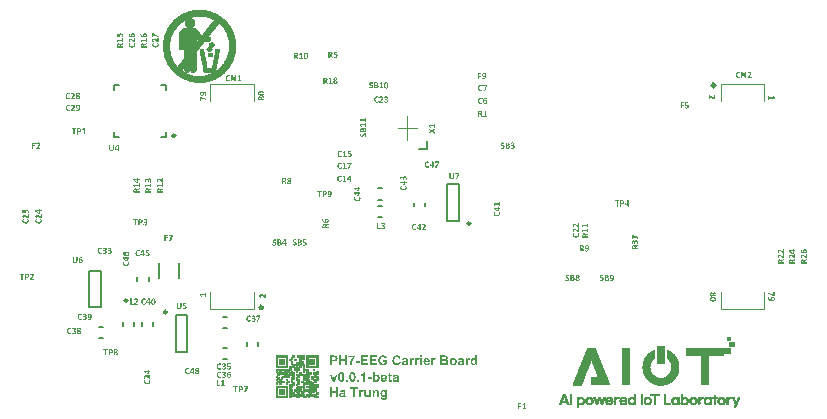
<source format=gto>
G04*
G04 #@! TF.GenerationSoftware,Altium Limited,Altium Designer,18.1.6 (161)*
G04*
G04 Layer_Color=65535*
%FSTAX24Y24*%
%MOIN*%
G70*
G01*
G75*
%ADD10C,0.0118*%
%ADD11C,0.0098*%
%ADD12C,0.0010*%
%ADD13C,0.0008*%
%ADD14C,0.0047*%
%ADD15C,0.0060*%
%ADD16C,0.0039*%
%ADD17C,0.0079*%
%ADD18C,0.0060*%
G36*
X024599Y012671D02*
X024537D01*
Y012728D01*
X024599D01*
Y012671D01*
D02*
G37*
G36*
X023304Y012733D02*
X02331Y012733D01*
X023316Y012733D01*
X023322Y012732D01*
X023329Y012731D01*
X023344Y012728D01*
X023359Y012723D01*
X023367Y012721D01*
X023374Y012717D01*
X023381Y012714D01*
X023388Y012709D01*
X023388Y012709D01*
X023389Y012708D01*
X023391Y012706D01*
X023393Y012704D01*
X023396Y012702D01*
X023399Y012699D01*
X023402Y012695D01*
X023406Y012691D01*
X023409Y012686D01*
X023413Y012681D01*
X023417Y012676D01*
X02342Y012669D01*
X023424Y012663D01*
X023426Y012656D01*
X023429Y012648D01*
X023431Y01264D01*
X023367Y012628D01*
Y012629D01*
X023366Y012629D01*
X023365Y012632D01*
X023364Y012636D01*
X023361Y012642D01*
X023358Y012648D01*
X023353Y012654D01*
X023347Y01266D01*
X023341Y012665D01*
X02334Y012666D01*
X023338Y012667D01*
X023334Y01267D01*
X023328Y012672D01*
X023322Y012675D01*
X023314Y012677D01*
X023305Y012678D01*
X023295Y012679D01*
X023291D01*
X023288Y012678D01*
X023284Y012678D01*
X02328Y012678D01*
X023275Y012677D01*
X02327Y012676D01*
X02326Y012672D01*
X023254Y01267D01*
X023249Y012667D01*
X023243Y012664D01*
X023237Y012661D01*
X023232Y012656D01*
X023227Y012652D01*
X023227Y012651D01*
X023226Y01265D01*
X023225Y012649D01*
X023224Y012647D01*
X023222Y012644D01*
X023219Y012641D01*
X023217Y012636D01*
X023215Y012632D01*
X023213Y012626D01*
X023211Y01262D01*
X023208Y012614D01*
X023207Y012607D01*
X023205Y012599D01*
X023204Y01259D01*
X023203Y012581D01*
X023203Y012572D01*
Y012571D01*
Y012569D01*
Y012566D01*
X023203Y012563D01*
X023204Y012557D01*
X023204Y012552D01*
X023205Y012546D01*
X023206Y012539D01*
X023209Y012526D01*
X023213Y012511D01*
X023216Y012504D01*
X023219Y012498D01*
X023224Y012491D01*
X023228Y012486D01*
X023228Y012485D01*
X023229Y012484D01*
X023231Y012483D01*
X023232Y012481D01*
X023235Y012479D01*
X023238Y012477D01*
X023242Y012474D01*
X023246Y012471D01*
X02325Y012469D01*
X023255Y012466D01*
X023267Y012462D01*
X023273Y01246D01*
X02328Y012459D01*
X023287Y012458D01*
X023294Y012457D01*
X023298D01*
X023302Y012458D01*
X023307Y012458D01*
X023313Y012459D01*
X02332Y01246D01*
X023328Y012462D01*
X023335Y012465D01*
X023335D01*
X023336Y012465D01*
X023338Y012466D01*
X023342Y012468D01*
X023347Y012471D01*
X023353Y012473D01*
X023359Y012477D01*
X023365Y01248D01*
X02337Y012484D01*
Y012526D01*
X023296D01*
Y01258D01*
X023435D01*
Y012451D01*
X023434Y01245D01*
X023433Y012449D01*
X023432Y012448D01*
X023429Y012446D01*
X023427Y012444D01*
X02342Y01244D01*
X023412Y012435D01*
X023401Y012429D01*
X02339Y012423D01*
X023376Y012417D01*
X023376D01*
X023374Y012417D01*
X023372Y012416D01*
X02337Y012415D01*
X023366Y012414D01*
X023362Y012412D01*
X023357Y012411D01*
X023352Y01241D01*
X02334Y012407D01*
X023327Y012405D01*
X023313Y012403D01*
X023298Y012402D01*
X023293D01*
X02329Y012403D01*
X023286D01*
X02328Y012403D01*
X023275Y012404D01*
X023268Y012405D01*
X023255Y012407D01*
X02324Y012411D01*
X023225Y012416D01*
X023218Y012419D01*
X023211Y012423D01*
X02321Y012423D01*
X023209Y012424D01*
X023207Y012425D01*
X023205Y012427D01*
X023201Y012429D01*
X023198Y012432D01*
X023194Y012435D01*
X02319Y012439D01*
X023181Y012447D01*
X023171Y012458D01*
X023163Y01247D01*
X023155Y012484D01*
Y012484D01*
X023154Y012485D01*
X023153Y012488D01*
X023152Y01249D01*
X023151Y012494D01*
X023149Y012498D01*
X023147Y012503D01*
X023146Y012509D01*
X023144Y012515D01*
X023142Y012522D01*
X023139Y012536D01*
X023137Y012552D01*
X023136Y012569D01*
Y012569D01*
Y012571D01*
Y012574D01*
X023137Y012577D01*
Y012582D01*
X023137Y012587D01*
X023138Y012593D01*
X023139Y012599D01*
X023141Y012612D01*
X023145Y012628D01*
X02315Y012643D01*
X023153Y01265D01*
X023157Y012658D01*
X023158Y012658D01*
X023158Y01266D01*
X023159Y012661D01*
X023161Y012664D01*
X023163Y012667D01*
X023166Y012671D01*
X023169Y012675D01*
X023172Y01268D01*
X023176Y012684D01*
X023181Y01269D01*
X023186Y012695D01*
X023192Y0127D01*
X023198Y012704D01*
X023204Y012709D01*
X023218Y012718D01*
X023219D01*
X023219Y012719D01*
X023221Y012719D01*
X023224Y012721D01*
X023227Y012721D01*
X02323Y012723D01*
X023235Y012724D01*
X023239Y012726D01*
X023244Y012727D01*
X02325Y012729D01*
X023257Y01273D01*
X023263Y012732D01*
X023278Y012733D01*
X023295Y012734D01*
X0233D01*
X023304Y012733D01*
D02*
G37*
G36*
X023767D02*
X023772Y012733D01*
X023778Y012732D01*
X023784Y012731D01*
X023791Y01273D01*
X023798Y012728D01*
X023806Y012726D01*
X023814Y012723D01*
X023822Y012719D01*
X02383Y012715D01*
X023838Y012711D01*
X023845Y012705D01*
X023852Y012699D01*
X023853D01*
X023853Y012698D01*
X023855Y012697D01*
X023856Y012696D01*
X023858Y012693D01*
X02386Y01269D01*
X023865Y012684D01*
X02387Y012676D01*
X023876Y012666D01*
X023881Y012654D01*
X023885Y012641D01*
X023821Y012625D01*
Y012626D01*
X023821Y012626D01*
Y012628D01*
X02382Y012629D01*
X023819Y012634D01*
X023816Y012639D01*
X023813Y012646D01*
X023809Y012652D01*
X023803Y012659D01*
X023797Y012664D01*
X023796Y012665D01*
X023794Y012666D01*
X02379Y012669D01*
X023785Y012672D01*
X023779Y012674D01*
X023772Y012677D01*
X023763Y012678D01*
X023754Y012679D01*
X023751D01*
X023748Y012678D01*
X023745Y012678D01*
X023742Y012678D01*
X023734Y012676D01*
X023724Y012672D01*
X023715Y012668D01*
X02371Y012665D01*
X023705Y012662D01*
X0237Y012658D01*
X023696Y012653D01*
Y012653D01*
X023695Y012652D01*
X023694Y01265D01*
X023693Y012648D01*
X023691Y012645D01*
X023689Y012642D01*
X023687Y012638D01*
X023686Y012633D01*
X023683Y012628D01*
X023681Y012622D01*
X02368Y012615D01*
X023678Y012607D01*
X023676Y012599D01*
X023675Y01259D01*
X023675Y012581D01*
X023675Y01257D01*
Y012569D01*
Y012567D01*
Y012564D01*
X023675Y01256D01*
Y012555D01*
X023676Y012549D01*
X023676Y012543D01*
X023677Y012536D01*
X02368Y012522D01*
X023684Y012508D01*
X023686Y012501D01*
X023689Y012494D01*
X023693Y012488D01*
X023696Y012483D01*
X023697Y012483D01*
X023697Y012482D01*
X023699Y012481D01*
X0237Y012479D01*
X023705Y012475D01*
X023711Y012471D01*
X023719Y012465D01*
X023729Y012462D01*
X02374Y012459D01*
X023746Y012458D01*
X023753Y012458D01*
X023755D01*
X023757Y012458D01*
X023762Y012459D01*
X023768Y012459D01*
X023774Y012462D01*
X023782Y012465D01*
X023789Y012468D01*
X023796Y012474D01*
X023797Y012475D01*
X0238Y012477D01*
X023803Y012481D01*
X023807Y012486D01*
X023811Y012494D01*
X023815Y012502D01*
X02382Y012513D01*
X023823Y012526D01*
X023886Y012506D01*
Y012506D01*
X023886Y012504D01*
X023885Y012501D01*
X023883Y012497D01*
X023881Y012493D01*
X02388Y012488D01*
X023877Y012483D01*
X023875Y012477D01*
X023868Y012464D01*
X02386Y012451D01*
X02385Y012439D01*
X023844Y012433D01*
X023838Y012428D01*
X023838Y012428D01*
X023837Y012427D01*
X023835Y012426D01*
X023832Y012424D01*
X023829Y012422D01*
X023825Y01242D01*
X02382Y012418D01*
X023815Y012416D01*
X023809Y012413D01*
X023802Y012411D01*
X023796Y012409D01*
X023788Y012407D01*
X02378Y012405D01*
X023772Y012404D01*
X023763Y012403D01*
X023753Y012403D01*
X02375D01*
X023747Y012403D01*
X023742Y012404D01*
X023737Y012404D01*
X023731Y012405D01*
X023724Y012406D01*
X023716Y012408D01*
X023708Y012411D01*
X0237Y012413D01*
X023691Y012417D01*
X023682Y012421D01*
X023674Y012426D01*
X023665Y012432D01*
X023657Y012438D01*
X023649Y012446D01*
X023648Y012447D01*
X023647Y012448D01*
X023645Y012451D01*
X023642Y012454D01*
X023639Y012459D01*
X023636Y012464D01*
X023632Y01247D01*
X023628Y012478D01*
X023625Y012485D01*
X023621Y012494D01*
X023617Y012504D01*
X023614Y012515D01*
X023612Y012526D01*
X02361Y012538D01*
X023608Y012551D01*
X023608Y012565D01*
Y012566D01*
Y012566D01*
Y012569D01*
X023608Y012573D01*
Y012579D01*
X023609Y012585D01*
X02361Y012593D01*
X023611Y012601D01*
X023613Y012611D01*
X023615Y012621D01*
X023618Y012631D01*
X023621Y012641D01*
X023626Y012652D01*
X02363Y012662D01*
X023636Y012672D01*
X023642Y012681D01*
X023649Y01269D01*
X02365Y01269D01*
X023651Y012691D01*
X023653Y012694D01*
X023657Y012696D01*
X023661Y0127D01*
X023666Y012703D01*
X023671Y012708D01*
X023678Y012712D01*
X023686Y012716D01*
X023693Y01272D01*
X023703Y012724D01*
X023712Y012727D01*
X023723Y01273D01*
X023733Y012732D01*
X023745Y012733D01*
X023757Y012734D01*
X023763D01*
X023767Y012733D01*
D02*
G37*
G36*
X026439Y012408D02*
X026382D01*
Y012442D01*
X026381Y012441D01*
X02638Y012439D01*
X026376Y012435D01*
X026372Y012431D01*
X026368Y012426D01*
X026362Y012421D01*
X026355Y012417D01*
X026348Y012412D01*
X026347Y012412D01*
X026345Y012411D01*
X026341Y01241D01*
X026336Y012408D01*
X02633Y012406D01*
X026323Y012405D01*
X026316Y012404D01*
X026309Y012403D01*
X026305D01*
X026302Y012404D01*
X026299Y012404D01*
X026295Y012405D01*
X02629Y012406D01*
X026285Y012407D01*
X02628Y012409D01*
X026275Y012411D01*
X026269Y012413D01*
X026263Y012417D01*
X026258Y01242D01*
X026252Y012424D01*
X026246Y012429D01*
X02624Y012435D01*
X02624Y012435D01*
X026239Y012436D01*
X026238Y012438D01*
X026236Y012441D01*
X026234Y012444D01*
X026232Y012448D01*
X026229Y012453D01*
X026227Y012459D01*
X026224Y012465D01*
X026221Y012471D01*
X026219Y012478D01*
X026217Y012486D01*
X026215Y012495D01*
X026214Y012504D01*
X026213Y012514D01*
X026212Y012525D01*
Y012525D01*
Y012527D01*
Y01253D01*
X026213Y012534D01*
X026213Y012539D01*
X026214Y012545D01*
X026215Y012551D01*
X026216Y012558D01*
X026219Y012573D01*
X026221Y01258D01*
X026224Y012587D01*
X026227Y012595D01*
X026231Y012602D01*
X026235Y012608D01*
X02624Y012614D01*
X02624Y012615D01*
X026241Y012616D01*
X026242Y012617D01*
X026245Y012619D01*
X026247Y012622D01*
X026251Y012624D01*
X026254Y012627D01*
X026259Y01263D01*
X026264Y012633D01*
X026269Y012636D01*
X026281Y012641D01*
X026288Y012642D01*
X026295Y012644D01*
X026302Y012645D01*
X02631Y012645D01*
X026313D01*
X026316Y012645D01*
X026319Y012644D01*
X026324Y012643D01*
X026328Y012642D01*
X026333Y012641D01*
X026338Y01264D01*
X026344Y012637D01*
X026349Y012635D01*
X026355Y012632D01*
X026361Y012628D01*
X026366Y012623D01*
X026372Y012618D01*
X026377Y012613D01*
Y012728D01*
X026439D01*
Y012408D01*
D02*
G37*
G36*
X026167Y012645D02*
X026172Y012644D01*
X026178Y012642D01*
X026185Y01264D01*
X026192Y012637D01*
X026199Y012633D01*
X02618Y01258D01*
X026179Y012581D01*
X026177Y012581D01*
X026174Y012583D01*
X026171Y012585D01*
X026166Y012587D01*
X026161Y012589D01*
X026156Y01259D01*
X026151Y01259D01*
X026149D01*
X026147Y01259D01*
X026144Y012589D01*
X026141Y012588D01*
X026137Y012587D01*
X026133Y012585D01*
X02613Y012583D01*
X026129Y012582D01*
X026128Y012581D01*
X026126Y01258D01*
X026125Y012577D01*
X026122Y012574D01*
X02612Y012569D01*
X026118Y012563D01*
X026116Y012557D01*
Y012556D01*
X026115Y012555D01*
X026115Y012553D01*
Y012551D01*
X026114Y012548D01*
X026114Y012544D01*
X026113Y01254D01*
X026113Y012536D01*
X026112Y01253D01*
X026112Y012524D01*
Y012516D01*
X026112Y012508D01*
X026111Y0125D01*
Y01249D01*
Y012479D01*
Y012408D01*
X02605D01*
Y01264D01*
X026106D01*
Y012607D01*
X026107Y012608D01*
X026109Y012611D01*
X026112Y012615D01*
X026115Y01262D01*
X026119Y012625D01*
X026124Y01263D01*
X026128Y012635D01*
X026132Y012638D01*
X026133Y012638D01*
X026134Y012639D01*
X026137Y01264D01*
X02614Y012642D01*
X026144Y012643D01*
X026149Y012644D01*
X026153Y012645D01*
X026159Y012645D01*
X026162D01*
X026167Y012645D01*
D02*
G37*
G36*
X025024D02*
X02503Y012644D01*
X025036Y012642D01*
X025043Y01264D01*
X02505Y012637D01*
X025057Y012633D01*
X025038Y01258D01*
X025037Y012581D01*
X025035Y012581D01*
X025032Y012583D01*
X025029Y012585D01*
X025024Y012587D01*
X025019Y012589D01*
X025014Y01259D01*
X025009Y01259D01*
X025007D01*
X025005Y01259D01*
X025002Y012589D01*
X024999Y012588D01*
X024995Y012587D01*
X024991Y012585D01*
X024988Y012583D01*
X024987Y012582D01*
X024986Y012581D01*
X024984Y01258D01*
X024982Y012577D01*
X02498Y012574D01*
X024978Y012569D01*
X024976Y012563D01*
X024974Y012557D01*
Y012556D01*
X024973Y012555D01*
X024973Y012553D01*
Y012551D01*
X024972Y012548D01*
X024972Y012544D01*
X024971Y01254D01*
X024971Y012536D01*
X02497Y01253D01*
X02497Y012524D01*
Y012516D01*
X02497Y012508D01*
X024969Y0125D01*
Y01249D01*
Y012479D01*
Y012408D01*
X024908D01*
Y01264D01*
X024964D01*
Y012607D01*
X024965Y012608D01*
X024967Y012611D01*
X02497Y012615D01*
X024973Y01262D01*
X024977Y012625D01*
X024982Y01263D01*
X024986Y012635D01*
X02499Y012638D01*
X024991Y012638D01*
X024992Y012639D01*
X024995Y01264D01*
X024998Y012642D01*
X025002Y012643D01*
X025006Y012644D01*
X025011Y012645D01*
X025017Y012645D01*
X02502D01*
X025024Y012645D01*
D02*
G37*
G36*
X024478D02*
X024483Y012644D01*
X024489Y012642D01*
X024496Y01264D01*
X024503Y012637D01*
X024511Y012633D01*
X024491Y01258D01*
X024491Y012581D01*
X024489Y012581D01*
X024486Y012583D01*
X024482Y012585D01*
X024477Y012587D01*
X024473Y012589D01*
X024468Y01259D01*
X024463Y01259D01*
X024461D01*
X024458Y01259D01*
X024455Y012589D01*
X024452Y012588D01*
X024448Y012587D01*
X024445Y012585D01*
X024441Y012583D01*
X024441Y012582D01*
X02444Y012581D01*
X024438Y01258D01*
X024436Y012577D01*
X024434Y012574D01*
X024431Y012569D01*
X024429Y012563D01*
X024427Y012557D01*
Y012556D01*
X024427Y012555D01*
X024426Y012553D01*
Y012551D01*
X024426Y012548D01*
X024425Y012544D01*
X024425Y01254D01*
X024424Y012536D01*
X024424Y01253D01*
X024423Y012524D01*
Y012516D01*
X024423Y012508D01*
X024423Y0125D01*
Y01249D01*
Y012479D01*
Y012408D01*
X024361D01*
Y01264D01*
X024418D01*
Y012607D01*
X024418Y012608D01*
X02442Y012611D01*
X024423Y012615D01*
X024427Y01262D01*
X02443Y012625D01*
X024435Y01263D01*
X024439Y012635D01*
X024444Y012638D01*
X024444Y012638D01*
X024446Y012639D01*
X024448Y01264D01*
X024452Y012642D01*
X024455Y012643D01*
X02446Y012644D01*
X024465Y012645D01*
X02447Y012645D01*
X024474D01*
X024478Y012645D01*
D02*
G37*
G36*
X024304D02*
X024309Y012644D01*
X024316Y012642D01*
X024323Y01264D01*
X02433Y012637D01*
X024337Y012633D01*
X024318Y01258D01*
X024317Y012581D01*
X024315Y012581D01*
X024312Y012583D01*
X024308Y012585D01*
X024304Y012587D01*
X024299Y012589D01*
X024294Y01259D01*
X024289Y01259D01*
X024287D01*
X024284Y01259D01*
X024282Y012589D01*
X024278Y012588D01*
X024275Y012587D01*
X024271Y012585D01*
X024267Y012583D01*
X024267Y012582D01*
X024266Y012581D01*
X024264Y01258D01*
X024262Y012577D01*
X02426Y012574D01*
X024258Y012569D01*
X024255Y012563D01*
X024253Y012557D01*
Y012556D01*
X024253Y012555D01*
X024252Y012553D01*
Y012551D01*
X024252Y012548D01*
X024252Y012544D01*
X024251Y01254D01*
X024251Y012536D01*
X02425Y01253D01*
X02425Y012524D01*
Y012516D01*
X024249Y012508D01*
X024249Y0125D01*
Y01249D01*
Y012479D01*
Y012408D01*
X024187D01*
Y01264D01*
X024244D01*
Y012607D01*
X024245Y012608D01*
X024246Y012611D01*
X024249Y012615D01*
X024253Y01262D01*
X024257Y012625D01*
X024261Y01263D01*
X024265Y012635D01*
X02427Y012638D01*
X024271Y012638D01*
X024272Y012639D01*
X024275Y01264D01*
X024278Y012642D01*
X024282Y012643D01*
X024286Y012644D01*
X024291Y012645D01*
X024296Y012645D01*
X0243D01*
X024304Y012645D01*
D02*
G37*
G36*
X022088Y012408D02*
X022023D01*
Y012548D01*
X021897D01*
Y012408D01*
X021832D01*
Y012728D01*
X021897D01*
Y012602D01*
X022023D01*
Y012728D01*
X022088D01*
Y012408D01*
D02*
G37*
G36*
X022516Y012494D02*
X022395D01*
Y012555D01*
X022516D01*
Y012494D01*
D02*
G37*
G36*
X025904Y012645D02*
X025908D01*
X025917Y012644D01*
X025927Y012643D01*
X025937Y012641D01*
X025947Y012638D01*
X025951Y012637D01*
X025955Y012635D01*
X025955D01*
X025956Y012635D01*
X025958Y012633D01*
X025962Y012631D01*
X025966Y012629D01*
X025971Y012625D01*
X025976Y012621D01*
X02598Y012616D01*
X025984Y012611D01*
X025984Y01261D01*
X025985Y012608D01*
X025986Y012604D01*
X025987Y012601D01*
X025988Y012598D01*
X025989Y012595D01*
X025989Y012591D01*
X02599Y012586D01*
X025991Y012581D01*
X025991Y012575D01*
X025991Y012569D01*
X025992Y012563D01*
Y012556D01*
X025991Y012484D01*
Y012484D01*
Y012483D01*
Y012481D01*
Y012479D01*
Y012473D01*
X025991Y012467D01*
Y012459D01*
X025992Y012452D01*
X025993Y012445D01*
X025994Y012439D01*
Y012438D01*
X025994Y012436D01*
X025995Y012433D01*
X025996Y012429D01*
X025998Y012425D01*
X026Y01242D01*
X026002Y012414D01*
X026005Y012408D01*
X025944D01*
Y012409D01*
X025944Y012409D01*
X025943Y012411D01*
X025942Y012413D01*
X025942Y012415D01*
X025941Y012418D01*
X02594Y012422D01*
X025938Y012426D01*
Y012427D01*
X025938Y012427D01*
X025937Y012429D01*
X025936Y012431D01*
X025936Y012433D01*
X025935Y012433D01*
X025933Y012431D01*
X02593Y012428D01*
X025926Y012425D01*
X025921Y012421D01*
X025915Y012417D01*
X025909Y012414D01*
X025902Y012411D01*
X025901Y01241D01*
X025899Y01241D01*
X025895Y012408D01*
X025891Y012407D01*
X025885Y012405D01*
X025879Y012405D01*
X025871Y012404D01*
X025864Y012403D01*
X025861D01*
X025858Y012404D01*
X025855D01*
X025851Y012404D01*
X025844Y012405D01*
X025834Y012408D01*
X025825Y012411D01*
X025816Y012416D01*
X025808Y012422D01*
Y012423D01*
X025807Y012423D01*
X025804Y012426D01*
X025801Y01243D01*
X025797Y012435D01*
X025794Y012442D01*
X02579Y012451D01*
X025788Y01246D01*
X025788Y012465D01*
X025787Y012471D01*
Y012472D01*
Y012474D01*
X025788Y012478D01*
X025789Y012483D01*
X02579Y012488D01*
X025791Y012494D01*
X025793Y0125D01*
X025796Y012506D01*
X025797Y012507D01*
X025798Y012508D01*
X0258Y012511D01*
X025803Y012514D01*
X025807Y012518D01*
X025811Y012522D01*
X025816Y012526D01*
X025822Y012529D01*
X025823Y01253D01*
X025826Y012531D01*
X025829Y012532D01*
X025835Y012534D01*
X025842Y012537D01*
X02585Y012539D01*
X02586Y012541D01*
X025871Y012544D01*
X025872D01*
X025873Y012544D01*
X025875Y012544D01*
X025878Y012545D01*
X025882Y012545D01*
X025886Y012546D01*
X025895Y012549D01*
X025905Y012551D01*
X025915Y012553D01*
X025924Y012556D01*
X025928Y012557D01*
X025931Y012559D01*
Y012565D01*
Y012566D01*
Y012568D01*
X025931Y012571D01*
X02593Y012575D01*
X025929Y012579D01*
X025928Y012583D01*
X025925Y012587D01*
X025922Y01259D01*
X025922Y012591D01*
X02592Y012592D01*
X025918Y012593D01*
X025915Y012594D01*
X02591Y012596D01*
X025905Y012597D01*
X025898Y012598D01*
X025889Y012598D01*
X025887D01*
X025884Y012598D01*
X02588Y012597D01*
X025876Y012596D01*
X025871Y012595D01*
X025867Y012593D01*
X025863Y012591D01*
X025863Y012591D01*
X025862Y01259D01*
X02586Y012588D01*
X025858Y012586D01*
X025856Y012583D01*
X025853Y012579D01*
X025851Y012574D01*
X025849Y012569D01*
X025794Y012579D01*
Y012579D01*
X025794Y01258D01*
X025795Y012582D01*
X025796Y012584D01*
X025796Y012587D01*
X025798Y01259D01*
X025801Y012598D01*
X025806Y012605D01*
X025811Y012614D01*
X025818Y012622D01*
X025826Y012629D01*
X025826D01*
X025827Y012629D01*
X025828Y01263D01*
X02583Y012631D01*
X025833Y012632D01*
X025835Y012634D01*
X025839Y012636D01*
X025843Y012637D01*
X025847Y012638D01*
X025852Y01264D01*
X025858Y012642D01*
X025864Y012642D01*
X025871Y012644D01*
X025878Y012644D01*
X025886Y012645D01*
X025901D01*
X025904Y012645D01*
D02*
G37*
G36*
X025358Y012727D02*
X025367Y012727D01*
X025376Y012727D01*
X025385Y012726D01*
X025393Y012725D01*
X025394D01*
X025396Y012724D01*
X025399Y012723D01*
X025404Y012722D01*
X025409Y01272D01*
X025414Y012718D01*
X02542Y012715D01*
X025426Y012711D01*
X025426Y012711D01*
X025428Y012709D01*
X025431Y012707D01*
X025435Y012704D01*
X025438Y0127D01*
X025443Y012696D01*
X025447Y01269D01*
X02545Y012684D01*
X025451Y012684D01*
X025452Y012682D01*
X025454Y012678D01*
X025456Y012673D01*
X025457Y012668D01*
X025459Y012662D01*
X02546Y012654D01*
X025461Y012647D01*
Y012647D01*
Y012646D01*
Y012643D01*
X02546Y012639D01*
X025459Y012634D01*
X025457Y012627D01*
X025456Y01262D01*
X025452Y012613D01*
X025448Y012606D01*
X025448Y012605D01*
X025446Y012603D01*
X025443Y012599D01*
X02544Y012595D01*
X025435Y012591D01*
X02543Y012586D01*
X025423Y012582D01*
X025416Y012578D01*
X025416D01*
X025417Y012577D01*
X025419Y012577D01*
X02542Y012576D01*
X025426Y012574D01*
X025432Y012571D01*
X025439Y012567D01*
X025447Y012562D01*
X025454Y012556D01*
X025461Y012549D01*
X025461Y012548D01*
X025463Y012545D01*
X025466Y012541D01*
X025468Y012535D01*
X025471Y012528D01*
X025474Y01252D01*
X025476Y012511D01*
X025476Y012501D01*
Y0125D01*
Y0125D01*
Y012497D01*
X025476Y012493D01*
X025475Y012487D01*
X025474Y012481D01*
X025472Y012473D01*
X025469Y012466D01*
X025466Y012458D01*
X025466Y012457D01*
X025464Y012455D01*
X025462Y012451D01*
X025459Y012447D01*
X025455Y012441D01*
X02545Y012436D01*
X025445Y01243D01*
X025438Y012425D01*
X025438Y012425D01*
X025435Y012423D01*
X025432Y012421D01*
X025426Y012419D01*
X02542Y012416D01*
X025413Y012414D01*
X025404Y012411D01*
X025395Y01241D01*
X025393D01*
X025391Y01241D01*
X025387D01*
X025383Y012409D01*
X025375D01*
X025369Y012409D01*
X025355D01*
X025347Y012408D01*
X025209D01*
Y012728D01*
X025349D01*
X025358Y012727D01*
D02*
G37*
G36*
X024599Y012408D02*
X024537D01*
Y01264D01*
X024599D01*
Y012408D01*
D02*
G37*
G36*
X024042Y012645D02*
X024046D01*
X024055Y012644D01*
X024064Y012643D01*
X024075Y012641D01*
X024084Y012638D01*
X024088Y012637D01*
X024093Y012635D01*
X024093D01*
X024094Y012635D01*
X024096Y012633D01*
X0241Y012631D01*
X024104Y012629D01*
X024109Y012625D01*
X024113Y012621D01*
X024118Y012616D01*
X024121Y012611D01*
X024122Y01261D01*
X024123Y012608D01*
X024124Y012604D01*
X024125Y012601D01*
X024125Y012598D01*
X024126Y012595D01*
X024127Y012591D01*
X024128Y012586D01*
X024128Y012581D01*
X024129Y012575D01*
X024129Y012569D01*
X02413Y012563D01*
Y012556D01*
X024129Y012484D01*
Y012484D01*
Y012483D01*
Y012481D01*
Y012479D01*
Y012473D01*
X024129Y012467D01*
Y012459D01*
X02413Y012452D01*
X024131Y012445D01*
X024131Y012439D01*
Y012438D01*
X024132Y012436D01*
X024133Y012433D01*
X024134Y012429D01*
X024136Y012425D01*
X024137Y01242D01*
X02414Y012414D01*
X024143Y012408D01*
X024082D01*
Y012409D01*
X024082Y012409D01*
X024081Y012411D01*
X02408Y012413D01*
X024079Y012415D01*
X024078Y012418D01*
X024077Y012422D01*
X024076Y012426D01*
Y012427D01*
X024076Y012427D01*
X024075Y012429D01*
X024074Y012431D01*
X024074Y012433D01*
X024073Y012433D01*
X024071Y012431D01*
X024068Y012428D01*
X024064Y012425D01*
X024058Y012421D01*
X024053Y012417D01*
X024046Y012414D01*
X02404Y012411D01*
X024039Y01241D01*
X024037Y01241D01*
X024033Y012408D01*
X024028Y012407D01*
X024023Y012405D01*
X024016Y012405D01*
X024009Y012404D01*
X024002Y012403D01*
X023998D01*
X023996Y012404D01*
X023993D01*
X023989Y012404D01*
X023981Y012405D01*
X023972Y012408D01*
X023963Y012411D01*
X023954Y012416D01*
X023945Y012422D01*
Y012423D01*
X023944Y012423D01*
X023942Y012426D01*
X023939Y01243D01*
X023935Y012435D01*
X023931Y012442D01*
X023928Y012451D01*
X023926Y01246D01*
X023925Y012465D01*
X023925Y012471D01*
Y012472D01*
Y012474D01*
X023925Y012478D01*
X023926Y012483D01*
X023927Y012488D01*
X023929Y012494D01*
X023931Y0125D01*
X023934Y012506D01*
X023935Y012507D01*
X023936Y012508D01*
X023938Y012511D01*
X023941Y012514D01*
X023944Y012518D01*
X023949Y012522D01*
X023954Y012526D01*
X02396Y012529D01*
X023961Y01253D01*
X023963Y012531D01*
X023967Y012532D01*
X023973Y012534D01*
X023979Y012537D01*
X023988Y012539D01*
X023998Y012541D01*
X024009Y012544D01*
X024009D01*
X024011Y012544D01*
X024013Y012544D01*
X024016Y012545D01*
X02402Y012545D01*
X024024Y012546D01*
X024033Y012549D01*
X024043Y012551D01*
X024053Y012553D01*
X024062Y012556D01*
X024066Y012557D01*
X024069Y012559D01*
Y012565D01*
Y012566D01*
Y012568D01*
X024069Y012571D01*
X024068Y012575D01*
X024067Y012579D01*
X024065Y012583D01*
X024063Y012587D01*
X02406Y01259D01*
X024059Y012591D01*
X024058Y012592D01*
X024056Y012593D01*
X024052Y012594D01*
X024048Y012596D01*
X024042Y012597D01*
X024035Y012598D01*
X024027Y012598D01*
X024024D01*
X024021Y012598D01*
X024018Y012597D01*
X024014Y012596D01*
X024009Y012595D01*
X024005Y012593D01*
X024001Y012591D01*
X024001Y012591D01*
X024Y01259D01*
X023998Y012588D01*
X023996Y012586D01*
X023993Y012583D01*
X023991Y012579D01*
X023989Y012574D01*
X023986Y012569D01*
X023931Y012579D01*
Y012579D01*
X023932Y01258D01*
X023932Y012582D01*
X023933Y012584D01*
X023934Y012587D01*
X023936Y01259D01*
X023939Y012598D01*
X023943Y012605D01*
X023949Y012614D01*
X023955Y012622D01*
X023963Y012629D01*
X023964D01*
X023964Y012629D01*
X023966Y01263D01*
X023967Y012631D01*
X02397Y012632D01*
X023973Y012634D01*
X023977Y012636D01*
X02398Y012637D01*
X023985Y012638D01*
X02399Y01264D01*
X023996Y012642D01*
X024002Y012642D01*
X024009Y012644D01*
X024016Y012644D01*
X024023Y012645D01*
X024039D01*
X024042Y012645D01*
D02*
G37*
G36*
X023087Y012674D02*
X022915D01*
Y012603D01*
X023075D01*
Y012549D01*
X022915D01*
Y012462D01*
X023093D01*
Y012408D01*
X02285D01*
Y012728D01*
X023087D01*
Y012674D01*
D02*
G37*
G36*
X022789D02*
X022617D01*
Y012603D01*
X022777D01*
Y012549D01*
X022617D01*
Y012462D01*
X022795D01*
Y012408D01*
X022552D01*
Y012728D01*
X022789D01*
Y012674D01*
D02*
G37*
G36*
X02235Y012679D02*
X02235Y012679D01*
X022349Y012678D01*
X022348Y012677D01*
X022346Y012675D01*
X022343Y012672D01*
X022341Y012669D01*
X022338Y012665D01*
X022334Y01266D01*
X02233Y012655D01*
X022326Y01265D01*
X022321Y012644D01*
X022317Y012637D01*
X022312Y01263D01*
X022307Y012623D01*
X022302Y012614D01*
X022297Y012605D01*
X022297Y012605D01*
X022296Y012603D01*
X022295Y012601D01*
X022293Y012597D01*
X022291Y012593D01*
X022288Y012587D01*
X022285Y012581D01*
X022282Y012575D01*
X022279Y012568D01*
X022276Y01256D01*
X022272Y012551D01*
X022269Y012543D01*
X022262Y012524D01*
X022256Y012504D01*
Y012503D01*
X022256Y012502D01*
X022255Y012499D01*
X022254Y012495D01*
X022253Y01249D01*
X022252Y012485D01*
X022251Y012478D01*
X022249Y012472D01*
X022248Y012465D01*
X022247Y012457D01*
X022245Y012441D01*
X022243Y012424D01*
X022243Y012408D01*
X022184D01*
Y012409D01*
Y012411D01*
X022184Y012415D01*
Y01242D01*
X022185Y012426D01*
X022185Y012433D01*
X022186Y012441D01*
X022188Y01245D01*
X022189Y012459D01*
X022191Y01247D01*
X022193Y012481D01*
X022196Y012493D01*
X022199Y012505D01*
X022202Y012518D01*
X022206Y01253D01*
X022211Y012543D01*
X022211Y012544D01*
X022212Y012546D01*
X022214Y01255D01*
X022216Y012555D01*
X022218Y012561D01*
X022222Y012568D01*
X022225Y012576D01*
X022229Y012585D01*
X022234Y012594D01*
X022239Y012604D01*
X022245Y012614D01*
X022251Y012624D01*
X022264Y012646D01*
X02228Y012667D01*
X022141D01*
Y012724D01*
X02235D01*
Y012679D01*
D02*
G37*
G36*
X021657Y012727D02*
X021669D01*
X021682Y012727D01*
X021695Y012726D01*
X0217Y012725D01*
X021706Y012725D01*
X021711Y012724D01*
X021714Y012723D01*
X021715D01*
X021716Y012722D01*
X021717Y012722D01*
X021719Y012721D01*
X021724Y012719D01*
X02173Y012716D01*
X021737Y012712D01*
X021745Y012707D01*
X021753Y0127D01*
X02176Y012691D01*
Y012691D01*
X021761Y01269D01*
X021762Y012689D01*
X021763Y012687D01*
X021765Y012684D01*
X021766Y012682D01*
X021768Y012678D01*
X02177Y012675D01*
X021773Y012666D01*
X021776Y012655D01*
X021778Y012643D01*
X021779Y012629D01*
Y012629D01*
Y012628D01*
Y012627D01*
Y012624D01*
X021778Y012622D01*
Y012619D01*
X021778Y012612D01*
X021776Y012605D01*
X021774Y012596D01*
X021772Y012587D01*
X021768Y01258D01*
X021767Y012579D01*
X021766Y012576D01*
X021764Y012573D01*
X02176Y012568D01*
X021757Y012563D01*
X021752Y012558D01*
X021747Y012553D01*
X021741Y012548D01*
X02174Y012548D01*
X021738Y012546D01*
X021735Y012544D01*
X02173Y012542D01*
X021725Y012539D01*
X02172Y012537D01*
X021714Y012535D01*
X021707Y012533D01*
X021706D01*
X021705Y012532D01*
X021703D01*
X021701Y012532D01*
X021698Y012532D01*
X021694Y012531D01*
X02169D01*
X021686Y012531D01*
X021681Y01253D01*
X021675Y01253D01*
X021669Y012529D01*
X021663D01*
X021656Y012529D01*
X021599D01*
Y012408D01*
X021534D01*
Y012728D01*
X021652D01*
X021657Y012727D01*
D02*
G37*
G36*
X025644Y012645D02*
X025649Y012644D01*
X025654Y012643D01*
X02566Y012642D01*
X025666Y012641D01*
X025673Y012639D01*
X02568Y012637D01*
X025687Y012634D01*
X025694Y012631D01*
X025702Y012627D01*
X025709Y012622D01*
X025716Y012617D01*
X025722Y012611D01*
X025723Y012611D01*
X025723Y01261D01*
X025725Y012607D01*
X025727Y012605D01*
X02573Y012601D01*
X025733Y012598D01*
X025736Y012593D01*
X025739Y012587D01*
X025742Y012581D01*
X025745Y012575D01*
X025748Y012568D01*
X025751Y01256D01*
X025753Y012552D01*
X025754Y012544D01*
X025755Y012534D01*
X025756Y012525D01*
Y012524D01*
Y012522D01*
Y01252D01*
X025755Y012516D01*
X025755Y012511D01*
X025754Y012506D01*
X025753Y0125D01*
X025752Y012494D01*
X02575Y012487D01*
X025748Y01248D01*
X025745Y012473D01*
X025742Y012465D01*
X025737Y012458D01*
X025733Y012451D01*
X025728Y012444D01*
X025722Y012437D01*
X025721Y012437D01*
X02572Y012436D01*
X025718Y012434D01*
X025716Y012432D01*
X025712Y012429D01*
X025708Y012427D01*
X025704Y012423D01*
X025699Y01242D01*
X025693Y012417D01*
X025686Y012414D01*
X025679Y012411D01*
X025671Y012409D01*
X025663Y012406D01*
X025655Y012405D01*
X025646Y012404D01*
X025636Y012403D01*
X025633D01*
X025631Y012404D01*
X025628D01*
X025625Y012404D01*
X025617Y012405D01*
X025607Y012407D01*
X025597Y012409D01*
X025586Y012413D01*
X025575Y012417D01*
X025575D01*
X025574Y012418D01*
X025572Y012419D01*
X025571Y01242D01*
X025565Y012423D01*
X025559Y012428D01*
X025552Y012434D01*
X025545Y012441D01*
X025538Y01245D01*
X025531Y012459D01*
Y01246D01*
X025531Y012461D01*
X02553Y012462D01*
X025529Y012465D01*
X025528Y012467D01*
X025527Y012471D01*
X025525Y012474D01*
X025524Y012478D01*
X025523Y012483D01*
X025521Y012488D01*
X025519Y0125D01*
X025517Y012513D01*
X025517Y012527D01*
Y012528D01*
Y012529D01*
Y012531D01*
X025517Y012532D01*
Y012535D01*
X025517Y012538D01*
X025518Y012546D01*
X02552Y012555D01*
X025523Y012565D01*
X025526Y012575D01*
X025531Y012586D01*
Y012587D01*
X025532Y012587D01*
X025533Y012589D01*
X025534Y012591D01*
X025538Y012596D01*
X025542Y012602D01*
X025548Y012609D01*
X025556Y012617D01*
X025564Y012623D01*
X025574Y01263D01*
X025574D01*
X025575Y01263D01*
X025577Y012631D01*
X025579Y012632D01*
X025581Y012634D01*
X025584Y012635D01*
X025588Y012636D01*
X025592Y012638D01*
X025601Y012641D01*
X025612Y012643D01*
X025623Y012645D01*
X025636Y012645D01*
X025641D01*
X025644Y012645D01*
D02*
G37*
G36*
X024758D02*
X024763Y012644D01*
X024768Y012643D01*
X024773Y012642D01*
X024779Y012641D01*
X024786Y012639D01*
X024792Y012637D01*
X024799Y012634D01*
X024806Y01263D01*
X024812Y012627D01*
X024819Y012622D01*
X024825Y012617D01*
X024831Y012611D01*
X024831Y01261D01*
X024832Y012609D01*
X024834Y012607D01*
X024836Y012604D01*
X024838Y0126D01*
X02484Y012596D01*
X024843Y012591D01*
X024846Y012585D01*
X024848Y012578D01*
X024851Y01257D01*
X024854Y012562D01*
X024856Y012552D01*
X024858Y012542D01*
X024859Y012531D01*
X02486Y012519D01*
Y012506D01*
X024707D01*
Y012506D01*
Y012505D01*
Y012503D01*
X024707Y012502D01*
X024708Y012497D01*
X024708Y01249D01*
X02471Y012484D01*
X024713Y012477D01*
X024716Y01247D01*
X024721Y012464D01*
X024721Y012463D01*
X024724Y012461D01*
X024727Y012459D01*
X024731Y012456D01*
X024736Y012453D01*
X024742Y012451D01*
X024749Y012449D01*
X024757Y012449D01*
X024759D01*
X024762Y012449D01*
X024765Y01245D01*
X024769Y012451D01*
X024773Y012452D01*
X024777Y012454D01*
X024781Y012457D01*
X024781Y012457D01*
X024782Y012458D01*
X024784Y01246D01*
X024786Y012463D01*
X024789Y012466D01*
X024791Y012471D01*
X024793Y012476D01*
X024796Y012482D01*
X024857Y012472D01*
Y012471D01*
X024856Y012471D01*
X024855Y012469D01*
X024854Y012466D01*
X024853Y012464D01*
X024852Y01246D01*
X024848Y012453D01*
X024842Y012445D01*
X024836Y012436D01*
X024828Y012428D01*
X024819Y012421D01*
X024819D01*
X024818Y01242D01*
X024817Y012419D01*
X024815Y012418D01*
X024812Y012417D01*
X024809Y012415D01*
X024806Y012414D01*
X024802Y012412D01*
X024793Y012409D01*
X024782Y012406D01*
X024769Y012404D01*
X024756Y012403D01*
X024753D01*
X024751Y012404D01*
X024746D01*
X024741Y012405D01*
X024735Y012405D01*
X024729Y012406D01*
X024722Y012408D01*
X024715Y01241D01*
X024708Y012413D01*
X0247Y012416D01*
X024693Y01242D01*
X024685Y012424D01*
X024678Y012429D01*
X024672Y012435D01*
X024666Y012442D01*
X024666Y012443D01*
X024666Y012444D01*
X024665Y012446D01*
X024663Y012448D01*
X024661Y012451D01*
X02466Y012455D01*
X024657Y012459D01*
X024655Y012464D01*
X024653Y01247D01*
X024651Y012476D01*
X024649Y012482D01*
X024648Y01249D01*
X024646Y012497D01*
X024645Y012505D01*
X024644Y012514D01*
X024644Y012522D01*
Y012523D01*
Y012525D01*
Y012528D01*
X024644Y012532D01*
X024645Y012537D01*
X024645Y012542D01*
X024646Y012548D01*
X024648Y012555D01*
X024651Y012569D01*
X024653Y012577D01*
X024656Y012585D01*
X02466Y012592D01*
X024664Y012599D01*
X024669Y012606D01*
X024674Y012612D01*
X024674Y012613D01*
X024675Y012614D01*
X024677Y012616D01*
X024679Y012617D01*
X024682Y01262D01*
X024686Y012623D01*
X02469Y012626D01*
X024695Y012629D01*
X0247Y012632D01*
X024706Y012635D01*
X024712Y012638D01*
X024719Y01264D01*
X024726Y012642D01*
X024733Y012644D01*
X024741Y012645D01*
X02475Y012645D01*
X024755D01*
X024758Y012645D01*
D02*
G37*
G36*
X022616Y011582D02*
X022621Y011581D01*
X022628Y011579D01*
X022635Y011577D01*
X022641Y011574D01*
X022649Y01157D01*
X022629Y011517D01*
X022629Y011518D01*
X022627Y011518D01*
X022624Y01152D01*
X02262Y011522D01*
X022616Y011524D01*
X022611Y011526D01*
X022606Y011527D01*
X022601Y011527D01*
X022599D01*
X022596Y011527D01*
X022593Y011526D01*
X02259Y011525D01*
X022587Y011524D01*
X022583Y011522D01*
X022579Y01152D01*
X022579Y011519D01*
X022578Y011518D01*
X022576Y011517D01*
X022574Y011514D01*
X022572Y011511D01*
X022569Y011506D01*
X022567Y0115D01*
X022565Y011494D01*
Y011493D01*
X022565Y011492D01*
X022564Y01149D01*
Y011488D01*
X022564Y011485D01*
X022563Y011481D01*
X022563Y011477D01*
X022562Y011473D01*
X022562Y011467D01*
X022562Y011461D01*
Y011453D01*
X022561Y011445D01*
X022561Y011437D01*
Y011427D01*
Y011416D01*
Y011345D01*
X022499D01*
Y011577D01*
X022556D01*
Y011544D01*
X022556Y011545D01*
X022558Y011548D01*
X022561Y011552D01*
X022565Y011557D01*
X022569Y011562D01*
X022573Y011567D01*
X022577Y011572D01*
X022582Y011575D01*
X022582Y011575D01*
X022584Y011576D01*
X022587Y011577D01*
X02259Y011579D01*
X022593Y01158D01*
X022598Y011581D01*
X022603Y011582D01*
X022608Y011582D01*
X022612D01*
X022616Y011582D01*
D02*
G37*
G36*
X023088D02*
X023093Y011581D01*
X023099Y01158D01*
X023105Y011579D01*
X023111Y011577D01*
X023118Y011575D01*
X023119Y011574D01*
X023121Y011573D01*
X023124Y011572D01*
X023128Y01157D01*
X023132Y011567D01*
X023136Y011564D01*
X02314Y01156D01*
X023144Y011556D01*
X023144Y011555D01*
X023145Y011554D01*
X023146Y011552D01*
X023148Y011548D01*
X023151Y011545D01*
X023152Y01154D01*
X023154Y011536D01*
X023156Y01153D01*
Y01153D01*
X023156Y011527D01*
X023157Y011524D01*
X023158Y011519D01*
X023158Y011514D01*
X023159Y011506D01*
X023159Y011499D01*
Y011489D01*
Y011345D01*
X023098D01*
Y011463D01*
Y011463D01*
Y011465D01*
Y011467D01*
Y011469D01*
Y011472D01*
Y011475D01*
X023097Y011483D01*
X023097Y011491D01*
X023096Y0115D01*
X023095Y011506D01*
X023095Y011509D01*
X023094Y011512D01*
Y011512D01*
X023093Y011513D01*
X023092Y011515D01*
X023091Y011518D01*
X023086Y011524D01*
X023084Y011526D01*
X023081Y011529D01*
X02308Y011529D01*
X023079Y01153D01*
X023078Y01153D01*
X023075Y011532D01*
X023072Y011533D01*
X023068Y011534D01*
X023064Y011535D01*
X02306Y011535D01*
X023057D01*
X023054Y011535D01*
X02305Y011534D01*
X023046Y011533D01*
X023041Y011531D01*
X023036Y011529D01*
X023031Y011526D01*
X023031Y011526D01*
X023029Y011525D01*
X023027Y011523D01*
X023024Y01152D01*
X023021Y011517D01*
X023018Y011513D01*
X023016Y011508D01*
X023014Y011503D01*
Y011502D01*
X023013Y0115D01*
X023012Y011496D01*
X023012Y011491D01*
X023011Y011488D01*
X023011Y011483D01*
X02301Y011479D01*
Y011474D01*
X02301Y011469D01*
X023009Y011463D01*
Y011457D01*
Y01145D01*
Y011345D01*
X022948D01*
Y011577D01*
X023005D01*
Y011543D01*
X023005Y011543D01*
X023006Y011545D01*
X023008Y011547D01*
X02301Y011549D01*
X023013Y011552D01*
X023017Y011555D01*
X023021Y011559D01*
X023025Y011563D01*
X023031Y011566D01*
X023036Y01157D01*
X023043Y011573D01*
X023049Y011576D01*
X023057Y011579D01*
X023064Y01158D01*
X023073Y011582D01*
X023081Y011582D01*
X023084D01*
X023088Y011582D01*
D02*
G37*
G36*
X02179Y011345D02*
X021725D01*
Y011485D01*
X021599D01*
Y011345D01*
X021534D01*
Y011665D01*
X021599D01*
Y011539D01*
X021725D01*
Y011665D01*
X02179D01*
Y011345D01*
D02*
G37*
G36*
X022885D02*
X022829D01*
Y01138D01*
X022828Y011379D01*
X022826Y011377D01*
X022824Y011373D01*
X022819Y011369D01*
X022815Y011364D01*
X022809Y01136D01*
X022802Y011354D01*
X022795Y01135D01*
X022794Y01135D01*
X022791Y011349D01*
X022787Y011347D01*
X022781Y011345D01*
X022775Y011343D01*
X022768Y011342D01*
X02276Y011341D01*
X022751Y01134D01*
X022747D01*
X022743Y011341D01*
X022738Y011342D01*
X022731Y011342D01*
X022724Y011344D01*
X022716Y011347D01*
X022709Y01135D01*
X022708Y011351D01*
X022707Y011352D01*
X022703Y011354D01*
X022699Y011358D01*
X022695Y011362D01*
X02269Y011366D01*
X022686Y011372D01*
X022683Y011379D01*
X022682Y01138D01*
X022681Y011382D01*
X02268Y011386D01*
X022678Y011392D01*
X022677Y0114D01*
X022676Y011409D01*
X022675Y011419D01*
X022674Y01143D01*
Y011577D01*
X022736D01*
Y01147D01*
Y01147D01*
Y011468D01*
Y011466D01*
Y011463D01*
Y011459D01*
Y011455D01*
X022736Y011445D01*
X022737Y011434D01*
X022737Y011425D01*
X022738Y011421D01*
X022738Y011416D01*
X022739Y011413D01*
X022739Y011411D01*
Y01141D01*
X022739Y011409D01*
X02274Y011407D01*
X022742Y011404D01*
X022743Y011402D01*
X022745Y011399D01*
X022748Y011396D01*
X022751Y011393D01*
X022751Y011393D01*
X022753Y011392D01*
X022755Y011391D01*
X022757Y01139D01*
X022761Y011389D01*
X022765Y011388D01*
X022769Y011388D01*
X022774Y011387D01*
X022777D01*
X02278Y011388D01*
X022783Y011388D01*
X022788Y011389D01*
X022793Y011391D01*
X022798Y011393D01*
X022802Y011396D01*
X022803Y011396D01*
X022804Y011397D01*
X022806Y011399D01*
X022809Y011402D01*
X022812Y011405D01*
X022815Y011408D01*
X022818Y011412D01*
X022819Y011417D01*
Y011417D01*
X02282Y01142D01*
Y011421D01*
X022821Y011424D01*
X022821Y011426D01*
X022822Y011429D01*
X022822Y011433D01*
X022823Y011438D01*
X022823Y011443D01*
Y011449D01*
X022824Y011455D01*
X022824Y011463D01*
Y01147D01*
Y011479D01*
Y011577D01*
X022885D01*
Y011345D01*
D02*
G37*
G36*
X02246Y011611D02*
X022366D01*
Y011345D01*
X022301D01*
Y011611D01*
X022207D01*
Y011665D01*
X02246D01*
Y011611D01*
D02*
G37*
G36*
X021956Y011582D02*
X02196D01*
X021969Y011581D01*
X021979Y01158D01*
X021989Y011578D01*
X021999Y011575D01*
X022003Y011574D01*
X022007Y011572D01*
X022008D01*
X022008Y011572D01*
X02201Y01157D01*
X022014Y011568D01*
X022018Y011566D01*
X022023Y011562D01*
X022028Y011558D01*
X022032Y011553D01*
X022036Y011548D01*
X022036Y011547D01*
X022037Y011545D01*
X022039Y011541D01*
X022039Y011538D01*
X02204Y011535D01*
X022041Y011532D01*
X022041Y011528D01*
X022042Y011523D01*
X022043Y011518D01*
X022043Y011512D01*
X022044Y011506D01*
X022044Y0115D01*
Y011493D01*
X022043Y011421D01*
Y011421D01*
Y01142D01*
Y011418D01*
Y011416D01*
Y01141D01*
X022044Y011404D01*
Y011396D01*
X022045Y011389D01*
X022045Y011382D01*
X022046Y011376D01*
Y011375D01*
X022046Y011373D01*
X022047Y01137D01*
X022048Y011366D01*
X02205Y011362D01*
X022052Y011357D01*
X022054Y011351D01*
X022057Y011345D01*
X021997D01*
Y011346D01*
X021996Y011346D01*
X021996Y011348D01*
X021995Y01135D01*
X021994Y011352D01*
X021993Y011355D01*
X021992Y011359D01*
X021991Y011363D01*
Y011364D01*
X02199Y011364D01*
X02199Y011366D01*
X021989Y011368D01*
X021988Y01137D01*
X021987Y01137D01*
X021985Y011368D01*
X021982Y011365D01*
X021978Y011362D01*
X021973Y011358D01*
X021967Y011354D01*
X021961Y011351D01*
X021955Y011348D01*
X021954Y011347D01*
X021951Y011347D01*
X021948Y011345D01*
X021943Y011344D01*
X021937Y011342D01*
X021931Y011342D01*
X021924Y011341D01*
X021916Y01134D01*
X021913D01*
X02191Y011341D01*
X021907D01*
X021904Y011341D01*
X021896Y011342D01*
X021887Y011345D01*
X021877Y011348D01*
X021868Y011353D01*
X02186Y011359D01*
Y01136D01*
X021859Y01136D01*
X021857Y011363D01*
X021853Y011367D01*
X02185Y011372D01*
X021846Y011379D01*
X021843Y011388D01*
X02184Y011397D01*
X02184Y011402D01*
X021839Y011408D01*
Y011409D01*
Y011411D01*
X02184Y011415D01*
X021841Y01142D01*
X021842Y011425D01*
X021843Y011431D01*
X021845Y011437D01*
X021849Y011443D01*
X021849Y011444D01*
X021851Y011445D01*
X021852Y011448D01*
X021856Y011451D01*
X021859Y011455D01*
X021863Y011459D01*
X021869Y011463D01*
X021875Y011466D01*
X021876Y011467D01*
X021878Y011468D01*
X021881Y011469D01*
X021887Y011471D01*
X021894Y011474D01*
X021902Y011476D01*
X021912Y011478D01*
X021924Y011481D01*
X021924D01*
X021925Y011481D01*
X021928Y011481D01*
X02193Y011482D01*
X021934Y011482D01*
X021938Y011483D01*
X021948Y011486D01*
X021957Y011488D01*
X021967Y01149D01*
X021976Y011493D01*
X02198Y011494D01*
X021984Y011496D01*
Y011502D01*
Y011503D01*
Y011505D01*
X021983Y011508D01*
X021983Y011512D01*
X021981Y011516D01*
X02198Y01152D01*
X021978Y011524D01*
X021974Y011527D01*
X021974Y011528D01*
X021973Y011529D01*
X02197Y01153D01*
X021967Y011531D01*
X021962Y011533D01*
X021957Y011534D01*
X02195Y011535D01*
X021942Y011535D01*
X021939D01*
X021936Y011535D01*
X021932Y011534D01*
X021928Y011533D01*
X021924Y011532D01*
X021919Y01153D01*
X021916Y011528D01*
X021915Y011528D01*
X021914Y011527D01*
X021912Y011525D01*
X021911Y011523D01*
X021908Y01152D01*
X021906Y011516D01*
X021903Y011511D01*
X021901Y011506D01*
X021846Y011516D01*
Y011516D01*
X021846Y011517D01*
X021847Y011519D01*
X021848Y011521D01*
X021849Y011524D01*
X02185Y011527D01*
X021853Y011535D01*
X021858Y011542D01*
X021863Y011551D01*
X02187Y011559D01*
X021878Y011566D01*
X021878D01*
X021879Y011567D01*
X02188Y011567D01*
X021882Y011568D01*
X021885Y011569D01*
X021888Y011571D01*
X021891Y011573D01*
X021895Y011574D01*
X0219Y011575D01*
X021905Y011577D01*
X02191Y011579D01*
X021917Y011579D01*
X021923Y011581D01*
X02193Y011581D01*
X021938Y011582D01*
X021953D01*
X021956Y011582D01*
D02*
G37*
G36*
X02331D02*
X023313D01*
X023316Y011581D01*
X023321Y01158D01*
X023325Y011579D01*
X02333Y011578D01*
X023336Y011575D01*
X023341Y011573D01*
X023347Y01157D01*
X023353Y011566D01*
X023359Y011562D01*
X023365Y011556D01*
X023371Y011551D01*
X023377Y011544D01*
Y011577D01*
X023434D01*
Y011369D01*
Y011368D01*
Y011367D01*
Y011365D01*
Y011362D01*
Y011359D01*
X023433Y011355D01*
X023433Y011346D01*
X023432Y011336D01*
X023431Y011326D01*
X023429Y011316D01*
X023428Y011312D01*
X023427Y011308D01*
X023426Y011307D01*
X023426Y011305D01*
X023424Y011301D01*
X023422Y011296D01*
X023419Y011291D01*
X023416Y011286D01*
X023412Y011281D01*
X023407Y011276D01*
X023407Y011275D01*
X023405Y011274D01*
X023402Y011272D01*
X023399Y011269D01*
X023395Y011267D01*
X023389Y011263D01*
X023383Y011261D01*
X023375Y011258D01*
X023374Y011257D01*
X023371Y011257D01*
X023367Y011256D01*
X023361Y011255D01*
X023353Y011253D01*
X023345Y011252D01*
X023334Y011251D01*
X023323Y011251D01*
X023318D01*
X023314Y011251D01*
X023309D01*
X023304Y011252D01*
X023298Y011253D01*
X023291Y011254D01*
X023277Y011256D01*
X023263Y01126D01*
X023257Y011262D01*
X02325Y011265D01*
X023245Y011268D01*
X02324Y011271D01*
X023239Y011272D01*
X023239Y011272D01*
X023236Y011275D01*
X023232Y011279D01*
X023228Y011285D01*
X023223Y011293D01*
X023219Y011301D01*
X023216Y011311D01*
X023216Y011317D01*
X023215Y011323D01*
Y011323D01*
Y011325D01*
Y011327D01*
X023216Y01133D01*
X023286Y011322D01*
Y011321D01*
X023286Y01132D01*
X023287Y011317D01*
X023287Y011315D01*
X02329Y01131D01*
X023292Y011307D01*
X023294Y011305D01*
X023294Y011305D01*
X023296Y011304D01*
X023298Y011303D01*
X023301Y011302D01*
X023304Y0113D01*
X023309Y011299D01*
X023315Y011299D01*
X023321Y011298D01*
X023325D01*
X023329Y011299D01*
X023334Y011299D01*
X02334Y0113D01*
X023347Y011301D01*
X023352Y011303D01*
X023357Y011305D01*
X023358Y011306D01*
X023359Y011306D01*
X02336Y011307D01*
X023362Y011309D01*
X023364Y011311D01*
X023365Y011314D01*
X023367Y011317D01*
X023369Y011321D01*
Y011322D01*
X02337Y011323D01*
X02337Y011324D01*
X023371Y011328D01*
X023371Y011331D01*
X023372Y011336D01*
X023372Y011342D01*
Y011349D01*
Y011383D01*
X023372Y011382D01*
X023371Y011381D01*
X02337Y011379D01*
X023367Y011377D01*
X023365Y011374D01*
X023362Y011371D01*
X023358Y011367D01*
X023353Y011364D01*
X023349Y01136D01*
X023343Y011357D01*
X023332Y011351D01*
X023325Y011349D01*
X023318Y011347D01*
X023311Y011346D01*
X023303Y011345D01*
X023301D01*
X023298Y011346D01*
X023295D01*
X023292Y011347D01*
X023287Y011348D01*
X023282Y011348D01*
X023276Y01135D01*
X023271Y011352D01*
X023265Y011355D01*
X023258Y011358D01*
X023252Y011362D01*
X023246Y011366D01*
X02324Y011372D01*
X023235Y011378D01*
X023229Y011384D01*
Y011385D01*
X023228Y011386D01*
X023227Y011388D01*
X023226Y01139D01*
X023224Y011393D01*
X023222Y011397D01*
X02322Y011401D01*
X023219Y011406D01*
X023217Y011411D01*
X023215Y011417D01*
X023213Y011424D01*
X023211Y011431D01*
X023209Y011445D01*
X023208Y011454D01*
X023208Y011462D01*
Y011463D01*
Y011465D01*
Y011468D01*
X023208Y011472D01*
X023209Y011476D01*
X023209Y011482D01*
X02321Y011488D01*
X023212Y011495D01*
X023215Y01151D01*
X023217Y011517D01*
X023219Y011524D01*
X023223Y011531D01*
X023226Y011539D01*
X023231Y011545D01*
X023236Y011551D01*
X023236Y011552D01*
X023237Y011553D01*
X023238Y011554D01*
X023241Y011556D01*
X023243Y011559D01*
X023247Y011561D01*
X02325Y011564D01*
X023255Y011567D01*
X02326Y01157D01*
X023265Y011573D01*
X023277Y011578D01*
X023284Y011579D01*
X023291Y011581D01*
X023298Y011582D01*
X023305Y011582D01*
X023307D01*
X02331Y011582D01*
D02*
G37*
G36*
X022921Y011942D02*
X0228D01*
Y012004D01*
X022921D01*
Y011942D01*
D02*
G37*
G36*
X021683Y011857D02*
X021627D01*
X021534Y012089D01*
X021598D01*
X021642Y01197D01*
X021655Y011931D01*
X021655Y011931D01*
X021656Y011933D01*
X021657Y011936D01*
X021657Y011939D01*
X02166Y011946D01*
X021661Y011948D01*
X021661Y011951D01*
Y011951D01*
X021662Y011953D01*
X021662Y011955D01*
X021663Y011957D01*
X021665Y011963D01*
X021668Y01197D01*
X021712Y012089D01*
X021775D01*
X021683Y011857D01*
D02*
G37*
G36*
X023727Y012094D02*
X02373D01*
X02374Y012093D01*
X023749Y012092D01*
X02376Y01209D01*
X023769Y012087D01*
X023773Y012086D01*
X023778Y012084D01*
X023778D01*
X023778Y012083D01*
X023781Y012082D01*
X023784Y01208D01*
X023789Y012077D01*
X023794Y012074D01*
X023798Y01207D01*
X023802Y012064D01*
X023806Y012059D01*
X023807Y012058D01*
X023808Y012057D01*
X023809Y012052D01*
X023809Y01205D01*
X02381Y012047D01*
X023811Y012044D01*
X023812Y01204D01*
X023813Y012035D01*
X023813Y01203D01*
X023814Y012024D01*
X023814Y012018D01*
X023815Y012012D01*
Y012004D01*
X023814Y011933D01*
Y011932D01*
Y011931D01*
Y01193D01*
Y011928D01*
Y011922D01*
X023814Y011916D01*
Y011908D01*
X023815Y011901D01*
X023815Y011894D01*
X023816Y011888D01*
Y011887D01*
X023817Y011885D01*
X023818Y011882D01*
X023819Y011878D01*
X023821Y011874D01*
X023822Y011869D01*
X023825Y011863D01*
X023827Y011857D01*
X023767D01*
Y011857D01*
X023766Y011858D01*
X023766Y01186D01*
X023765Y011862D01*
X023764Y011864D01*
X023763Y011867D01*
X023762Y011871D01*
X023761Y011875D01*
Y011875D01*
X02376Y011876D01*
X02376Y011878D01*
X023759Y01188D01*
X023759Y011882D01*
X023758Y011882D01*
X023756Y01188D01*
X023753Y011877D01*
X023748Y011874D01*
X023743Y01187D01*
X023738Y011866D01*
X023731Y011863D01*
X023725Y011859D01*
X023724Y011859D01*
X023722Y011858D01*
X023718Y011857D01*
X023713Y011856D01*
X023708Y011854D01*
X023701Y011853D01*
X023694Y011852D01*
X023687Y011852D01*
X023683D01*
X023681Y011852D01*
X023678D01*
X023674Y011853D01*
X023666Y011854D01*
X023657Y011857D01*
X023648Y01186D01*
X023638Y011864D01*
X02363Y011871D01*
Y011871D01*
X023629Y011872D01*
X023627Y011875D01*
X023624Y011879D01*
X02362Y011884D01*
X023616Y011891D01*
X023613Y0119D01*
X023611Y011909D01*
X02361Y011914D01*
X02361Y01192D01*
Y011921D01*
Y011923D01*
X02361Y011927D01*
X023611Y011931D01*
X023612Y011937D01*
X023614Y011942D01*
X023616Y011948D01*
X023619Y011955D01*
X02362Y011955D01*
X023621Y011957D01*
X023623Y01196D01*
X023626Y011963D01*
X023629Y011967D01*
X023634Y011971D01*
X023639Y011975D01*
X023645Y011978D01*
X023646Y011979D01*
X023648Y011979D01*
X023652Y011981D01*
X023657Y011983D01*
X023664Y011985D01*
X023673Y011988D01*
X023683Y01199D01*
X023694Y011992D01*
X023694D01*
X023696Y011993D01*
X023698Y011993D01*
X023701Y011994D01*
X023705Y011994D01*
X023709Y011995D01*
X023718Y011997D01*
X023728Y012D01*
X023738Y012002D01*
X023747Y012005D01*
X023751Y012006D01*
X023754Y012008D01*
Y012014D01*
Y012015D01*
Y012016D01*
X023754Y01202D01*
X023753Y012024D01*
X023752Y012028D01*
X02375Y012032D01*
X023748Y012036D01*
X023745Y012039D01*
X023744Y01204D01*
X023743Y01204D01*
X023741Y012041D01*
X023737Y012043D01*
X023733Y012045D01*
X023727Y012046D01*
X02372Y012046D01*
X023712Y012047D01*
X023709D01*
X023706Y012046D01*
X023703Y012046D01*
X023699Y012045D01*
X023694Y012044D01*
X02369Y012042D01*
X023686Y01204D01*
X023686Y01204D01*
X023685Y012039D01*
X023683Y012037D01*
X023681Y012035D01*
X023678Y012032D01*
X023676Y012027D01*
X023674Y012023D01*
X023671Y012017D01*
X023616Y012027D01*
Y012028D01*
X023617Y012029D01*
X023617Y012031D01*
X023618Y012033D01*
X023619Y012036D01*
X02362Y012039D01*
X023624Y012046D01*
X023628Y012054D01*
X023634Y012063D01*
X02364Y01207D01*
X023648Y012077D01*
X023649D01*
X023649Y012078D01*
X023651Y012079D01*
X023652Y01208D01*
X023655Y012081D01*
X023658Y012082D01*
X023662Y012084D01*
X023665Y012086D01*
X02367Y012087D01*
X023675Y012089D01*
X023681Y01209D01*
X023687Y012091D01*
X023693Y012093D01*
X023701Y012093D01*
X023708Y012094D01*
X023723D01*
X023727Y012094D01*
D02*
G37*
G36*
X022702Y011857D02*
X022641D01*
Y012088D01*
X02264Y012088D01*
X022639Y012087D01*
X022637Y012086D01*
X022635Y012083D01*
X022631Y012081D01*
X022628Y012078D01*
X022623Y012075D01*
X022618Y012071D01*
X022612Y012067D01*
X022606Y012064D01*
X0226Y012059D01*
X022593Y012056D01*
X022578Y012049D01*
X022562Y012042D01*
Y012098D01*
X022562D01*
X022562Y012098D01*
X022564Y012099D01*
X022566Y012099D01*
X02257Y012101D01*
X022577Y012104D01*
X022585Y012108D01*
X022593Y012113D01*
X022603Y012119D01*
X022613Y012127D01*
X022614Y012127D01*
X022615Y012128D01*
X022616Y012129D01*
X022618Y012131D01*
X022623Y012136D01*
X022629Y012142D01*
X022635Y012149D01*
X022641Y012158D01*
X022648Y012168D01*
X022652Y012179D01*
X022702D01*
Y011857D01*
D02*
G37*
G36*
X022496D02*
X022434D01*
Y011918D01*
X022496D01*
Y011857D01*
D02*
G37*
G36*
X022123D02*
X022061D01*
Y011918D01*
X022123D01*
Y011857D01*
D02*
G37*
G36*
X023542Y012089D02*
X023584D01*
Y01204D01*
X023542D01*
Y011946D01*
Y011946D01*
Y011945D01*
Y011943D01*
Y011942D01*
Y011937D01*
Y011931D01*
X023542Y011926D01*
Y01192D01*
Y011916D01*
X023543Y011914D01*
Y011913D01*
X023543Y011912D01*
X023544Y011911D01*
X023546Y011908D01*
X023548Y011906D01*
X023549Y011905D01*
X023551Y011904D01*
X023554Y011903D01*
X023559Y011903D01*
X02356D01*
X023562Y011903D01*
X023565Y011904D01*
X023569Y011904D01*
X023573Y011905D01*
X023578Y011906D01*
X023584Y011908D01*
X023589Y011861D01*
X023589D01*
X023588Y01186D01*
X023585Y011859D01*
X023581Y011858D01*
X023575Y011857D01*
X023568Y011855D01*
X023559Y011853D01*
X02355Y011852D01*
X023541Y011852D01*
X023538D01*
X023535Y011852D01*
X02353Y011853D01*
X023526Y011853D01*
X023521Y011854D01*
X023516Y011856D01*
X023511Y011857D01*
X02351Y011858D01*
X023508Y011858D01*
X023506Y01186D01*
X023503Y011861D01*
X023497Y011866D01*
X023493Y011869D01*
X023491Y011872D01*
X02349Y011872D01*
X02349Y011874D01*
X023489Y011875D01*
X023487Y011878D01*
X023486Y011882D01*
X023485Y011886D01*
X023483Y01189D01*
X023482Y011895D01*
Y011896D01*
X023482Y011898D01*
Y0119D01*
X023481Y011905D01*
X023481Y011911D01*
Y011918D01*
X02348Y011923D01*
Y011928D01*
Y011933D01*
Y011939D01*
Y01204D01*
X023452D01*
Y012089D01*
X02348D01*
Y012135D01*
X023542Y012171D01*
Y012089D01*
D02*
G37*
G36*
X023326Y012094D02*
X02333Y012093D01*
X023335Y012092D01*
X02334Y012091D01*
X023347Y01209D01*
X023353Y012088D01*
X023359Y012086D01*
X023366Y012083D01*
X023373Y012079D01*
X02338Y012076D01*
X023386Y012071D01*
X023393Y012065D01*
X023398Y012059D01*
X023399Y012059D01*
X0234Y012058D01*
X023401Y012056D01*
X023403Y012053D01*
X023405Y012049D01*
X023407Y012045D01*
X02341Y01204D01*
X023413Y012034D01*
X023416Y012027D01*
X023419Y012019D01*
X023421Y01201D01*
X023423Y012001D01*
X023425Y011991D01*
X023426Y011979D01*
X023427Y011968D01*
Y011955D01*
X023274D01*
Y011955D01*
Y011954D01*
Y011952D01*
X023274Y01195D01*
X023275Y011946D01*
X023276Y011939D01*
X023278Y011933D01*
X02328Y011925D01*
X023284Y011918D01*
X023288Y011912D01*
X023289Y011912D01*
X023291Y01191D01*
X023294Y011908D01*
X023298Y011905D01*
X023303Y011902D01*
X02331Y0119D01*
X023316Y011898D01*
X023324Y011898D01*
X023326D01*
X023329Y011898D01*
X023332Y011899D01*
X023336Y0119D01*
X02334Y011901D01*
X023344Y011903D01*
X023348Y011906D01*
X023348Y011906D01*
X02335Y011907D01*
X023352Y011909D01*
X023353Y011912D01*
X023356Y011915D01*
X023359Y011919D01*
X023361Y011925D01*
X023363Y011931D01*
X023424Y011921D01*
Y01192D01*
X023424Y011919D01*
X023423Y011918D01*
X023422Y011915D01*
X02342Y011912D01*
X023419Y011909D01*
X023415Y011902D01*
X02341Y011894D01*
X023403Y011885D01*
X023395Y011877D01*
X023387Y011869D01*
X023386D01*
X023386Y011869D01*
X023384Y011868D01*
X023382Y011867D01*
X02338Y011865D01*
X023377Y011864D01*
X023373Y011863D01*
X023369Y011861D01*
X02336Y011857D01*
X023349Y011855D01*
X023337Y011853D01*
X023323Y011852D01*
X023321D01*
X023318Y011852D01*
X023314D01*
X023309Y011853D01*
X023303Y011854D01*
X023296Y011855D01*
X02329Y011857D01*
X023282Y011859D01*
X023275Y011862D01*
X023268Y011865D01*
X02326Y011869D01*
X023253Y011873D01*
X023246Y011878D01*
X02324Y011884D01*
X023234Y011891D01*
X023233Y011892D01*
X023233Y011893D01*
X023232Y011894D01*
X02323Y011897D01*
X023229Y0119D01*
X023227Y011904D01*
X023225Y011908D01*
X023223Y011913D01*
X02322Y011918D01*
X023219Y011924D01*
X023216Y011931D01*
X023215Y011938D01*
X023213Y011946D01*
X023212Y011954D01*
X023212Y011962D01*
X023211Y011971D01*
Y011972D01*
Y011973D01*
Y011977D01*
X023212Y011981D01*
X023212Y011985D01*
X023213Y011991D01*
X023213Y011997D01*
X023215Y012004D01*
X023219Y012018D01*
X023221Y012026D01*
X023224Y012034D01*
X023227Y012041D01*
X023231Y012048D01*
X023236Y012055D01*
X023241Y012061D01*
X023242Y012062D01*
X023243Y012063D01*
X023244Y012064D01*
X023247Y012066D01*
X023249Y012069D01*
X023253Y012071D01*
X023257Y012075D01*
X023262Y012078D01*
X023267Y012081D01*
X023273Y012084D01*
X023279Y012087D01*
X023286Y012089D01*
X023293Y012091D01*
X023301Y012093D01*
X023309Y012094D01*
X023317Y012094D01*
X023322D01*
X023326Y012094D01*
D02*
G37*
G36*
X023015Y012062D02*
X023015Y012062D01*
X023016Y012063D01*
X023018Y012064D01*
X02302Y012067D01*
X023023Y012069D01*
X023026Y012072D01*
X02303Y012075D01*
X023034Y012078D01*
X023043Y012084D01*
X023055Y012089D01*
X023061Y012091D01*
X023068Y012093D01*
X023075Y012094D01*
X023082Y012094D01*
X023086D01*
X023089Y012094D01*
X023092Y012093D01*
X023097Y012092D01*
X023101Y012091D01*
X023107Y01209D01*
X023118Y012087D01*
X023123Y012084D01*
X023129Y012081D01*
X023135Y012077D01*
X023141Y012073D01*
X023146Y012069D01*
X023152Y012063D01*
X023152Y012063D01*
X023153Y012062D01*
X023155Y01206D01*
X023157Y012058D01*
X023158Y012054D01*
X023161Y012051D01*
X023164Y012046D01*
X023166Y012041D01*
X023169Y012035D01*
X023171Y012028D01*
X023174Y012021D01*
X023176Y012013D01*
X023177Y012005D01*
X023179Y011996D01*
X02318Y011986D01*
X02318Y011975D01*
Y011975D01*
Y011973D01*
Y01197D01*
X02318Y011966D01*
X023179Y011961D01*
X023179Y011955D01*
X023178Y011948D01*
X023176Y011942D01*
X023173Y011927D01*
X023171Y011919D01*
X023168Y011912D01*
X023165Y011904D01*
X023161Y011897D01*
X023157Y01189D01*
X023152Y011884D01*
X023151Y011883D01*
X02315Y011882D01*
X023149Y011881D01*
X023146Y011879D01*
X023144Y011876D01*
X02314Y011874D01*
X023137Y011871D01*
X023133Y011868D01*
X023128Y011865D01*
X023122Y011862D01*
X02311Y011857D01*
X023104Y011855D01*
X023097Y011853D01*
X02309Y011852D01*
X023083Y011852D01*
X023079D01*
X023075Y011852D01*
X02307Y011853D01*
X023064Y011854D01*
X023058Y011856D01*
X023051Y011858D01*
X023043Y011862D01*
X023043Y011862D01*
X02304Y011863D01*
X023036Y011866D01*
X023032Y011869D01*
X023027Y011873D01*
X023021Y011878D01*
X023016Y011884D01*
X02301Y011891D01*
Y011857D01*
X022953D01*
Y012177D01*
X023015D01*
Y012062D01*
D02*
G37*
G36*
X022284Y012178D02*
X022288Y012178D01*
X022292Y012177D01*
X022297Y012176D01*
X022302Y012174D01*
X022308Y012173D01*
X022314Y01217D01*
X02232Y012168D01*
X022326Y012165D01*
X022332Y012161D01*
X022338Y012156D01*
X022343Y012151D01*
X022349Y012145D01*
X022349Y012145D01*
X02235Y012143D01*
X022351Y012141D01*
X022354Y012138D01*
X022356Y012133D01*
X022359Y012128D01*
X022362Y012122D01*
X022364Y012114D01*
X022367Y012106D01*
X02237Y012096D01*
X022373Y012085D01*
X022375Y012073D01*
X022377Y01206D01*
X022379Y012046D01*
X02238Y012031D01*
X02238Y012015D01*
Y012014D01*
Y012014D01*
Y012012D01*
Y01201D01*
Y012006D01*
X02238Y012D01*
X022379Y011992D01*
X022378Y011984D01*
X022377Y011974D01*
X022376Y011964D01*
X022374Y011954D01*
X022372Y011942D01*
X02237Y011932D01*
X022367Y011921D01*
X022363Y011911D01*
X022359Y011901D01*
X022354Y011892D01*
X022349Y011884D01*
X022348Y011883D01*
X022347Y011882D01*
X022346Y011881D01*
X022344Y011879D01*
X022341Y011876D01*
X022338Y011874D01*
X022334Y01187D01*
X02233Y011868D01*
X022325Y011864D01*
X022319Y011861D01*
X022313Y011858D01*
X022307Y011856D01*
X0223Y011854D01*
X022292Y011852D01*
X022284Y011851D01*
X022276Y011851D01*
X022274D01*
X022271Y011851D01*
X022268D01*
X022264Y011852D01*
X02226Y011853D01*
X022255Y011854D01*
X022249Y011856D01*
X022243Y011857D01*
X022237Y01186D01*
X022231Y011863D01*
X022225Y011866D01*
X022218Y01187D01*
X022212Y011875D01*
X022206Y01188D01*
X022201Y011887D01*
X0222Y011887D01*
X022199Y011888D01*
X022198Y011891D01*
X022197Y011894D01*
X022194Y011898D01*
X022192Y011903D01*
X022189Y011909D01*
X022187Y011916D01*
X022184Y011924D01*
X022181Y011934D01*
X022179Y011944D01*
X022177Y011956D01*
X022175Y011969D01*
X022174Y011983D01*
X022173Y011998D01*
X022173Y012015D01*
Y012015D01*
Y012016D01*
Y012017D01*
Y012019D01*
Y012024D01*
X022173Y01203D01*
X022173Y012037D01*
X022174Y012046D01*
X022175Y012055D01*
X022176Y012065D01*
X022178Y012076D01*
X02218Y012087D01*
X022183Y012098D01*
X022185Y012108D01*
X022189Y012119D01*
X022193Y012128D01*
X022198Y012137D01*
X022204Y012145D01*
X022204Y012146D01*
X022205Y012147D01*
X022206Y012149D01*
X022209Y01215D01*
X022211Y012153D01*
X022214Y012156D01*
X022218Y012159D01*
X022222Y012162D01*
X022228Y012165D01*
X022233Y012168D01*
X022239Y012171D01*
X022245Y012173D01*
X022252Y012175D01*
X02226Y012177D01*
X022268Y012178D01*
X022276Y012179D01*
X022281D01*
X022284Y012178D01*
D02*
G37*
G36*
X021911D02*
X021915Y012178D01*
X021919Y012177D01*
X021924Y012176D01*
X02193Y012174D01*
X021936Y012173D01*
X021941Y01217D01*
X021947Y012168D01*
X021953Y012165D01*
X021959Y012161D01*
X021965Y012156D01*
X021971Y012151D01*
X021976Y012145D01*
X021976Y012145D01*
X021977Y012143D01*
X021979Y012141D01*
X021981Y012138D01*
X021983Y012133D01*
X021986Y012128D01*
X021989Y012122D01*
X021991Y012114D01*
X021994Y012106D01*
X021997Y012096D01*
X022Y012085D01*
X022002Y012073D01*
X022004Y01206D01*
X022006Y012046D01*
X022007Y012031D01*
X022007Y012015D01*
Y012014D01*
Y012014D01*
Y012012D01*
Y01201D01*
Y012006D01*
X022007Y012D01*
X022006Y011992D01*
X022005Y011984D01*
X022004Y011974D01*
X022003Y011964D01*
X022002Y011954D01*
X021999Y011942D01*
X021997Y011932D01*
X021994Y011921D01*
X021991Y011911D01*
X021986Y011901D01*
X021981Y011892D01*
X021976Y011884D01*
X021975Y011883D01*
X021974Y011882D01*
X021973Y011881D01*
X021971Y011879D01*
X021968Y011876D01*
X021965Y011874D01*
X021961Y01187D01*
X021957Y011868D01*
X021952Y011864D01*
X021947Y011861D01*
X021941Y011858D01*
X021934Y011856D01*
X021927Y011854D01*
X021919Y011852D01*
X021912Y011851D01*
X021903Y011851D01*
X021901D01*
X021899Y011851D01*
X021895D01*
X021892Y011852D01*
X021887Y011853D01*
X021882Y011854D01*
X021876Y011856D01*
X02187Y011857D01*
X021864Y01186D01*
X021858Y011863D01*
X021852Y011866D01*
X021845Y01187D01*
X021839Y011875D01*
X021833Y01188D01*
X021828Y011887D01*
X021827Y011887D01*
X021827Y011888D01*
X021825Y011891D01*
X021824Y011894D01*
X021821Y011898D01*
X021819Y011903D01*
X021816Y011909D01*
X021814Y011916D01*
X021811Y011924D01*
X021809Y011934D01*
X021806Y011944D01*
X021804Y011956D01*
X021802Y011969D01*
X021801Y011983D01*
X0218Y011998D01*
X0218Y012015D01*
Y012015D01*
Y012016D01*
Y012017D01*
Y012019D01*
Y012024D01*
X0218Y01203D01*
X021801Y012037D01*
X021802Y012046D01*
X021802Y012055D01*
X021803Y012065D01*
X021805Y012076D01*
X021807Y012087D01*
X02181Y012098D01*
X021813Y012108D01*
X021816Y012119D01*
X021821Y012128D01*
X021825Y012137D01*
X021831Y012145D01*
X021831Y012146D01*
X021832Y012147D01*
X021833Y012149D01*
X021836Y01215D01*
X021838Y012153D01*
X021841Y012156D01*
X021845Y012159D01*
X02185Y012162D01*
X021855Y012165D01*
X02186Y012168D01*
X021866Y012171D01*
X021872Y012173D01*
X021879Y012175D01*
X021887Y012177D01*
X021895Y012178D01*
X021903Y012179D01*
X021908D01*
X021911Y012178D01*
D02*
G37*
G36*
X034187Y021409D02*
X034188D01*
X034188D01*
X03419Y021409D01*
X034192Y021408D01*
X034194Y021408D01*
X034195Y021407D01*
X034196Y021407D01*
X034198Y021405D01*
X0342Y021404D01*
X0342Y021404D01*
X034201Y021403D01*
X034204Y021401D01*
X034206Y021399D01*
X034244Y021364D01*
X034244Y021363D01*
X034246Y021362D01*
X034248Y02136D01*
X03425Y021357D01*
X034254Y021355D01*
X034257Y021352D01*
X03426Y021349D01*
X034264Y021347D01*
X034264Y021346D01*
X034265Y021346D01*
X034267Y021345D01*
X034269Y021343D01*
X034275Y02134D01*
X03428Y021337D01*
X03428D01*
X034282Y021336D01*
X034283Y021336D01*
X034285Y021334D01*
X034289Y021333D01*
X034294Y021332D01*
X034294D01*
X034295Y021331D01*
X034296D01*
X034298Y021331D01*
X034302Y02133D01*
X034306Y02133D01*
X034306D01*
X034307D01*
X034309Y02133D01*
X034312Y021331D01*
X034316Y021332D01*
X034316D01*
X034316Y021332D01*
X034319Y021333D01*
X034321Y021335D01*
X034324Y021337D01*
X034324Y021337D01*
X034326Y021339D01*
X034328Y021342D01*
X034329Y021345D01*
Y021345D01*
X03433Y021346D01*
X03433Y021347D01*
X03433Y021348D01*
X034331Y021352D01*
X034331Y021357D01*
Y02136D01*
X034331Y021362D01*
X03433Y021367D01*
X034329Y021373D01*
Y021373D01*
X034328Y021374D01*
X034328Y021376D01*
X034327Y021377D01*
X034326Y021381D01*
X034324Y021386D01*
Y021386D01*
X034323Y021387D01*
X034322Y021389D01*
X03432Y021392D01*
X034318Y021395D01*
X034318Y021396D01*
X034317Y021397D01*
X034316Y021399D01*
X034316Y0214D01*
Y021401D01*
X034317Y021403D01*
X034317D01*
X034318Y021404D01*
X034319Y021404D01*
X03432Y021405D01*
X03432D01*
X034322Y021405D01*
X034323D01*
X034326Y021405D01*
X034327D01*
X034328D01*
X034331Y021406D01*
X034335D01*
X034336D01*
X034337D01*
X034339D01*
X034341D01*
X034341D01*
X034342Y021405D01*
X034345Y021405D01*
X034346D01*
X034346Y021405D01*
X034348Y021404D01*
X034349Y021404D01*
X034349Y021403D01*
X034351Y021401D01*
X034352Y021401D01*
X034353Y021399D01*
X034354Y021397D01*
X034356Y021394D01*
Y021393D01*
X034357Y021393D01*
X034357Y021392D01*
X034358Y02139D01*
X03436Y021386D01*
X034362Y021381D01*
Y02138D01*
X034362Y021379D01*
X034363Y021378D01*
X034363Y021376D01*
X034364Y021373D01*
X034365Y021371D01*
X034366Y021364D01*
Y021364D01*
X034367Y021362D01*
X034367Y02136D01*
X034367Y021358D01*
X034368Y021355D01*
X034368Y021352D01*
X034369Y021344D01*
Y021342D01*
X034368Y021338D01*
Y021335D01*
X034367Y02133D01*
X034367Y021326D01*
X034366Y021321D01*
X034364Y021317D01*
Y021316D01*
X034363Y021314D01*
X034362Y021312D01*
X034361Y02131D01*
X034358Y021303D01*
X034355Y0213D01*
X034353Y021297D01*
X034353Y021297D01*
X034352Y021296D01*
X03435Y021294D01*
X034348Y021293D01*
X034346Y02129D01*
X034343Y021289D01*
X03434Y021287D01*
X034336Y021285D01*
X034336Y021285D01*
X034334Y021284D01*
X034332Y021284D01*
X03433Y021283D01*
X034327Y021282D01*
X034323Y021282D01*
X034319Y021281D01*
X034315D01*
X034315D01*
X034313D01*
X034311D01*
X034309Y021281D01*
X034306D01*
X034303Y021282D01*
X034295Y021283D01*
X034295D01*
X034294Y021284D01*
X034292Y021284D01*
X034289Y021285D01*
X034286Y021286D01*
X034283Y021287D01*
X034279Y021289D01*
X034275Y021291D01*
X034274Y021292D01*
X034273Y021292D01*
X034271Y021294D01*
X034267Y021296D01*
X034264Y021298D01*
X03426Y021301D01*
X034255Y021304D01*
X03425Y021308D01*
X034249Y021308D01*
X034248Y02131D01*
X034245Y021312D01*
X034241Y021316D01*
X034237Y02132D01*
X034232Y021325D01*
X034225Y02133D01*
X034219Y021337D01*
X034195Y02136D01*
Y021279D01*
X034195Y021278D01*
X034194Y021277D01*
X034193Y021277D01*
X034193Y021277D01*
X034191Y021275D01*
X034191Y021275D01*
X034189Y021274D01*
X034188Y021274D01*
X034186Y021274D01*
X034185D01*
X034184Y021273D01*
X034181Y021273D01*
X034178D01*
X034178D01*
X034177D01*
X034175D01*
X034173Y021273D01*
X03417Y021274D01*
X03417D01*
X034168Y021274D01*
X034167Y021274D01*
X034165Y021275D01*
X034164D01*
X034164Y021275D01*
X034163Y021276D01*
X034162Y021277D01*
X034162Y021278D01*
X034161Y02128D01*
Y021401D01*
X034162Y021403D01*
Y021403D01*
X034163Y021404D01*
X034163Y021405D01*
X034164Y021407D01*
X034165Y021407D01*
X034166Y021408D01*
X034167Y021408D01*
X034169Y021409D01*
X03417D01*
X034172D01*
X034175Y021409D01*
X034179D01*
X034179D01*
X034179D01*
X034181D01*
X034184D01*
X034187Y021409D01*
D02*
G37*
G36*
X036311Y021377D02*
X036311D01*
X036312Y021377D01*
X036314Y021375D01*
X036314Y021375D01*
X036315Y021375D01*
X036316Y021372D01*
X036344Y021329D01*
X036345Y021328D01*
X036346Y021327D01*
Y021327D01*
X036346Y021326D01*
Y021323D01*
X036346Y021322D01*
Y021318D01*
X036347Y021317D01*
Y021304D01*
X036346Y021302D01*
Y021301D01*
X036346Y021299D01*
X036346Y021298D01*
X036345Y021296D01*
Y021295D01*
X036345Y021295D01*
X036344Y021294D01*
X036344Y021293D01*
X036343Y021293D01*
X036342Y021292D01*
X036174D01*
Y021259D01*
X036173Y021258D01*
X036173Y021257D01*
Y021257D01*
X036172Y021256D01*
X036171Y021256D01*
X03617Y021255D01*
X036169D01*
X036168Y021255D01*
X036167Y021254D01*
X036165Y021254D01*
X036164D01*
X036163Y021253D01*
X03616Y021253D01*
X036157D01*
X036157D01*
X036157D01*
X036155D01*
X036152Y021253D01*
X03615Y021254D01*
X036149D01*
X036148Y021254D01*
X036146Y021255D01*
X036145Y021255D01*
X036145D01*
X036144Y021256D01*
X036143Y021256D01*
X036142Y021257D01*
X036142Y021258D01*
X036142Y02126D01*
Y021372D01*
X036142Y021374D01*
X036143Y021375D01*
X036144Y021375D01*
X036145Y021376D01*
X036145D01*
X036146Y021377D01*
X036148Y021377D01*
X03615Y021377D01*
X03615D01*
X036152D01*
X036154Y021378D01*
X036157D01*
X036158D01*
X036158D01*
X03616D01*
X036162D01*
X036165Y021377D01*
X036165D01*
X036166Y021377D01*
X036168Y021377D01*
X03617Y021376D01*
X03617D01*
X036171Y021376D01*
X036172Y021375D01*
X036173Y021374D01*
X036173Y021374D01*
X036173Y021374D01*
X036174Y021373D01*
Y021334D01*
X036306D01*
X036288Y021366D01*
X036288Y021367D01*
X036287Y021368D01*
X036286Y02137D01*
X036286Y021372D01*
Y021375D01*
X036287Y021376D01*
X036287D01*
X036288Y021377D01*
X036289Y021377D01*
X036291Y021378D01*
X036292D01*
X036294D01*
X036296Y021378D01*
X0363D01*
X036301D01*
X036301D01*
X036303D01*
X036305D01*
X036307D01*
X036307D01*
X036308D01*
X036311Y021377D01*
D02*
G37*
G36*
X034255Y014834D02*
X03426Y014834D01*
X034266Y014832D01*
X034266D01*
X034267Y014832D01*
X034269Y014831D01*
X034271Y01483D01*
X034275Y014828D01*
X03428Y014824D01*
X034281Y014824D01*
X034281Y014823D01*
X034283Y014822D01*
X034284Y014821D01*
X034288Y014817D01*
X034292Y014812D01*
X034293Y014811D01*
X034293Y01481D01*
X034294Y014809D01*
X034296Y014807D01*
X034298Y014804D01*
X034299Y014801D01*
X034303Y014794D01*
X034304Y014795D01*
X034304Y014796D01*
X034305Y014797D01*
X034306Y014799D01*
X034309Y014804D01*
X034313Y014809D01*
X034313Y014809D01*
X034314Y01481D01*
X034315Y014811D01*
X034316Y014813D01*
X03432Y014816D01*
X034324Y01482D01*
X034324D01*
X034325Y014821D01*
X034326Y014822D01*
X034328Y014823D01*
X034332Y014825D01*
X034337Y014827D01*
X034338D01*
X034339Y014827D01*
X03434Y014827D01*
X034342Y014828D01*
X034344Y014828D01*
X034347Y014828D01*
X034353Y014829D01*
X034354D01*
X034355D01*
X034357Y014828D01*
X03436D01*
X034364Y014828D01*
X034367Y014827D01*
X034372Y014826D01*
X034375Y014825D01*
X034376Y014824D01*
X034377Y014824D01*
X034379Y014823D01*
X034381Y014822D01*
X034384Y01482D01*
X034387Y014818D01*
X03439Y014815D01*
X034393Y014812D01*
X034393Y014812D01*
X034394Y014811D01*
X034395Y014809D01*
X034397Y014806D01*
X034398Y014803D01*
X034401Y014799D01*
X034402Y014795D01*
X034404Y014791D01*
X034404Y01479D01*
X034405Y014788D01*
X034405Y014786D01*
X034406Y014782D01*
X034407Y014777D01*
X034407Y014772D01*
X034408Y014767D01*
Y014755D01*
X034408Y014751D01*
X034407Y014746D01*
X034406Y014741D01*
X034405Y014736D01*
X034404Y014732D01*
Y014731D01*
X034404Y014729D01*
X034403Y014727D01*
X034402Y014725D01*
X034398Y014718D01*
X034396Y014715D01*
X034394Y014712D01*
X034393Y014712D01*
X034393Y014711D01*
X034391Y014709D01*
X034389Y014708D01*
X034387Y014706D01*
X034384Y014704D01*
X034381Y014702D01*
X034378Y014701D01*
X034378Y0147D01*
X034377Y0147D01*
X034374Y014699D01*
X034372Y014699D01*
X034369Y014698D01*
X034366Y014697D01*
X034362Y014697D01*
X034358D01*
X034357D01*
X034357D01*
X034355D01*
X034353Y014697D01*
X034349Y014698D01*
X034343Y014699D01*
X034343D01*
X034342Y0147D01*
X034341Y0147D01*
X034339Y014701D01*
X034335Y014703D01*
X03433Y014706D01*
X03433Y014707D01*
X034329Y014707D01*
X034328Y014708D01*
X034326Y014709D01*
X034322Y014713D01*
X034318Y014717D01*
X034318Y014717D01*
X034317Y014718D01*
X034316Y01472D01*
X034315Y014721D01*
X034313Y014723D01*
X034311Y014726D01*
X034308Y014732D01*
X034308Y014731D01*
X034307Y01473D01*
X034306Y014728D01*
X034305Y014726D01*
X034301Y01472D01*
X034297Y014715D01*
X034297Y014714D01*
X034296Y014713D01*
X034295Y014712D01*
X034294Y01471D01*
X03429Y014706D01*
X034285Y014702D01*
X034285Y014701D01*
X034284Y014701D01*
X034283Y0147D01*
X034281Y014699D01*
X034276Y014696D01*
X034271Y014694D01*
X034271D01*
X03427Y014693D01*
X034268Y014693D01*
X034266Y014692D01*
X034264Y014692D01*
X034261Y014691D01*
X034255Y014691D01*
X034254D01*
X034253D01*
X03425Y014691D01*
X034247Y014692D01*
X034243Y014692D01*
X034239Y014693D01*
X034235Y014694D01*
X03423Y014696D01*
X03423Y014696D01*
X034228Y014697D01*
X034227Y014698D01*
X034224Y0147D01*
X034221Y014701D01*
X034218Y014704D01*
X034215Y014707D01*
X034212Y01471D01*
X034212Y014711D01*
X034211Y014712D01*
X03421Y014714D01*
X034208Y014716D01*
X034206Y01472D01*
X034204Y014724D01*
X034203Y014728D01*
X034201Y014733D01*
Y014734D01*
X0342Y014736D01*
X0342Y014739D01*
X034199Y014742D01*
X034198Y014747D01*
X034198Y014752D01*
X034197Y014759D01*
Y014768D01*
X034198Y014771D01*
Y014775D01*
X034198Y01478D01*
X034199Y014785D01*
X0342Y01479D01*
X034201Y014795D01*
Y014796D01*
X034202Y014798D01*
X034202Y0148D01*
X034203Y014803D01*
X034205Y014806D01*
X034206Y01481D01*
X034208Y014814D01*
X034211Y014817D01*
X034211Y014818D01*
X034212Y014819D01*
X034213Y01482D01*
X034215Y014822D01*
X034218Y014824D01*
X03422Y014826D01*
X034223Y014828D01*
X034227Y01483D01*
X034227D01*
X034229Y014831D01*
X034231Y014832D01*
X034234Y014832D01*
X034237Y014833D01*
X034241Y014834D01*
X034245Y014834D01*
X03425Y014835D01*
X03425D01*
X034251D01*
X034253D01*
X034255Y014834D01*
D02*
G37*
G36*
X03431Y014671D02*
X034316D01*
X034323Y01467D01*
X03433Y01467D01*
X034338Y014669D01*
X034345Y014668D01*
X034346D01*
X034346Y014667D01*
X034347D01*
X034349Y014667D01*
X034352Y014666D01*
X034357Y014664D01*
X034362Y014663D01*
X034368Y014661D01*
X034374Y014658D01*
X034379Y014655D01*
X03438Y014654D01*
X034381Y014653D01*
X034384Y014651D01*
X034387Y014649D01*
X03439Y014645D01*
X034394Y014641D01*
X034397Y014637D01*
X0344Y014632D01*
X034401Y014631D01*
X034401Y014629D01*
X034403Y014626D01*
X034404Y014622D01*
X034405Y014617D01*
X034407Y014611D01*
X034408Y014604D01*
X034408Y014597D01*
Y014593D01*
X034408Y01459D01*
X034407Y014585D01*
X034406Y014579D01*
X034405Y014574D01*
X034403Y014568D01*
X034401Y014562D01*
X0344Y014562D01*
X034399Y01456D01*
X034398Y014558D01*
X034395Y014554D01*
X034392Y014551D01*
X034389Y014547D01*
X034385Y014544D01*
X03438Y014541D01*
X034379Y01454D01*
X034377Y014539D01*
X034375Y014538D01*
X034371Y014536D01*
X034366Y014534D01*
X03436Y014533D01*
X034354Y014531D01*
X034347Y014529D01*
X034347D01*
X034346D01*
X034345Y014529D01*
X034344D01*
X034342Y014529D01*
X03434Y014528D01*
X034334Y014527D01*
X034328Y014527D01*
X034321Y014526D01*
X034312Y014526D01*
X034303D01*
X034303D01*
X034302D01*
X034301D01*
X034299D01*
X034297D01*
X034294Y014526D01*
X034289D01*
X034282Y014527D01*
X034274Y014528D01*
X034267Y014529D01*
X034259Y01453D01*
X034259D01*
X034258D01*
X034257Y01453D01*
X034256Y014531D01*
X034252Y014532D01*
X034247Y014533D01*
X034242Y014535D01*
X034236Y014537D01*
X034231Y01454D01*
X034226Y014543D01*
X034225Y014543D01*
X034223Y014545D01*
X034221Y014547D01*
X034218Y014549D01*
X034214Y014553D01*
X034211Y014557D01*
X034207Y014561D01*
X034204Y014566D01*
X034204Y014567D01*
X034203Y014569D01*
X034202Y014571D01*
X034201Y014576D01*
X034199Y014581D01*
X034198Y014587D01*
X034198Y014593D01*
X034197Y014601D01*
Y014604D01*
X034198Y014608D01*
X034198Y014613D01*
X034199Y014618D01*
X0342Y014624D01*
X034202Y01463D01*
X034204Y014636D01*
X034204Y014636D01*
X034206Y014638D01*
X034207Y01464D01*
X03421Y014644D01*
X034212Y014647D01*
X034216Y01465D01*
X03422Y014654D01*
X034225Y014657D01*
X034226Y014658D01*
X034227Y014659D01*
X03423Y01466D01*
X034234Y014662D01*
X034239Y014664D01*
X034244Y014665D01*
X034251Y014667D01*
X034258Y014669D01*
X034258D01*
X034258D01*
X034259Y014669D01*
X034261D01*
X034263Y014669D01*
X034265D01*
X03427Y01467D01*
X034277Y01467D01*
X034284Y014671D01*
X034293Y014672D01*
X034302D01*
X034302D01*
X034303D01*
X034304D01*
X034306D01*
X034308D01*
X03431Y014671D01*
D02*
G37*
G36*
X036335Y014842D02*
X036336D01*
X036337Y014842D01*
X036339Y014841D01*
X036341Y014841D01*
X036341Y014841D01*
X036342Y01484D01*
X036343Y01484D01*
X036344Y014839D01*
X036344Y014839D01*
X036345Y014838D01*
X036345Y014837D01*
Y014713D01*
X036345Y014712D01*
X036344Y01471D01*
Y01471D01*
X036344Y014709D01*
X036343Y014708D01*
X036342Y014707D01*
X036342Y014707D01*
X03634Y014707D01*
X036339Y014706D01*
X036336Y014706D01*
X036336D01*
X036334Y014705D01*
X036331Y014705D01*
X036327D01*
X036327D01*
X036327D01*
X036325D01*
X036322D01*
X036319Y014705D01*
X036319D01*
X036318Y014706D01*
X036315Y014706D01*
X036313Y014706D01*
X036313D01*
X036311Y014707D01*
X03631Y014707D01*
X036308Y014708D01*
X036307D01*
X036306Y014708D01*
X036304Y014709D01*
X036302Y01471D01*
X036147Y014777D01*
X036146D01*
X036146Y014778D01*
X036144Y01478D01*
Y01478D01*
X036143Y014781D01*
X036142Y014782D01*
X036142Y014784D01*
Y014784D01*
X036141Y014786D01*
Y014788D01*
X036141Y014791D01*
Y014794D01*
X036141Y014797D01*
Y014806D01*
X036141Y01481D01*
X036141Y014814D01*
Y014815D01*
X036142Y014817D01*
X036142Y014819D01*
X036143Y014821D01*
X036143Y014822D01*
X036144Y014822D01*
X036145Y014823D01*
X036146Y014824D01*
X036146D01*
X036147Y014824D01*
X036148Y014823D01*
X03615Y014822D01*
X036309Y01475D01*
Y014836D01*
X03631Y014838D01*
X036311Y01484D01*
X036312Y01484D01*
X036313Y014841D01*
X036314D01*
X036314Y014841D01*
X036315D01*
X036316Y014842D01*
X036319Y014842D01*
X036321D01*
X036324Y014843D01*
X036327D01*
X036327D01*
X036328D01*
X03633D01*
X036332D01*
X036335Y014842D01*
D02*
G37*
G36*
X036284Y014681D02*
X036288Y014681D01*
X036292Y01468D01*
X036297Y014679D01*
X036302Y014678D01*
X036307Y014677D01*
X036307Y014677D01*
X036309Y014676D01*
X036311Y014675D01*
X036314Y014673D01*
X036318Y014671D01*
X036322Y014669D01*
X036325Y014666D01*
X036329Y014663D01*
X036329Y014663D01*
X03633Y014662D01*
X036332Y01466D01*
X036334Y014657D01*
X036336Y014654D01*
X036339Y01465D01*
X036341Y014646D01*
X036343Y014641D01*
X036344Y014641D01*
X036344Y014639D01*
X036345Y014636D01*
X036346Y014632D01*
X036347Y014628D01*
X036348Y014622D01*
X036348Y014616D01*
X036349Y01461D01*
Y014605D01*
X036348Y014602D01*
X036348Y014598D01*
X036347Y014594D01*
X036345Y014585D01*
Y014585D01*
X036344Y014583D01*
X036344Y014582D01*
X036343Y014579D01*
X03634Y014573D01*
X036336Y014567D01*
X036335Y014567D01*
X036335Y014566D01*
X036334Y014564D01*
X036332Y014563D01*
X03633Y01456D01*
X036327Y014558D01*
X036321Y014554D01*
X036321Y014554D01*
X03632Y014554D01*
X036318Y014552D01*
X036315Y014551D01*
X036312Y01455D01*
X036309Y014549D01*
X036302Y014546D01*
X036301D01*
X0363Y014546D01*
X036298Y014545D01*
X036295Y014545D01*
X036291Y014544D01*
X036287Y014543D01*
X036283Y014543D01*
X036279Y014542D01*
X036278D01*
X036276Y014542D01*
X036274D01*
X036271Y014541D01*
X036267Y014541D01*
X036263D01*
X036258Y014541D01*
X036253D01*
X036252D01*
X036251D01*
X036248D01*
X036245D01*
X036241Y014541D01*
X036236Y014541D01*
X036227Y014542D01*
X036226D01*
X036224Y014543D01*
X036222D01*
X036219Y014543D01*
X036215Y014544D01*
X03621Y014545D01*
X036201Y014547D01*
X0362D01*
X036199Y014548D01*
X036196Y014548D01*
X036193Y014549D01*
X036189Y014551D01*
X036185Y014553D01*
X036176Y014557D01*
X036176Y014557D01*
X036174Y014558D01*
X036172Y014559D01*
X03617Y014561D01*
X036166Y014563D01*
X036163Y014566D01*
X03616Y014569D01*
X036156Y014573D01*
X036156Y014573D01*
X036155Y014575D01*
X036153Y014577D01*
X036152Y014579D01*
X036149Y014583D01*
X036147Y014587D01*
X036145Y014592D01*
X036143Y014597D01*
X036142Y014598D01*
X036142Y014599D01*
X036141Y014602D01*
X036141Y014606D01*
X03614Y014611D01*
X036139Y014616D01*
X036138Y014623D01*
X036138Y01463D01*
Y014634D01*
X036138Y014639D01*
X036139Y014643D01*
Y014644D01*
X03614Y014645D01*
Y014646D01*
X03614Y014647D01*
X036141Y014651D01*
X036142Y014656D01*
Y014656D01*
X036142Y014657D01*
X036142Y014659D01*
X036143Y014662D01*
X036144Y014665D01*
X036145Y014666D01*
X036145Y014667D01*
X036146Y014669D01*
X036147Y014671D01*
X036148Y014671D01*
X036149Y014671D01*
X03615Y014672D01*
X036152Y014673D01*
X036153D01*
X036154Y014673D01*
X036157Y014674D01*
X036161D01*
X036161D01*
X036162D01*
X036164D01*
X036167D01*
X036169D01*
X03617D01*
X036171Y014673D01*
X036173Y014673D01*
X036174Y014673D01*
X036174D01*
X036175Y014672D01*
X036176Y014671D01*
X036176Y014671D01*
Y014671D01*
X036177Y01467D01*
X036177Y014669D01*
Y014667D01*
X036177Y014666D01*
X036176Y014663D01*
Y014663D01*
X036175Y014661D01*
X036174Y014658D01*
X036173Y014655D01*
Y014654D01*
X036173Y014653D01*
X036173Y014651D01*
X036172Y014648D01*
X036171Y014643D01*
Y014642D01*
X036171Y014641D01*
Y014639D01*
X03617Y014635D01*
X03617Y01463D01*
Y014627D01*
X03617Y014625D01*
X036171Y014622D01*
X036171Y014618D01*
X036172Y014615D01*
X036173Y014611D01*
X036174Y014607D01*
X036175Y014607D01*
X036175Y014606D01*
X036176Y014604D01*
X036178Y014602D01*
X03618Y0146D01*
X036182Y014597D01*
X036187Y014592D01*
X036188Y014592D01*
X036189Y014591D01*
X036191Y014591D01*
X036193Y014589D01*
X036195Y014588D01*
X036199Y014587D01*
X036202Y014585D01*
X036206Y014584D01*
X036206D01*
X036208Y014584D01*
X03621Y014583D01*
X036213Y014583D01*
X036216Y014582D01*
X03622Y014582D01*
X036228Y014581D01*
X036228Y014582D01*
X036227Y014583D01*
X036226Y014584D01*
X036225Y014586D01*
X036224Y014588D01*
X036223Y014592D01*
X036221Y014595D01*
X03622Y014599D01*
Y014599D01*
X03622Y0146D01*
X036219Y014603D01*
X036219Y014605D01*
X036218Y014609D01*
X036217Y014613D01*
X036217Y014617D01*
Y014624D01*
X036217Y014628D01*
Y014631D01*
X036218Y014636D01*
X036219Y014641D01*
X036219Y014645D01*
X036221Y01465D01*
X036221Y01465D01*
X036221Y014651D01*
X036223Y014654D01*
X036224Y014656D01*
X036226Y014659D01*
X036228Y014662D01*
X03623Y014665D01*
X036233Y014668D01*
X036233Y014669D01*
X036235Y014669D01*
X036236Y01467D01*
X036239Y014672D01*
X036241Y014674D01*
X036245Y014675D01*
X036248Y014677D01*
X036252Y014678D01*
X036253D01*
X036255Y014679D01*
X036257Y014679D01*
X03626Y01468D01*
X036264Y01468D01*
X036268Y014681D01*
X036273Y014681D01*
X036279D01*
X036279D01*
X036281D01*
X036284Y014681D01*
D02*
G37*
G36*
X019369Y01479D02*
X019371Y014789D01*
X019372D01*
X019373Y014789D01*
X019375Y014789D01*
X019377Y014788D01*
X019377D01*
X019378Y014788D01*
X019378Y014787D01*
X019379Y014786D01*
X01938Y014785D01*
X01938Y014783D01*
Y014662D01*
X01938Y01466D01*
Y01466D01*
X019379Y014659D01*
X019378Y014658D01*
X019377Y014656D01*
X019377Y014656D01*
X019376Y014655D01*
X019374Y014655D01*
X019372Y014654D01*
X019371D01*
X019369D01*
X019366Y014654D01*
X019363D01*
X019362D01*
X019362D01*
X01936D01*
X019357D01*
X019354Y014654D01*
X019354D01*
X019353D01*
X019352Y014654D01*
X019349Y014655D01*
X019347Y014655D01*
X019347Y014656D01*
X019345Y014656D01*
X019344Y014658D01*
X019342Y014659D01*
X019341Y014659D01*
X01934Y01466D01*
X019338Y014662D01*
X019336Y014664D01*
X019298Y014699D01*
X019297Y0147D01*
X019296Y014701D01*
X019294Y014703D01*
X019291Y014706D01*
X019288Y014708D01*
X019285Y014711D01*
X019281Y014714D01*
X019278Y014716D01*
X019277Y014717D01*
X019276Y014717D01*
X019274Y014718D01*
X019272Y01472D01*
X019267Y014723D01*
X019261Y014726D01*
X019261D01*
X01926Y014727D01*
X019258Y014727D01*
X019257Y014729D01*
X019252Y01473D01*
X019247Y014731D01*
X019247D01*
X019246Y014732D01*
X019245D01*
X019243Y014732D01*
X01924Y014733D01*
X019235Y014733D01*
X019235D01*
X019235D01*
X019232Y014733D01*
X019229Y014732D01*
X019226Y014731D01*
X019225D01*
X019225Y014731D01*
X019223Y01473D01*
X01922Y014728D01*
X019218Y014726D01*
X019217Y014726D01*
X019215Y014724D01*
X019214Y014721D01*
X019212Y014718D01*
Y014718D01*
X019212Y014717D01*
X019211Y014716D01*
X019211Y014715D01*
X01921Y014711D01*
X01921Y014706D01*
Y014703D01*
X01921Y014701D01*
X019211Y014696D01*
X019212Y01469D01*
Y01469D01*
X019213Y014689D01*
X019213Y014687D01*
X019214Y014686D01*
X019215Y014682D01*
X019218Y014677D01*
Y014677D01*
X019218Y014676D01*
X019219Y014674D01*
X019221Y014671D01*
X019223Y014668D01*
X019223Y014667D01*
X019224Y014666D01*
X019225Y014664D01*
X019225Y014663D01*
Y014662D01*
X019224Y01466D01*
X019224D01*
X019224Y014659D01*
X019223Y014659D01*
X019221Y014658D01*
X019221D01*
X01922Y014658D01*
X019218D01*
X019215Y014658D01*
X019215D01*
X019213D01*
X01921Y014657D01*
X019206D01*
X019206D01*
X019204D01*
X019202D01*
X0192D01*
X0192D01*
X019199Y014658D01*
X019196Y014658D01*
X019196D01*
X019195Y014658D01*
X019193Y014659D01*
X019193Y014659D01*
X019192Y01466D01*
X01919Y014662D01*
X01919Y014662D01*
X019188Y014664D01*
X019187Y014666D01*
X019185Y014669D01*
Y01467D01*
X019185Y01467D01*
X019184Y014671D01*
X019183Y014673D01*
X019182Y014677D01*
X01918Y014682D01*
Y014683D01*
X019179Y014684D01*
X019179Y014685D01*
X019178Y014687D01*
X019177Y01469D01*
X019176Y014692D01*
X019175Y014699D01*
Y014699D01*
X019175Y014701D01*
X019174Y014703D01*
X019174Y014705D01*
X019174Y014708D01*
X019173Y014711D01*
X019173Y014719D01*
Y014721D01*
X019173Y014725D01*
Y014728D01*
X019174Y014733D01*
X019175Y014737D01*
X019176Y014742D01*
X019177Y014746D01*
Y014747D01*
X019178Y014749D01*
X019179Y014751D01*
X01918Y014753D01*
X019184Y01476D01*
X019186Y014763D01*
X019188Y014766D01*
X019189Y014766D01*
X01919Y014767D01*
X019191Y014769D01*
X019193Y01477D01*
X019196Y014773D01*
X019198Y014774D01*
X019202Y014776D01*
X019205Y014778D01*
X019206Y014778D01*
X019207Y014779D01*
X019209Y014779D01*
X019211Y01478D01*
X019215Y014781D01*
X019218Y014781D01*
X019222Y014782D01*
X019226D01*
X019227D01*
X019228D01*
X01923D01*
X019232Y014782D01*
X019235D01*
X019239Y014781D01*
X019246Y01478D01*
X019246D01*
X019248Y014779D01*
X01925Y014779D01*
X019252Y014778D01*
X019255Y014777D01*
X019259Y014776D01*
X019263Y014774D01*
X019267Y014772D01*
X019267Y014771D01*
X019269Y014771D01*
X019271Y014769D01*
X019274Y014767D01*
X019278Y014765D01*
X019282Y014762D01*
X019286Y014759D01*
X019291Y014755D01*
X019292Y014755D01*
X019293Y014753D01*
X019296Y014751D01*
X0193Y014747D01*
X019305Y014743D01*
X01931Y014738D01*
X019316Y014733D01*
X019322Y014726D01*
X019346Y014703D01*
Y014784D01*
X019347Y014785D01*
X019348Y014786D01*
X019348Y014786D01*
X019348Y014786D01*
X01935Y014788D01*
X019351Y014788D01*
X019352Y014789D01*
X019353Y014789D01*
X019356Y014789D01*
X019356D01*
X019358Y01479D01*
X01936Y01479D01*
X019363D01*
X019364D01*
X019364D01*
X019366D01*
X019369Y01479D01*
D02*
G37*
G36*
X017391Y01481D02*
X017394Y014809D01*
X017394D01*
X017395Y014809D01*
X017397Y014808D01*
X017398Y014808D01*
X017399D01*
X017399Y014807D01*
X0174Y014807D01*
X017401Y014806D01*
X017401Y014805D01*
X017402Y014803D01*
Y014691D01*
X017401Y014689D01*
X0174Y014688D01*
X017399Y014688D01*
X017398Y014687D01*
X017398D01*
X017397Y014686D01*
X017395Y014686D01*
X017394Y014686D01*
X017393D01*
X017391D01*
X017389Y014685D01*
X017386D01*
X017386D01*
X017385D01*
X017383D01*
X017381D01*
X017379Y014686D01*
X017378D01*
X017377Y014686D01*
X017375Y014686D01*
X017374Y014687D01*
X017373D01*
X017372Y014687D01*
X017371Y014688D01*
X017371Y014689D01*
X01737Y014689D01*
X01737Y014689D01*
X01737Y01469D01*
Y014729D01*
X017237D01*
X017255Y014697D01*
X017256Y014696D01*
X017256Y014694D01*
X017257Y014693D01*
X017257Y014691D01*
Y014688D01*
X017257Y014687D01*
X017256D01*
X017256Y014686D01*
X017254Y014686D01*
X017252Y014685D01*
X017251D01*
X017249D01*
X017247Y014685D01*
X017243D01*
X017243D01*
X017242D01*
X017241D01*
X017239D01*
X017237D01*
X017236D01*
X017235D01*
X017232Y014686D01*
X017232D01*
X017231Y014686D01*
X017229Y014688D01*
X017229Y014688D01*
X017229Y014688D01*
X017227Y014691D01*
X017199Y014734D01*
X017198Y014735D01*
X017198Y014736D01*
Y014736D01*
X017197Y014737D01*
Y01474D01*
X017197Y014741D01*
Y014745D01*
X017197Y014746D01*
Y014759D01*
X017197Y014761D01*
Y014762D01*
X017197Y014764D01*
X017198Y014765D01*
X017198Y014767D01*
Y014768D01*
X017198Y014768D01*
X017199Y014769D01*
X0172Y01477D01*
X0172Y01477D01*
X017202Y014771D01*
X01737D01*
Y014804D01*
X01737Y014805D01*
X017371Y014806D01*
Y014806D01*
X017371Y014807D01*
X017372Y014807D01*
X017374Y014808D01*
X017374D01*
X017375Y014808D01*
X017376Y014809D01*
X017379Y014809D01*
X017379D01*
X01738Y01481D01*
X017383Y01481D01*
X017386D01*
X017386D01*
X017387D01*
X017388D01*
X017391Y01481D01*
D02*
G37*
G36*
X019247Y021537D02*
X019253D01*
X01926Y021536D01*
X019267Y021535D01*
X019275Y021534D01*
X019282Y021533D01*
X019283D01*
X019283D01*
X019284Y021533D01*
X019286Y021532D01*
X019289Y021531D01*
X019294Y02153D01*
X019299Y021528D01*
X019305Y021526D01*
X01931Y021523D01*
X019316Y02152D01*
X019317Y02152D01*
X019318Y021518D01*
X019321Y021516D01*
X019323Y021514D01*
X019327Y02151D01*
X01933Y021506D01*
X019334Y021502D01*
X019337Y021497D01*
X019337Y021496D01*
X019338Y021494D01*
X019339Y021492D01*
X019341Y021487D01*
X019342Y021482D01*
X019343Y021476D01*
X019344Y02147D01*
X019344Y021462D01*
Y021459D01*
X019344Y021455D01*
X019343Y02145D01*
X019342Y021445D01*
X019341Y021439D01*
X019339Y021433D01*
X019337Y021427D01*
X019337Y021427D01*
X019336Y021425D01*
X019334Y021423D01*
X019332Y021419D01*
X019329Y021416D01*
X019325Y021413D01*
X019321Y021409D01*
X019317Y021406D01*
X019316Y021405D01*
X019314Y021404D01*
X019311Y021403D01*
X019307Y021401D01*
X019303Y021399D01*
X019297Y021398D01*
X019291Y021396D01*
X019284Y021394D01*
X019283D01*
X019283D01*
X019282Y021394D01*
X01928D01*
X019279Y021394D01*
X019276D01*
X019271Y021393D01*
X019264Y021393D01*
X019257Y021392D01*
X019249Y021391D01*
X01924D01*
X019239D01*
X019239D01*
X019238D01*
X019236D01*
X019234D01*
X019231Y021392D01*
X019225D01*
X019219Y021393D01*
X019211Y021393D01*
X019204Y021394D01*
X019196Y021395D01*
X019196D01*
X019195Y021396D01*
X019194D01*
X019193Y021396D01*
X019189Y021397D01*
X019184Y021399D01*
X019179Y0214D01*
X019173Y021402D01*
X019168Y021405D01*
X019162Y021408D01*
X019161Y021409D01*
X01916Y02141D01*
X019157Y021412D01*
X019154Y021414D01*
X019151Y021418D01*
X019147Y021422D01*
X019144Y021426D01*
X019141Y021431D01*
X019141Y021432D01*
X01914Y021434D01*
X019139Y021437D01*
X019137Y021441D01*
X019136Y021446D01*
X019135Y021452D01*
X019134Y021459D01*
X019133Y021466D01*
Y02147D01*
X019134Y021473D01*
X019134Y021478D01*
X019135Y021484D01*
X019136Y021489D01*
X019138Y021495D01*
X019141Y021501D01*
X019141Y021501D01*
X019142Y021503D01*
X019144Y021505D01*
X019146Y021509D01*
X019149Y021512D01*
X019152Y021516D01*
X019157Y021519D01*
X019161Y021522D01*
X019162Y021523D01*
X019164Y021524D01*
X019167Y021525D01*
X019171Y021527D01*
X019175Y021529D01*
X019181Y02153D01*
X019187Y021532D01*
X019194Y021534D01*
X019195D01*
X019195D01*
X019196Y021534D01*
X019197D01*
X019199Y021534D01*
X019202Y021535D01*
X019207Y021536D01*
X019214Y021536D01*
X019221Y021537D01*
X019229Y021537D01*
X019238D01*
X019239D01*
X019239D01*
X019241D01*
X019242D01*
X019244D01*
X019247Y021537D01*
D02*
G37*
G36*
X019291Y021372D02*
X019295Y021371D01*
X019298Y021371D01*
X019303Y02137D01*
X019307Y021369D01*
X019311Y021367D01*
X019311Y021367D01*
X019313Y021366D01*
X019315Y021365D01*
X019317Y021363D01*
X01932Y021362D01*
X019323Y021359D01*
X019326Y021356D01*
X019329Y021353D01*
X01933Y021352D01*
X01933Y021351D01*
X019332Y021349D01*
X019333Y021347D01*
X019335Y021343D01*
X019337Y021339D01*
X019339Y021335D01*
X019341Y02133D01*
Y021329D01*
X019341Y021327D01*
X019342Y021324D01*
X019342Y021321D01*
X019343Y021316D01*
X019343Y021311D01*
X019344Y021304D01*
Y021295D01*
X019344Y021292D01*
Y021288D01*
X019343Y021283D01*
X019343Y021278D01*
X019342Y021273D01*
X019341Y021268D01*
Y021267D01*
X01934Y021265D01*
X019339Y021263D01*
X019338Y02126D01*
X019337Y021257D01*
X019335Y021253D01*
X019333Y021249D01*
X019331Y021246D01*
X01933Y021245D01*
X01933Y021244D01*
X019328Y021243D01*
X019326Y021241D01*
X019324Y021239D01*
X019321Y021237D01*
X019318Y021235D01*
X019314Y021233D01*
X019314D01*
X019313Y021232D01*
X019311Y021231D01*
X019308Y021231D01*
X019305Y02123D01*
X019301Y021229D01*
X019297Y021229D01*
X019292Y021228D01*
X019291D01*
X01929D01*
X019289D01*
X019286Y021229D01*
X019281Y021229D01*
X019275Y021231D01*
X019275D01*
X019274Y021231D01*
X019272Y021232D01*
X019271Y021233D01*
X019266Y021235D01*
X019261Y021239D01*
X019261Y021239D01*
X01926Y02124D01*
X019259Y021241D01*
X019257Y021242D01*
X019253Y021246D01*
X019249Y021251D01*
X019249Y021252D01*
X019248Y021253D01*
X019247Y021254D01*
X019246Y021256D01*
X019244Y021259D01*
X019242Y021262D01*
X019238Y021269D01*
X019238Y021268D01*
X019237Y021267D01*
X019236Y021266D01*
X019235Y021264D01*
X019232Y021259D01*
X019228Y021254D01*
X019228Y021254D01*
X019228Y021253D01*
X019227Y021252D01*
X019225Y02125D01*
X019222Y021247D01*
X019218Y021243D01*
X019217D01*
X019216Y021242D01*
X019215Y021241D01*
X019214Y02124D01*
X019209Y021238D01*
X019204Y021236D01*
X019204D01*
X019203Y021236D01*
X019201Y021236D01*
X019199Y021235D01*
X019197Y021235D01*
X019194Y021235D01*
X019188Y021234D01*
X019188D01*
X019186D01*
X019184Y021235D01*
X019181D01*
X019177Y021235D01*
X019174Y021236D01*
X01917Y021237D01*
X019166Y021238D01*
X019166Y021239D01*
X019164Y021239D01*
X019163Y02124D01*
X01916Y021241D01*
X019157Y021243D01*
X019155Y021245D01*
X019152Y021248D01*
X019149Y021251D01*
X019148Y021251D01*
X019148Y021252D01*
X019146Y021254D01*
X019145Y021257D01*
X019143Y02126D01*
X019141Y021264D01*
X019139Y021268D01*
X019137Y021272D01*
X019137Y021273D01*
X019137Y021275D01*
X019136Y021277D01*
X019135Y021281D01*
X019135Y021286D01*
X019134Y021291D01*
X019133Y021296D01*
Y021308D01*
X019134Y021312D01*
X019134Y021317D01*
X019135Y021322D01*
X019136Y021327D01*
X019137Y021331D01*
Y021332D01*
X019138Y021334D01*
X019139Y021336D01*
X01914Y021338D01*
X019143Y021345D01*
X019145Y021348D01*
X019148Y021351D01*
X019148Y021351D01*
X019149Y021352D01*
X01915Y021354D01*
X019152Y021355D01*
X019154Y021357D01*
X019157Y021359D01*
X01916Y021361D01*
X019163Y021362D01*
X019164Y021363D01*
X019165Y021363D01*
X019167Y021364D01*
X019169Y021364D01*
X019172Y021365D01*
X019176Y021366D01*
X01918Y021366D01*
X019184D01*
X019184D01*
X019185D01*
X019186D01*
X019188Y021366D01*
X019193Y021365D01*
X019198Y021364D01*
X019199D01*
X019199Y021363D01*
X019201Y021363D01*
X019203Y021362D01*
X019207Y02136D01*
X019211Y021357D01*
X019212Y021356D01*
X019212Y021356D01*
X019214Y021355D01*
X019215Y021354D01*
X019219Y02135D01*
X019223Y021346D01*
X019224Y021346D01*
X019224Y021345D01*
X019225Y021343D01*
X019227Y021342D01*
X019228Y02134D01*
X01923Y021337D01*
X019233Y021331D01*
X019234Y021332D01*
X019234Y021333D01*
X019235Y021335D01*
X019236Y021337D01*
X01924Y021343D01*
X019244Y021348D01*
X019244Y021349D01*
X019245Y02135D01*
X019246Y021351D01*
X019248Y021353D01*
X019251Y021357D01*
X019256Y021361D01*
X019256Y021362D01*
X019257Y021362D01*
X019259Y021363D01*
X01926Y021364D01*
X019265Y021367D01*
X01927Y021369D01*
X019271D01*
X019271Y02137D01*
X019273Y02137D01*
X019275Y021371D01*
X019277Y021371D01*
X01928Y021372D01*
X019286Y021372D01*
X019287D01*
X019289D01*
X019291Y021372D01*
D02*
G37*
G36*
X017303Y021522D02*
X017307Y021521D01*
X017317Y021521D01*
X017317D01*
X017319Y02152D01*
X017321D01*
X017325Y02152D01*
X017329Y021519D01*
X017333Y021518D01*
X017343Y021516D01*
X017343D01*
X017345Y021515D01*
X017347Y021515D01*
X01735Y021513D01*
X017354Y021512D01*
X017358Y02151D01*
X017367Y021506D01*
X017367Y021506D01*
X017369Y021505D01*
X017371Y021504D01*
X017374Y021502D01*
X017377Y0215D01*
X01738Y021497D01*
X017384Y021494D01*
X017387Y02149D01*
X017387Y02149D01*
X017388Y021488D01*
X01739Y021486D01*
X017392Y021484D01*
X017394Y02148D01*
X017396Y021476D01*
X017398Y021471D01*
X0174Y021466D01*
X017401Y021465D01*
X017401Y021464D01*
X017402Y021461D01*
X017403Y021457D01*
X017404Y021452D01*
X017404Y021447D01*
X017405Y02144D01*
X017405Y021433D01*
Y021429D01*
X017405Y021424D01*
X017404Y02142D01*
Y021419D01*
X017404Y021418D01*
Y021417D01*
X017403Y021416D01*
X017403Y021412D01*
X017402Y021407D01*
Y021407D01*
X017401Y021406D01*
X017401Y021404D01*
X0174Y021401D01*
X017399Y021398D01*
X017399Y021397D01*
X017398Y021396D01*
X017397Y021394D01*
X017396Y021392D01*
X017396Y021392D01*
X017395Y021392D01*
X017393Y021391D01*
X017391Y02139D01*
X01739D01*
X017389Y02139D01*
X017386Y021389D01*
X017382D01*
X017382D01*
X017381D01*
X017379D01*
X017376D01*
X017374D01*
X017373D01*
X017372Y02139D01*
X017371Y02139D01*
X017369Y02139D01*
X017369D01*
X017368Y021391D01*
X017367Y021392D01*
X017367Y021392D01*
Y021392D01*
X017367Y021393D01*
X017366Y021394D01*
Y021396D01*
X017367Y021397D01*
X017367Y0214D01*
Y0214D01*
X017368Y021402D01*
X017369Y021405D01*
X01737Y021408D01*
Y021409D01*
X01737Y02141D01*
X017371Y021412D01*
X017371Y021415D01*
X017372Y02142D01*
Y021421D01*
X017372Y021422D01*
Y021424D01*
X017373Y021428D01*
X017373Y021433D01*
Y021436D01*
X017373Y021438D01*
X017372Y021441D01*
X017372Y021445D01*
X017371Y021448D01*
X01737Y021452D01*
X017369Y021456D01*
X017368Y021456D01*
X017368Y021457D01*
X017367Y021459D01*
X017366Y021461D01*
X017364Y021463D01*
X017362Y021466D01*
X017356Y021471D01*
X017356Y021471D01*
X017355Y021472D01*
X017353Y021472D01*
X017351Y021474D01*
X017348Y021475D01*
X017345Y021476D01*
X017341Y021478D01*
X017338Y021479D01*
X017337D01*
X017336Y021479D01*
X017334Y02148D01*
X017331Y02148D01*
X017327Y021481D01*
X017324Y021481D01*
X017315Y021482D01*
X017316Y021481D01*
X017316Y02148D01*
X017317Y021479D01*
X017318Y021477D01*
X017319Y021475D01*
X017321Y021471D01*
X017322Y021468D01*
X017323Y021464D01*
Y021464D01*
X017324Y021463D01*
X017324Y02146D01*
X017325Y021458D01*
X017326Y021454D01*
X017326Y02145D01*
X017327Y021446D01*
Y021439D01*
X017326Y021435D01*
Y021432D01*
X017326Y021427D01*
X017325Y021422D01*
X017324Y021418D01*
X017323Y021413D01*
X017322Y021413D01*
X017322Y021412D01*
X017321Y021409D01*
X017319Y021407D01*
X017317Y021404D01*
X017316Y021401D01*
X017313Y021398D01*
X01731Y021395D01*
X01731Y021394D01*
X017309Y021394D01*
X017307Y021393D01*
X017305Y021391D01*
X017302Y021389D01*
X017299Y021388D01*
X017295Y021386D01*
X017291Y021385D01*
X017291D01*
X017289Y021384D01*
X017287Y021384D01*
X017283Y021383D01*
X017279Y021383D01*
X017275Y021382D01*
X01727Y021382D01*
X017265D01*
X017264D01*
X017262D01*
X017259Y021382D01*
X017256Y021382D01*
X017251Y021383D01*
X017247Y021384D01*
X017241Y021385D01*
X017237Y021386D01*
X017236Y021386D01*
X017234Y021387D01*
X017232Y021388D01*
X017229Y02139D01*
X017226Y021392D01*
X017222Y021394D01*
X017218Y021397D01*
X017214Y0214D01*
X017214Y0214D01*
X017213Y021401D01*
X017211Y021403D01*
X017209Y021406D01*
X017207Y021409D01*
X017204Y021413D01*
X017202Y021417D01*
X0172Y021422D01*
X0172Y021422D01*
X017199Y021424D01*
X017198Y021427D01*
X017197Y021431D01*
X017196Y021435D01*
X017195Y021441D01*
X017195Y021447D01*
X017194Y021453D01*
Y021458D01*
X017195Y021461D01*
X017195Y021465D01*
X017196Y021469D01*
X017198Y021478D01*
Y021478D01*
X017199Y02148D01*
X0172Y021481D01*
X017201Y021484D01*
X017204Y02149D01*
X017208Y021496D01*
X017208Y021496D01*
X017209Y021497D01*
X01721Y021499D01*
X017212Y0215D01*
X017214Y021503D01*
X017216Y021505D01*
X017222Y021509D01*
X017222Y021509D01*
X017224Y021509D01*
X017225Y021511D01*
X017228Y021512D01*
X017231Y021513D01*
X017234Y021514D01*
X017242Y021517D01*
X017242D01*
X017244Y021517D01*
X017246Y021518D01*
X017249Y021518D01*
X017252Y021519D01*
X017256Y02152D01*
X01726Y02152D01*
X017265Y021521D01*
X017265D01*
X017267Y021521D01*
X017269D01*
X017273Y021521D01*
X017276Y021522D01*
X017281D01*
X017285Y021522D01*
X017291D01*
X017291D01*
X017293D01*
X017295D01*
X017299D01*
X017303Y021522D01*
D02*
G37*
G36*
X017224Y021358D02*
X017224D01*
X017226Y021357D01*
X017228Y021357D01*
X01723Y021357D01*
X01723D01*
X017232Y021356D01*
X017234Y021356D01*
X017236Y021355D01*
X017236D01*
X017237Y021355D01*
X017239Y021354D01*
X017241Y021353D01*
X017396Y021286D01*
X017397D01*
X017398Y021285D01*
X0174Y021283D01*
Y021283D01*
X0174Y021282D01*
X017401Y021281D01*
X017402Y021279D01*
Y021279D01*
X017402Y021277D01*
Y021275D01*
X017402Y021272D01*
Y021269D01*
X017403Y021266D01*
Y021257D01*
X017402Y021253D01*
X017402Y021249D01*
Y021248D01*
X017402Y021246D01*
X017401Y021244D01*
X0174Y021242D01*
X0174Y021241D01*
X0174Y02124D01*
X017399Y02124D01*
X017398Y021239D01*
X017397D01*
X017396Y021239D01*
X017395Y02124D01*
X017393Y02124D01*
X017234Y021313D01*
Y021227D01*
X017234Y021225D01*
X017232Y021223D01*
X017232Y021223D01*
X01723Y021222D01*
X01723D01*
X017229Y021222D01*
X017228D01*
X017227Y021221D01*
X017225Y021221D01*
X017222D01*
X01722Y02122D01*
X017216D01*
X017216D01*
X017216D01*
X017213D01*
X017211D01*
X017208Y021221D01*
X017208D01*
X017206Y021221D01*
X017204Y021222D01*
X017202Y021222D01*
X017202Y021222D01*
X017201Y021223D01*
X0172Y021223D01*
X017199Y021224D01*
X017199Y021224D01*
X017198Y021225D01*
X017198Y021226D01*
Y02135D01*
X017198Y021351D01*
X017199Y021353D01*
Y021353D01*
X0172Y021354D01*
X0172Y021355D01*
X017201Y021356D01*
X017202Y021356D01*
X017203Y021356D01*
X017204Y021357D01*
X017207Y021357D01*
X017208D01*
X017209Y021358D01*
X017212Y021358D01*
X017216D01*
X017216D01*
X017217D01*
X017218D01*
X017221D01*
X017224Y021358D01*
D02*
G37*
G36*
X014316Y019749D02*
X014319Y019749D01*
X01432D01*
X014321Y019748D01*
X014323Y019748D01*
X014325Y019748D01*
X014326D01*
X014327Y019747D01*
X014328Y019747D01*
X014329Y019745D01*
X014329Y019745D01*
X01433Y019745D01*
X01433Y019744D01*
Y019742D01*
Y019621D01*
Y01962D01*
Y01962D01*
Y019619D01*
Y019617D01*
X01433Y019614D01*
X014329Y019609D01*
X014329Y019604D01*
X014327Y019598D01*
X014326Y019593D01*
X014324Y019587D01*
X014324Y019586D01*
X014323Y019584D01*
X014322Y019582D01*
X01432Y019578D01*
X014318Y019574D01*
X014315Y01957D01*
X014312Y019566D01*
X014308Y019562D01*
X014307Y019562D01*
X014306Y01956D01*
X014304Y019558D01*
X014301Y019556D01*
X014297Y019554D01*
X014292Y019551D01*
X014287Y019548D01*
X014282Y019546D01*
X014281Y019546D01*
X014279Y019546D01*
X014275Y019545D01*
X014271Y019544D01*
X014266Y019543D01*
X01426Y019542D01*
X014253Y019542D01*
X014246Y019541D01*
X014242D01*
X014239Y019542D01*
X014234Y019542D01*
X014229Y019542D01*
X014223Y019543D01*
X014217Y019544D01*
X014211Y019546D01*
X01421Y019546D01*
X014208Y019547D01*
X014205Y019548D01*
X014202Y01955D01*
X014198Y019551D01*
X014193Y019554D01*
X014189Y019557D01*
X014185Y01956D01*
X014185Y01956D01*
X014183Y019562D01*
X014181Y019564D01*
X014179Y019567D01*
X014177Y01957D01*
X014174Y019575D01*
X014171Y019579D01*
X014169Y019585D01*
X014169Y019585D01*
X014168Y019587D01*
X014167Y01959D01*
X014167Y019594D01*
X014165Y019599D01*
X014164Y019605D01*
X014164Y019611D01*
X014164Y019619D01*
Y019742D01*
Y019743D01*
Y019744D01*
X014164Y019745D01*
X014165Y019746D01*
X014165Y019746D01*
X014166Y019747D01*
X014168Y019748D01*
X014168D01*
X014169Y019748D01*
X014172Y019748D01*
X014174Y019749D01*
X014175D01*
X014177Y019749D01*
X01418Y019749D01*
X014188D01*
X014191Y019749D01*
X014194Y019749D01*
X014195D01*
X014196Y019748D01*
X014199Y019748D01*
X0142Y019748D01*
X014201D01*
X014202Y019747D01*
X014203Y019747D01*
X014204Y019745D01*
X014204Y019745D01*
X014205Y019745D01*
X014205Y019744D01*
Y019742D01*
Y019622D01*
Y019622D01*
Y01962D01*
Y019618D01*
X014205Y019615D01*
X014206Y019612D01*
X014206Y019608D01*
X014208Y019601D01*
Y019601D01*
X014209Y0196D01*
X014209Y019598D01*
X01421Y019596D01*
X014213Y019591D01*
X014216Y019587D01*
X014217Y019586D01*
X014218Y019586D01*
X014219Y019585D01*
X01422Y019583D01*
X014224Y019581D01*
X01423Y019578D01*
X01423D01*
X014231Y019578D01*
X014233Y019577D01*
X014235Y019577D01*
X014238Y019576D01*
X01424Y019575D01*
X014247Y019575D01*
X014251D01*
X014253Y019575D01*
X014259Y019576D01*
X014265Y019578D01*
X014265D01*
X014266Y019579D01*
X014267Y019579D01*
X014269Y01958D01*
X014274Y019583D01*
X014278Y019587D01*
X014278Y019587D01*
X014279Y019588D01*
X01428Y019589D01*
X014281Y019591D01*
X014282Y019593D01*
X014284Y019595D01*
X014286Y019601D01*
Y019601D01*
X014287Y019602D01*
X014287Y019604D01*
X014288Y019606D01*
X014288Y019609D01*
X014289Y019613D01*
X014289Y01962D01*
Y019742D01*
Y019743D01*
Y019744D01*
X01429Y019745D01*
X01429Y019746D01*
X014291Y019746D01*
X014292Y019747D01*
X014293Y019748D01*
X014294D01*
X014295Y019748D01*
X014297Y019748D01*
X0143Y019749D01*
X014301D01*
X014303Y019749D01*
X014306Y019749D01*
X014313D01*
X014316Y019749D01*
D02*
G37*
G36*
X014464D02*
X014468Y019749D01*
X014469D01*
X014472Y019748D01*
X014474Y019748D01*
X014477Y019748D01*
X014478D01*
X01448Y019747D01*
X014481Y019747D01*
X014483Y019745D01*
X014483Y019745D01*
X014484Y019745D01*
X014484Y019744D01*
X014484Y019742D01*
Y01962D01*
X014503D01*
X014504Y01962D01*
X014505Y019618D01*
X014506Y019618D01*
X014507Y019616D01*
X014507Y019615D01*
X014508Y019614D01*
X014508Y019613D01*
Y019611D01*
X014508Y019609D01*
X014509Y019606D01*
Y019603D01*
Y019603D01*
Y019602D01*
Y019601D01*
X014508Y019599D01*
X014508Y019595D01*
X014508Y019593D01*
X014507Y019591D01*
X014507Y01959D01*
X014506Y019589D01*
X014504Y019588D01*
X014504Y019587D01*
X014503Y019587D01*
X014484D01*
Y01955D01*
Y01955D01*
Y019549D01*
X014484Y019548D01*
X014483Y019547D01*
X014483D01*
X014483Y019546D01*
X014481Y019546D01*
X01448Y019545D01*
X014479D01*
X014478Y019545D01*
X014476D01*
X014474Y019544D01*
X014473D01*
X014471Y019544D01*
X014468Y019544D01*
X014461D01*
X014458Y019544D01*
X014454Y019544D01*
X014454D01*
X014452Y019545D01*
X01445D01*
X014448Y019545D01*
X014448D01*
X014447Y019546D01*
X014446Y019546D01*
X014445Y019547D01*
Y019547D01*
X014445Y019548D01*
X014445Y01955D01*
Y019587D01*
X014365D01*
X014363Y019587D01*
X014362D01*
X014362Y019588D01*
X014361Y019589D01*
X01436Y01959D01*
Y01959D01*
X014359Y019591D01*
X014359Y019593D01*
X014358Y019595D01*
Y019596D01*
Y019596D01*
Y019598D01*
X014358Y019601D01*
Y019606D01*
Y019606D01*
Y019606D01*
Y019609D01*
Y019611D01*
Y019614D01*
Y019614D01*
Y019615D01*
X014358Y019617D01*
Y019619D01*
X014358Y019621D01*
Y019621D01*
X014359Y019623D01*
X014359Y019625D01*
X01436Y019626D01*
X01436Y019627D01*
X014361Y019628D01*
X014362Y01963D01*
X014363Y019632D01*
X014426Y019744D01*
Y019744D01*
X014427Y019744D01*
X014428Y019745D01*
X014429Y019746D01*
X014429Y019747D01*
X01443Y019747D01*
X014432Y019747D01*
X014434Y019748D01*
X014434D01*
X014436Y019748D01*
X014439Y019749D01*
X014442Y019749D01*
X014445D01*
X014446Y019749D01*
X01446D01*
X014464Y019749D01*
D02*
G37*
G36*
X031463Y017898D02*
X031468Y017897D01*
X031469D01*
X031471Y017897D01*
X031474Y017897D01*
X031477Y017896D01*
X031478D01*
X031479Y017896D01*
X031481Y017895D01*
X031482Y017894D01*
X031482Y017894D01*
X031483Y017893D01*
X031484Y017892D01*
X031484Y017891D01*
Y017769D01*
X031502D01*
X031504Y017769D01*
X031505Y017767D01*
X031506Y017766D01*
X031506Y017765D01*
X031507Y017764D01*
X031507Y017763D01*
X031508Y017762D01*
Y01776D01*
X031508Y017758D01*
X031508Y017755D01*
Y017752D01*
Y017752D01*
Y017751D01*
Y017749D01*
X031508Y017747D01*
X031508Y017743D01*
X031507Y017742D01*
X031506Y01774D01*
X031506Y017739D01*
X031505Y017738D01*
X031504Y017736D01*
X031503Y017736D01*
X031502Y017736D01*
X031484D01*
Y017699D01*
Y017698D01*
Y017698D01*
X031484Y017697D01*
X031483Y017696D01*
X031482D01*
X031482Y017695D01*
X031481Y017695D01*
X031479Y017694D01*
X031479D01*
X031478Y017694D01*
X031476D01*
X031473Y017693D01*
X031473D01*
X031471Y017693D01*
X031468Y017692D01*
X03146D01*
X031457Y017693D01*
X031454Y017693D01*
X031453D01*
X031452Y017694D01*
X03145D01*
X031448Y017694D01*
X031447D01*
X031447Y017694D01*
X031446Y017695D01*
X031445Y017696D01*
Y017696D01*
X031445Y017697D01*
X031444Y017699D01*
Y017736D01*
X031365D01*
X031362Y017736D01*
X031362D01*
X031361Y017737D01*
X03136Y017738D01*
X031359Y017739D01*
Y017739D01*
X031359Y01774D01*
X031358Y017742D01*
X031358Y017744D01*
Y017744D01*
Y017745D01*
Y017747D01*
X031357Y01775D01*
Y017754D01*
Y017755D01*
Y017755D01*
Y017757D01*
Y01776D01*
Y017763D01*
Y017763D01*
Y017763D01*
X031358Y017765D01*
Y017767D01*
X031358Y01777D01*
Y01777D01*
X031358Y017771D01*
X031359Y017773D01*
X031359Y017775D01*
X03136Y017775D01*
X03136Y017777D01*
X031361Y017779D01*
X031362Y017781D01*
X031426Y017892D01*
Y017893D01*
X031426Y017893D01*
X031427Y017894D01*
X031428Y017895D01*
X031429Y017895D01*
X03143Y017896D01*
X031431Y017896D01*
X031433Y017897D01*
X031434D01*
X031436Y017897D01*
X031438Y017897D01*
X031442Y017898D01*
X031444D01*
X031446Y017898D01*
X031459D01*
X031463Y017898D01*
D02*
G37*
G36*
X031273Y017897D02*
X031278Y017896D01*
X031279D01*
X03128Y017896D01*
X031282Y017896D01*
X031284Y017895D01*
X031287Y017895D01*
X031294Y017894D01*
X031294D01*
X031295Y017893D01*
X031297Y017893D01*
X031299Y017892D01*
X031302Y017892D01*
X031305Y01789D01*
X031312Y017887D01*
X031312Y017887D01*
X031313Y017886D01*
X031315Y017885D01*
X031317Y017884D01*
X031323Y01788D01*
X031328Y017875D01*
X031328Y017874D01*
X031329Y017873D01*
X03133Y017872D01*
X031331Y01787D01*
X031333Y017868D01*
X031335Y017864D01*
X031336Y017861D01*
X031338Y017857D01*
Y017857D01*
X031339Y017856D01*
X031339Y017854D01*
X03134Y017851D01*
X03134Y017848D01*
X031341Y017844D01*
X031342Y017839D01*
Y017835D01*
Y017835D01*
Y017834D01*
Y017832D01*
X031341Y017829D01*
X031341Y017825D01*
X03134Y01782D01*
X031339Y017815D01*
X031338Y01781D01*
X031336Y017805D01*
X031336Y017804D01*
X031335Y017802D01*
X031334Y0178D01*
X031332Y017797D01*
X03133Y017793D01*
X031327Y01779D01*
X031324Y017786D01*
X03132Y017782D01*
X03132Y017782D01*
X031319Y017781D01*
X031316Y017779D01*
X031314Y017777D01*
X03131Y017775D01*
X031306Y017773D01*
X031301Y01777D01*
X031295Y017769D01*
X031295D01*
X031293Y017768D01*
X03129Y017767D01*
X031286Y017766D01*
X03128Y017766D01*
X031274Y017765D01*
X031268Y017765D01*
X03126Y017764D01*
X031244D01*
Y017699D01*
Y017699D01*
Y017698D01*
X031243Y017697D01*
X031243Y017696D01*
X031242D01*
X031242Y017695D01*
X031241Y017695D01*
X031239Y017694D01*
X031239D01*
X031237Y017694D01*
X031235D01*
X031233Y017693D01*
X031232D01*
X03123Y017693D01*
X031227Y017692D01*
X031219D01*
X031216Y017693D01*
X031213Y017693D01*
X031212D01*
X031211Y017694D01*
X031208D01*
X031206Y017694D01*
X031206D01*
X031205Y017694D01*
X031204Y017695D01*
X031203Y017696D01*
Y017696D01*
X031203Y017697D01*
X031202Y017699D01*
Y017882D01*
Y017882D01*
Y017883D01*
X031203Y017885D01*
Y017886D01*
X031204Y01789D01*
X031206Y017893D01*
X031206Y017893D01*
X031207Y017894D01*
X031209Y017895D01*
X031212Y017896D01*
X031214Y017897D01*
X031268D01*
X031273Y017897D01*
D02*
G37*
G36*
X031174D02*
X031174Y017896D01*
X031175D01*
X031175Y017895D01*
X031176Y017894D01*
X031176Y017893D01*
Y017893D01*
X031177Y017892D01*
X031177Y01789D01*
X031177Y017888D01*
Y017887D01*
X031178Y017886D01*
X031178Y017883D01*
Y01788D01*
Y01788D01*
Y017879D01*
Y017877D01*
X031178Y017874D01*
X031177Y017872D01*
Y017872D01*
X031177Y01787D01*
X031177Y017869D01*
X031176Y017867D01*
Y017866D01*
X031176Y017866D01*
X031174Y017864D01*
X031174Y017864D01*
X031172Y017863D01*
X031121D01*
Y017699D01*
Y017699D01*
Y017698D01*
X031121Y017697D01*
X03112Y017696D01*
X03112D01*
X031119Y017695D01*
X031118Y017695D01*
X031116Y017694D01*
X031116D01*
X031115Y017694D01*
X031113D01*
X03111Y017693D01*
X031109D01*
X031108Y017693D01*
X031104Y017692D01*
X031097D01*
X031093Y017693D01*
X03109Y017693D01*
X031089D01*
X031088Y017694D01*
X031086D01*
X031083Y017694D01*
X031083D01*
X031082Y017694D01*
X031081Y017695D01*
X03108Y017696D01*
Y017696D01*
X03108Y017697D01*
X031079Y017699D01*
Y017863D01*
X031027D01*
X031026Y017864D01*
Y017864D01*
X031025Y017865D01*
X031024Y017867D01*
Y017867D01*
X031023Y017868D01*
X031023Y01787D01*
X031023Y017872D01*
Y017873D01*
Y017874D01*
X031022Y017877D01*
Y01788D01*
Y01788D01*
Y017881D01*
Y017883D01*
Y017885D01*
X031023Y017888D01*
Y017889D01*
X031023Y01789D01*
X031023Y017892D01*
X031024Y017893D01*
Y017893D01*
X031024Y017894D01*
X031025Y017895D01*
X031026Y017896D01*
X031026Y017896D01*
X031026Y017897D01*
X031027Y017897D01*
X031173D01*
X031174Y017897D01*
D02*
G37*
G36*
X031617Y016738D02*
X031617D01*
X031619Y016738D01*
X031621Y016738D01*
X031623Y016737D01*
X031624D01*
X031625Y016737D01*
X031627Y016737D01*
X031629Y016736D01*
X031629D01*
X03163Y016736D01*
X031632Y016735D01*
X031634Y016734D01*
X03179Y016667D01*
X03179D01*
X031791Y016666D01*
X031793Y016664D01*
Y016664D01*
X031794Y016663D01*
X031794Y016662D01*
X031795Y01666D01*
Y016659D01*
X031795Y016658D01*
Y016656D01*
X031795Y016653D01*
Y01665D01*
X031796Y016647D01*
Y016638D01*
X031795Y016634D01*
X031795Y016629D01*
Y016629D01*
X031795Y016627D01*
X031794Y016625D01*
X031794Y016622D01*
X031793Y016622D01*
X031793Y016621D01*
X031792Y016621D01*
X031791Y01662D01*
X03179D01*
X03179Y01662D01*
X031788Y016621D01*
X031786Y016621D01*
X031627Y016694D01*
Y016607D01*
X031627Y016606D01*
X031625Y016604D01*
X031625Y016603D01*
X031623Y016603D01*
X031623D01*
X031622Y016602D01*
X031621D01*
X03162Y016602D01*
X031618Y016602D01*
X031616D01*
X031613Y016601D01*
X031609D01*
X031609D01*
X031609D01*
X031606D01*
X031604D01*
X031601Y016602D01*
X031601D01*
X031599Y016602D01*
X031597Y016602D01*
X031596Y016603D01*
X031595Y016603D01*
X031594Y016603D01*
X031593Y016604D01*
X031592Y016605D01*
X031592Y016605D01*
X031592Y016606D01*
X031591Y016607D01*
Y01673D01*
X031592Y016732D01*
X031592Y016733D01*
Y016734D01*
X031593Y016734D01*
X031593Y016736D01*
X031594Y016736D01*
X031595Y016737D01*
X031596Y016737D01*
X031597Y016737D01*
X0316Y016738D01*
X031601D01*
X031602Y016738D01*
X031605Y016739D01*
X031609D01*
X031609D01*
X03161D01*
X031612D01*
X031614D01*
X031617Y016738D01*
D02*
G37*
G36*
X031741Y016574D02*
X031744Y016574D01*
X031748Y016573D01*
X031753Y016572D01*
X031758Y016571D01*
X031762Y016569D01*
X031763Y016568D01*
X031764Y016568D01*
X031766Y016566D01*
X031769Y016565D01*
X031772Y016562D01*
X031776Y016559D01*
X031779Y016556D01*
X031782Y016552D01*
X031783Y016552D01*
X031784Y016551D01*
X031785Y016548D01*
X031787Y016546D01*
X031789Y016542D01*
X031791Y016538D01*
X031792Y016532D01*
X031794Y016527D01*
Y016527D01*
X031795Y016525D01*
X031795Y016522D01*
X031796Y016518D01*
X031797Y016514D01*
X031798Y016508D01*
X031798Y016502D01*
X031798Y016496D01*
Y016492D01*
X031798Y01649D01*
Y016487D01*
X031798Y016483D01*
X031796Y016476D01*
Y016476D01*
X031796Y016475D01*
X031796Y016473D01*
X031795Y016471D01*
X031794Y016466D01*
X031793Y01646D01*
Y01646D01*
X031793Y016459D01*
X031792Y016458D01*
X031792Y016456D01*
X03179Y016453D01*
X031788Y016449D01*
X031788Y016448D01*
X031787Y016447D01*
X031786Y016444D01*
X031785Y016443D01*
X031784Y016443D01*
X031784Y016442D01*
X031782Y016441D01*
X031782D01*
X031781Y01644D01*
X03178Y01644D01*
X031778Y016439D01*
X031778D01*
X031777Y016439D01*
X031775D01*
X031773Y016439D01*
X031772D01*
X031771D01*
X031768D01*
X031765D01*
X031765D01*
X031764D01*
X031763D01*
X031761D01*
X031758Y016439D01*
X031756Y016439D01*
X031755Y01644D01*
X031754Y01644D01*
X031753Y01644D01*
X031752Y016442D01*
X031752Y016443D01*
Y016444D01*
X031752Y016445D01*
X031752Y016446D01*
X031754Y016449D01*
Y016449D01*
X031754Y016449D01*
X031755Y016452D01*
X031757Y016455D01*
X031759Y016459D01*
Y016459D01*
X031759Y01646D01*
X031759Y016461D01*
X03176Y016463D01*
X031761Y016465D01*
X031762Y016467D01*
X031763Y016473D01*
Y016473D01*
X031764Y016474D01*
X031764Y016476D01*
Y016478D01*
X031764Y016481D01*
X031765Y016484D01*
X031765Y016491D01*
Y016494D01*
X031765Y016496D01*
X031764Y016501D01*
X031763Y016506D01*
Y016507D01*
X031763Y016507D01*
X031763Y016508D01*
X031762Y01651D01*
X03176Y016514D01*
X031758Y016518D01*
Y016518D01*
X031757Y016518D01*
X031755Y01652D01*
X031752Y016523D01*
X031749Y016524D01*
X031748D01*
X031748Y016525D01*
X031747Y016525D01*
X031745Y016526D01*
X031742Y016527D01*
X031737Y016527D01*
X031736D01*
X031736D01*
X031734D01*
X031733Y016527D01*
X031729Y016526D01*
X031724Y016524D01*
X031724D01*
X031723Y016524D01*
X031722Y016523D01*
X031721Y016522D01*
X031718Y016519D01*
X031715Y016516D01*
X031714Y016515D01*
X031714Y016515D01*
X031713Y016514D01*
X031712Y016512D01*
X031711Y01651D01*
X03171Y016508D01*
X031708Y016502D01*
Y016502D01*
X031708Y0165D01*
X031708Y016499D01*
X031707Y016496D01*
X031707Y016494D01*
X031706Y01649D01*
X031706Y016487D01*
Y016464D01*
X031705Y016461D01*
Y016461D01*
X031705Y016461D01*
X031703Y016459D01*
X031703D01*
X031702Y016459D01*
X0317Y016458D01*
X031699Y016458D01*
X031698D01*
X031696D01*
X031694Y016457D01*
X031691D01*
X03169D01*
X03169D01*
X031688D01*
X031685D01*
X031683Y016458D01*
X031683D01*
X031681Y016458D01*
X03168Y016459D01*
X031679Y016459D01*
X031679D01*
X031678Y01646D01*
X031677Y01646D01*
X031676Y016461D01*
Y016461D01*
X031676Y016462D01*
X031676Y016464D01*
Y016486D01*
X031675Y016488D01*
X031675Y016493D01*
X031674Y016498D01*
Y016499D01*
X031673Y016499D01*
X031673Y016501D01*
X031672Y016502D01*
X03167Y016506D01*
X031668Y01651D01*
X031667Y01651D01*
X031667Y016511D01*
X031665Y016513D01*
X031662Y016515D01*
X031658Y016518D01*
X031658D01*
X031657Y016518D01*
X031656Y016518D01*
X031655Y016519D01*
X031651Y01652D01*
X031646Y01652D01*
X031645D01*
X031645D01*
X031642Y01652D01*
X031639Y016519D01*
X031636Y016518D01*
X031636D01*
X031635Y016518D01*
X031633Y016517D01*
X03163Y016515D01*
X031628Y016513D01*
X031627Y016512D01*
X031626Y016511D01*
X031624Y016508D01*
X031622Y016504D01*
Y016504D01*
X031622Y016503D01*
X031622Y016502D01*
X031621Y016501D01*
X031621Y016497D01*
X03162Y016492D01*
Y016489D01*
X031621Y016487D01*
X031621Y016482D01*
X031623Y016476D01*
Y016476D01*
X031623Y016475D01*
X031624Y016474D01*
X031624Y016472D01*
X031626Y016468D01*
X031628Y016464D01*
Y016463D01*
X031629Y016463D01*
X031629Y016461D01*
X03163Y01646D01*
X031632Y016457D01*
X031634Y016454D01*
X031634Y016453D01*
X031635Y016452D01*
X031636Y01645D01*
X031636Y016448D01*
Y016447D01*
X031636Y016446D01*
X031635Y016445D01*
X031633Y016444D01*
X031633D01*
X031632Y016444D01*
X031631Y016444D01*
X031629Y016443D01*
X031628D01*
X031627D01*
X031624D01*
X031621D01*
X031621D01*
X03162D01*
X031619D01*
X031617D01*
X031614D01*
X031614D01*
X031613D01*
X031612D01*
X03161Y016444D01*
X03161D01*
X031609Y016444D01*
X031608Y016445D01*
X031607D01*
X031606Y016446D01*
X031605Y016447D01*
X031604Y016448D01*
X031603Y016449D01*
X031602Y016451D01*
X0316Y016453D01*
Y016454D01*
X0316Y016455D01*
X031599Y016456D01*
X031598Y016457D01*
X031596Y016461D01*
X031594Y016466D01*
Y016466D01*
X031594Y016467D01*
X031593Y016469D01*
X031593Y016471D01*
X031592Y016473D01*
X031591Y016476D01*
X03159Y016483D01*
Y016483D01*
X031589Y016485D01*
X031589Y016487D01*
X031589Y016489D01*
X031588Y016492D01*
X031588Y016496D01*
X031588Y016504D01*
Y016509D01*
X031588Y016513D01*
X031588Y016517D01*
X031589Y016521D01*
X031591Y01653D01*
Y01653D01*
X031592Y016532D01*
X031593Y016534D01*
X031594Y016537D01*
X031597Y016543D01*
X031599Y016546D01*
X031601Y016549D01*
X031601Y01655D01*
X031602Y016551D01*
X031604Y016552D01*
X031605Y016554D01*
X031608Y016556D01*
X031611Y016558D01*
X031614Y016559D01*
X031617Y016561D01*
X031618Y016562D01*
X031619Y016562D01*
X031621Y016563D01*
X031624Y016563D01*
X031627Y016564D01*
X03163Y016565D01*
X031634Y016565D01*
X031638D01*
X031639D01*
X03164D01*
X031642D01*
X031644Y016565D01*
X031647Y016565D01*
X03165Y016564D01*
X031656Y016563D01*
X031656D01*
X031657Y016562D01*
X031659Y016562D01*
X031661Y016561D01*
X031665Y016559D01*
X031671Y016556D01*
X031671Y016555D01*
X031672Y016555D01*
X031673Y016554D01*
X031674Y016552D01*
X031677Y016549D01*
X031681Y016544D01*
Y016544D01*
X031682Y016543D01*
X031683Y016542D01*
X031684Y01654D01*
X031685Y016538D01*
X031686Y016535D01*
X031688Y016528D01*
X031688D01*
Y016529D01*
X031688Y01653D01*
X031689Y016532D01*
X031689Y016535D01*
X03169Y016538D01*
X031691Y016541D01*
X031693Y016548D01*
Y016548D01*
X031694Y016549D01*
X031695Y016551D01*
X031696Y016553D01*
X0317Y016558D01*
X031704Y016562D01*
X031704Y016563D01*
X031705Y016563D01*
X031707Y016565D01*
X031708Y016566D01*
X03171Y016567D01*
X031713Y016568D01*
X031718Y016571D01*
X031719D01*
X03172Y016572D01*
X031721Y016573D01*
X031723Y016573D01*
X031726Y016574D01*
X031729Y016574D01*
X031735Y016575D01*
X031736D01*
X031738D01*
X031741Y016574D01*
D02*
G37*
G36*
X031792Y016416D02*
X031793Y016416D01*
X031794Y016415D01*
X031794Y016413D01*
Y016413D01*
X031795Y016411D01*
X031795Y016409D01*
X031795Y016406D01*
Y016403D01*
X031796Y016399D01*
Y016386D01*
X031795Y016383D01*
Y016382D01*
X031795Y016381D01*
X031795Y016379D01*
X031794Y016377D01*
Y016377D01*
X031794Y016376D01*
X031793Y016375D01*
X031792Y016374D01*
X031792D01*
X031791Y016373D01*
X03179Y016373D01*
X031789Y016373D01*
X031744Y016354D01*
X031743D01*
X031742Y016353D01*
X031741Y016353D01*
X031739Y016352D01*
X031735Y01635D01*
X03173Y016348D01*
X03173D01*
X031729Y016347D01*
X031728Y016346D01*
X031727Y016346D01*
X031723Y016344D01*
X03172Y016341D01*
X03172D01*
X031719Y01634D01*
X031718Y016338D01*
X031716Y016336D01*
X031714Y016332D01*
Y016332D01*
X031713Y016331D01*
X031713Y01633D01*
X031713Y016329D01*
X031712Y016325D01*
X031712Y01632D01*
Y016308D01*
X031789D01*
X03179D01*
X03179D01*
X031791Y016307D01*
X031792Y016306D01*
Y016306D01*
X031793Y016306D01*
X031794Y016305D01*
X031794Y016303D01*
Y016302D01*
X031795Y016301D01*
Y016299D01*
X031795Y016297D01*
Y016296D01*
X031795Y016294D01*
X031796Y016291D01*
Y016283D01*
X031795Y01628D01*
X031795Y016277D01*
Y016276D01*
X031795Y016274D01*
Y016272D01*
X031794Y01627D01*
Y01627D01*
X031794Y016269D01*
X031793Y016268D01*
X031792Y016267D01*
X031792D01*
X031791Y016266D01*
X031789Y016266D01*
X031604D01*
X031604D01*
X031603D01*
X031602Y016266D01*
X0316D01*
X031597Y016267D01*
X031596Y016268D01*
X031594Y016269D01*
X031594Y01627D01*
X031593Y016272D01*
X031592Y016274D01*
X031591Y016278D01*
Y01634D01*
X031592Y016344D01*
Y016345D01*
X031592Y016347D01*
X031592Y01635D01*
X031593Y016353D01*
Y016354D01*
X031593Y016356D01*
X031593Y016358D01*
X031594Y016361D01*
X031595Y016364D01*
X031596Y016368D01*
X031598Y016376D01*
X031599Y016376D01*
X031599Y016377D01*
X0316Y016379D01*
X031601Y016381D01*
X031605Y016387D01*
X03161Y016392D01*
X03161Y016393D01*
X031611Y016393D01*
X031612Y016395D01*
X031614Y016396D01*
X031617Y016398D01*
X031619Y0164D01*
X031626Y016403D01*
X031626D01*
X031628Y016404D01*
X031629Y016404D01*
X031632Y016405D01*
X031635Y016405D01*
X031639Y016406D01*
X031643Y016407D01*
X031647D01*
X031648D01*
X031649D01*
X031651D01*
X031653Y016406D01*
X031656Y016406D01*
X03166Y016405D01*
X031666Y016404D01*
X031667D01*
X031668Y016403D01*
X031669Y016403D01*
X031671Y016402D01*
X031676Y016399D01*
X031681Y016396D01*
X031681Y016396D01*
X031682Y016395D01*
X031683Y016394D01*
X031685Y016393D01*
X031689Y016389D01*
X031693Y016384D01*
X031693Y016383D01*
X031693Y016382D01*
X031695Y016381D01*
X031695Y016379D01*
X031697Y016376D01*
X031698Y016373D01*
X0317Y016367D01*
Y016367D01*
X031701Y016368D01*
X031702Y01637D01*
X031704Y016373D01*
X031706Y016376D01*
Y016376D01*
X031706Y016376D01*
X031708Y016378D01*
X03171Y01638D01*
X031713Y016383D01*
X031714D01*
X031714Y016384D01*
X031716Y016385D01*
X03172Y016387D01*
X031724Y016389D01*
X031724D01*
X031725Y01639D01*
X031726Y016391D01*
X031727Y016392D01*
X031731Y016393D01*
X031736Y016396D01*
X031776Y016413D01*
X031777D01*
X031778Y016413D01*
X03178Y016414D01*
X031783Y016415D01*
X031786Y016416D01*
X031786Y016416D01*
X031787Y016417D01*
X031788Y016417D01*
X03179D01*
X03179D01*
X031791D01*
X031792Y016416D01*
D02*
G37*
G36*
X025013Y020443D02*
X025015Y020442D01*
X025016D01*
X025017Y020442D01*
X025018Y020442D01*
X02502Y020441D01*
X02502D01*
X025021Y020441D01*
X025022Y02044D01*
X025022Y020439D01*
X025023Y020438D01*
X025023Y020437D01*
Y020324D01*
X025022Y020322D01*
X025022Y020322D01*
X025021Y020321D01*
X02502Y02032D01*
X02502D01*
X025018Y02032D01*
X025017Y020319D01*
X025015Y020319D01*
X025014D01*
X025013D01*
X02501Y020319D01*
X025008D01*
X025007D01*
X025007D01*
X025005D01*
X025002D01*
X025Y020319D01*
X025D01*
X024998Y020319D01*
X024997Y02032D01*
X024995Y02032D01*
X024995D01*
X024994Y020321D01*
X024993Y020321D01*
X024992Y020322D01*
X024992Y020322D01*
X024992Y020323D01*
X024991Y020323D01*
Y020363D01*
X024859D01*
X024877Y02033D01*
X024877Y020329D01*
X024878Y020328D01*
X024879Y020326D01*
X024879Y020324D01*
Y020321D01*
X024878Y02032D01*
X024878D01*
X024877Y020319D01*
X024876Y020319D01*
X024874Y020319D01*
X024873D01*
X024871D01*
X024868Y020318D01*
X024864D01*
X024864D01*
X024864D01*
X024862D01*
X02486D01*
X024858D01*
X024858D01*
X024857D01*
X024854Y020319D01*
X024854D01*
X024853Y020319D01*
X024851Y020321D01*
X024851Y020321D01*
X02485Y020322D01*
X024849Y020324D01*
X02482Y020368D01*
X02482Y020368D01*
X024819Y020369D01*
Y02037D01*
X024819Y02037D01*
Y020373D01*
X024819Y020374D01*
Y020378D01*
X024818Y02038D01*
Y020392D01*
X024819Y020395D01*
Y020396D01*
X024819Y020397D01*
X024819Y020399D01*
X02482Y020401D01*
Y020401D01*
X02482Y020402D01*
X02482Y020402D01*
X024821Y020403D01*
X024822Y020404D01*
X024823Y020404D01*
X024991D01*
Y020437D01*
X024992Y020438D01*
X024992Y020439D01*
Y02044D01*
X024993Y02044D01*
X024994Y020441D01*
X024995Y020441D01*
X024996D01*
X024997Y020442D01*
X024998Y020442D01*
X025Y020442D01*
X025001D01*
X025002Y020443D01*
X025005Y020443D01*
X025008D01*
X025008D01*
X025008D01*
X02501D01*
X025013Y020443D01*
D02*
G37*
G36*
X02502Y020289D02*
X025022Y020287D01*
X025022Y020287D01*
X025022Y020286D01*
X025023Y020284D01*
X025024Y020281D01*
Y02028D01*
X025024Y020279D01*
Y020275D01*
X025024Y020273D01*
Y020259D01*
X025024Y020255D01*
Y020254D01*
X025024Y020253D01*
Y020251D01*
X025023Y020248D01*
Y020248D01*
X025023Y020247D01*
X025022Y020246D01*
X025021Y020245D01*
X025021D01*
X02502Y020244D01*
X025018Y020243D01*
X024945Y020205D01*
X025018Y020167D01*
X025018D01*
X025019Y020166D01*
X025021Y020165D01*
Y020164D01*
X025022Y020164D01*
X025022Y020163D01*
X025023Y020161D01*
Y020161D01*
X025024Y02016D01*
Y020157D01*
X025024Y020155D01*
Y020152D01*
X025024Y020148D01*
Y020139D01*
X025024Y020134D01*
X025024Y02013D01*
Y020129D01*
X025023Y020128D01*
X025022Y020126D01*
X025022Y020124D01*
X025021Y020124D01*
X02502Y020124D01*
X025019D01*
X025017D01*
X025016Y020124D01*
X025014Y020125D01*
X025012Y020126D01*
X025008Y020128D01*
X024919Y020176D01*
X024835Y020131D01*
X024835D01*
X024834Y020131D01*
X024832Y02013D01*
X024829Y020128D01*
X024826Y020127D01*
X024826D01*
X024824Y020127D01*
X024823Y020127D01*
X024822Y020128D01*
X024821Y020128D01*
X02482Y020129D01*
X02482Y020132D01*
X024819Y020135D01*
Y020136D01*
X024819Y020137D01*
Y02014D01*
X024819Y020143D01*
Y020156D01*
X024819Y02016D01*
Y020161D01*
X024819Y020163D01*
X02482Y020165D01*
X02482Y020167D01*
Y020167D01*
X02482Y020168D01*
X024821Y020169D01*
X024822Y020171D01*
X024823Y020171D01*
X024823Y020171D01*
X024825Y020173D01*
X024892Y020208D01*
X024825Y020243D01*
X024825D01*
X024824Y020244D01*
X024822Y020245D01*
X024822Y020246D01*
X024822Y020246D01*
X024821Y020247D01*
X02482Y020248D01*
Y020249D01*
X02482Y02025D01*
X024819Y020252D01*
X024819Y020255D01*
Y020255D01*
X024819Y020258D01*
Y02027D01*
X024819Y020274D01*
X024819Y020278D01*
Y020279D01*
X02482Y020281D01*
X02482Y020283D01*
X024822Y020285D01*
X024822Y020285D01*
X024823Y020285D01*
X024824Y020286D01*
X024826Y020285D01*
X024827D01*
X024828Y020285D01*
X024831Y020283D01*
X024835Y020282D01*
X024918Y020236D01*
X025008Y020285D01*
X025008D01*
X025009Y020285D01*
X025011Y020286D01*
X025014Y020288D01*
X025017Y020289D01*
X025017D01*
X025018Y020289D01*
X02502Y020289D01*
D02*
G37*
G36*
X025657Y018804D02*
X02566Y018804D01*
X025661D01*
X025663Y018803D01*
X025665Y018803D01*
X025667Y018803D01*
X025667D01*
X025668Y018802D01*
X025669Y018802D01*
X02567Y018801D01*
X025671Y0188D01*
X025671Y0188D01*
X025671Y018799D01*
Y018798D01*
Y018676D01*
Y018675D01*
Y018675D01*
Y018674D01*
Y018672D01*
X025671Y018669D01*
X025671Y018664D01*
X02567Y018659D01*
X025669Y018653D01*
X025667Y018648D01*
X025665Y018642D01*
X025665Y018641D01*
X025664Y018639D01*
X025663Y018637D01*
X025661Y018633D01*
X025659Y018629D01*
X025656Y018625D01*
X025653Y018621D01*
X025649Y018617D01*
X025649Y018617D01*
X025647Y018615D01*
X025645Y018613D01*
X025642Y018611D01*
X025638Y018609D01*
X025633Y018606D01*
X025628Y018604D01*
X025623Y018601D01*
X025622Y018601D01*
X02562Y018601D01*
X025617Y0186D01*
X025613Y018599D01*
X025607Y018598D01*
X025601Y018597D01*
X025594Y018597D01*
X025587Y018596D01*
X025584D01*
X02558Y018597D01*
X025575Y018597D01*
X02557Y018597D01*
X025564Y018599D01*
X025558Y0186D01*
X025552Y018601D01*
X025552Y018601D01*
X02555Y018602D01*
X025547Y018603D01*
X025543Y018605D01*
X025539Y018607D01*
X025535Y018609D01*
X02553Y018612D01*
X025526Y018615D01*
X025526Y018616D01*
X025525Y018617D01*
X025523Y018619D01*
X025521Y018622D01*
X025518Y018625D01*
X025515Y01863D01*
X025513Y018635D01*
X02551Y01864D01*
X02551Y01864D01*
X02551Y018642D01*
X025509Y018645D01*
X025508Y018649D01*
X025507Y018655D01*
X025506Y01866D01*
X025505Y018667D01*
X025505Y018674D01*
Y018798D01*
Y018798D01*
Y018799D01*
X025506Y018801D01*
X025506Y018801D01*
X025506Y018801D01*
X025507Y018802D01*
X025509Y018803D01*
X025509D01*
X025511Y018803D01*
X025513Y018803D01*
X025515Y018804D01*
X025516D01*
X025518Y018804D01*
X025521Y018805D01*
X025529D01*
X025532Y018804D01*
X025536Y018804D01*
X025536D01*
X025538Y018803D01*
X02554Y018803D01*
X025542Y018803D01*
X025542D01*
X025543Y018802D01*
X025544Y018802D01*
X025545Y018801D01*
X025546Y0188D01*
X025546Y0188D01*
X025546Y018799D01*
Y018798D01*
Y018677D01*
Y018677D01*
Y018675D01*
Y018673D01*
X025547Y01867D01*
X025547Y018667D01*
X025548Y018663D01*
X025549Y018656D01*
Y018656D01*
X02555Y018655D01*
X02555Y018653D01*
X025552Y018651D01*
X025554Y018647D01*
X025558Y018642D01*
X025558Y018641D01*
X025559Y018641D01*
X02556Y01864D01*
X025562Y018639D01*
X025566Y018636D01*
X025571Y018633D01*
X025572D01*
X025573Y018633D01*
X025574Y018632D01*
X025576Y018632D01*
X025579Y018631D01*
X025582Y018631D01*
X025589Y01863D01*
X025592D01*
X025594Y018631D01*
X0256Y018631D01*
X025606Y018633D01*
X025607D01*
X025608Y018634D01*
X025609Y018634D01*
X025611Y018635D01*
X025615Y018638D01*
X025619Y018642D01*
X02562Y018642D01*
X02562Y018643D01*
X025621Y018644D01*
X025623Y018646D01*
X025624Y018648D01*
X025625Y01865D01*
X025628Y018656D01*
Y018656D01*
X025628Y018657D01*
X025629Y018659D01*
X025629Y018661D01*
X02563Y018664D01*
X02563Y018668D01*
X025631Y018675D01*
Y018798D01*
Y018798D01*
Y018799D01*
X025631Y018801D01*
X025632Y018801D01*
X025632Y018801D01*
X025633Y018802D01*
X025635Y018803D01*
X025635D01*
X025636Y018803D01*
X025639Y018803D01*
X025641Y018804D01*
X025642D01*
X025644Y018804D01*
X025647Y018805D01*
X025654D01*
X025657Y018804D01*
D02*
G37*
G36*
X025837Y018803D02*
X025838Y018803D01*
X025838D01*
X025839Y018802D01*
X02584Y018801D01*
X025841Y0188D01*
X025841Y0188D01*
X025842Y018799D01*
X025842Y018797D01*
X025843Y018795D01*
Y018794D01*
X025843Y018793D01*
X025843Y01879D01*
Y018786D01*
Y018785D01*
Y018785D01*
Y018783D01*
Y01878D01*
X025843Y018778D01*
Y018777D01*
X025843Y018776D01*
X025842Y018774D01*
X025842Y018771D01*
Y018771D01*
X025842Y01877D01*
X025841Y018768D01*
X025841Y018766D01*
Y018766D01*
X02584Y018764D01*
X025839Y018762D01*
X025838Y01876D01*
X025771Y018605D01*
Y018605D01*
X025771Y018604D01*
X025769Y018602D01*
X025768D01*
X025768Y018601D01*
X025766Y018601D01*
X025764Y0186D01*
X025764D01*
X025763Y0186D01*
X02576D01*
X025758Y018599D01*
X025755D01*
X025752Y018599D01*
X025743D01*
X025738Y018599D01*
X025734Y0186D01*
X025733D01*
X025731Y0186D01*
X025729Y0186D01*
X025727Y018601D01*
X025727Y018601D01*
X025726Y018602D01*
X025725Y018603D01*
X025724Y018604D01*
Y018604D01*
X025725Y018605D01*
X025725Y018607D01*
X025726Y018608D01*
X025798Y018767D01*
X025712D01*
X025711Y018768D01*
X025709Y018769D01*
X025708Y01877D01*
X025707Y018771D01*
Y018772D01*
X025707Y018772D01*
Y018773D01*
X025707Y018775D01*
X025706Y018777D01*
Y018779D01*
X025706Y018782D01*
Y018785D01*
Y018786D01*
Y018786D01*
Y018788D01*
Y018791D01*
X025706Y018793D01*
Y018794D01*
X025707Y018795D01*
X025707Y018797D01*
X025707Y018799D01*
X025708Y018799D01*
X025708Y0188D01*
X025709Y018801D01*
X02571Y018802D01*
X02571Y018803D01*
X02571Y018803D01*
X025711Y018803D01*
X025835D01*
X025837Y018803D01*
D02*
G37*
G36*
X013241Y016011D02*
X013245Y01601D01*
X013246D01*
X013247Y01601D01*
X013249D01*
X013252Y016009D01*
X013256Y016008D01*
X013257D01*
X013259Y016008D01*
X013262Y016007D01*
X013265Y016006D01*
X013266Y016005D01*
X013267Y016005D01*
X013269Y016004D01*
X01327Y016003D01*
X01327D01*
X013271Y016003D01*
X013271Y016001D01*
X013272Y016D01*
X013273Y015998D01*
Y015998D01*
X013273Y015997D01*
X013273Y015996D01*
Y015995D01*
Y015994D01*
X013274Y015993D01*
Y015991D01*
Y015989D01*
Y015989D01*
Y015988D01*
Y015986D01*
Y015984D01*
X013273Y015981D01*
Y015981D01*
X013273Y015979D01*
X013273Y015977D01*
X013272Y015976D01*
Y015976D01*
X013272Y015975D01*
X013271Y015974D01*
X013271Y015973D01*
X01327D01*
X01327Y015973D01*
X013268Y015973D01*
X013267D01*
X013265Y015973D01*
X013263Y015973D01*
X013263Y015974D01*
X013261Y015974D01*
X013259Y015975D01*
X013256Y015976D01*
X013255D01*
X013255Y015976D01*
X013253Y015976D01*
X01325Y015977D01*
X013246Y015978D01*
X013245D01*
X013245Y015978D01*
X013243D01*
X013242Y015979D01*
X013238Y015979D01*
X01323D01*
X013228Y015979D01*
X013225Y015978D01*
X013222Y015978D01*
X013218Y015977D01*
X013214Y015976D01*
X013211Y015974D01*
X013211Y015974D01*
X01321Y015974D01*
X013208Y015973D01*
X013206Y015971D01*
X013204Y015969D01*
X013201Y015967D01*
X013199Y015964D01*
X013197Y015961D01*
X013197Y015961D01*
X013196Y01596D01*
X013195Y015958D01*
X013194Y015956D01*
X013192Y015953D01*
X013191Y01595D01*
X01319Y015946D01*
X013189Y015942D01*
Y015942D01*
X013189Y015941D01*
X013188Y015938D01*
X013187Y015936D01*
X013187Y015932D01*
X013187Y015929D01*
X013186Y01592D01*
X013187Y01592D01*
X013189Y015921D01*
X013191Y015923D01*
X013194Y015924D01*
X013194D01*
X013195Y015925D01*
X013197Y015926D01*
X0132Y015927D01*
X013203Y015928D01*
X013204D01*
X013205Y015928D01*
X013206Y015929D01*
X013207Y015929D01*
X013211Y01593D01*
X013215Y015931D01*
X013215D01*
X013216Y015931D01*
X013217D01*
X013219Y015932D01*
X013223Y015932D01*
X013231D01*
X013234Y015932D01*
X013237D01*
X013241Y015931D01*
X013246Y01593D01*
X01325Y015929D01*
X013254Y015928D01*
X013255Y015927D01*
X013256Y015927D01*
X013258Y015926D01*
X013261Y015924D01*
X013264Y015922D01*
X013267Y015921D01*
X01327Y015918D01*
X013273Y015915D01*
X013273Y015915D01*
X013274Y015914D01*
X013275Y015912D01*
X013277Y01591D01*
X013278Y015907D01*
X01328Y015904D01*
X013281Y0159D01*
X013283Y015896D01*
Y015896D01*
X013283Y015894D01*
X013284Y015892D01*
X013285Y015889D01*
X013285Y015885D01*
X013286Y015881D01*
X013286Y015877D01*
Y015871D01*
Y015871D01*
Y015869D01*
X013286Y015866D01*
X013286Y015862D01*
X013285Y015858D01*
X013285Y015853D01*
X013283Y015848D01*
X013282Y015843D01*
X013281Y015842D01*
X013281Y015841D01*
X01328Y015838D01*
X013278Y015835D01*
X013276Y015832D01*
X013274Y015828D01*
X013271Y015824D01*
X013268Y01582D01*
X013267Y01582D01*
X013266Y015819D01*
X013264Y015817D01*
X013262Y015815D01*
X013258Y015813D01*
X013254Y01581D01*
X01325Y015807D01*
X013245Y015805D01*
X013245Y015805D01*
X013243Y015805D01*
X01324Y015804D01*
X013237Y015803D01*
X013232Y015802D01*
X013227Y015801D01*
X013221Y0158D01*
X013214Y0158D01*
X013212D01*
X013209Y0158D01*
X013206D01*
X013202Y015801D01*
X013198Y015802D01*
X01319Y015803D01*
X013189D01*
X013188Y015804D01*
X013186Y015805D01*
X013183Y015806D01*
X013181Y015807D01*
X013178Y015809D01*
X013171Y015813D01*
X013171Y015813D01*
X01317Y015814D01*
X013169Y015815D01*
X013167Y015817D01*
X013165Y015819D01*
X013163Y015821D01*
X013159Y015827D01*
X013159Y015827D01*
X013158Y015829D01*
X013157Y01583D01*
X013156Y015833D01*
X013155Y015836D01*
X013154Y015839D01*
X013151Y015847D01*
Y015847D01*
X013151Y015849D01*
X01315Y015851D01*
X01315Y015854D01*
X013149Y015857D01*
X013148Y015861D01*
X013148Y015866D01*
X013147Y01587D01*
Y015871D01*
Y015873D01*
X013147Y015875D01*
Y015878D01*
X013147Y015882D01*
Y015887D01*
X013146Y015892D01*
Y015897D01*
Y015898D01*
Y0159D01*
Y015902D01*
Y015905D01*
X013147Y015909D01*
Y015913D01*
X013147Y015922D01*
Y015923D01*
X013148Y015925D01*
Y015927D01*
X013148Y01593D01*
X013149Y015934D01*
X01315Y015939D01*
X013152Y015948D01*
Y015949D01*
X013152Y01595D01*
X013153Y015953D01*
X013154Y015956D01*
X013156Y01596D01*
X013157Y015964D01*
X013161Y015972D01*
X013162Y015972D01*
X013162Y015974D01*
X013164Y015976D01*
X013166Y015979D01*
X013168Y015982D01*
X01317Y015985D01*
X013174Y015989D01*
X013177Y015992D01*
X013177Y015992D01*
X013179Y015993D01*
X013181Y015995D01*
X013183Y015997D01*
X013187Y015999D01*
X013191Y016001D01*
X013195Y016004D01*
X013201Y016006D01*
X013201Y016006D01*
X013203Y016007D01*
X013206Y016007D01*
X01321Y016008D01*
X013215Y016009D01*
X01322Y01601D01*
X013226Y016011D01*
X013233Y016011D01*
X013237D01*
X013241Y016011D01*
D02*
G37*
G36*
X013097Y016008D02*
X0131Y016008D01*
X013101D01*
X013103Y016007D01*
X013105Y016007D01*
X013107Y016007D01*
X013107D01*
X013108Y016006D01*
X013109Y016005D01*
X01311Y016004D01*
X013111Y016004D01*
X013111Y016004D01*
X013111Y016003D01*
Y016001D01*
Y015879D01*
Y015879D01*
Y015879D01*
Y015878D01*
Y015876D01*
X013111Y015873D01*
X013111Y015868D01*
X01311Y015863D01*
X013109Y015857D01*
X013107Y015851D01*
X013106Y015846D01*
X013105Y015845D01*
X013104Y015843D01*
X013103Y015841D01*
X013102Y015837D01*
X013099Y015833D01*
X013096Y015829D01*
X013093Y015825D01*
X013089Y015821D01*
X013089Y015821D01*
X013087Y015819D01*
X013085Y015817D01*
X013082Y015815D01*
X013078Y015813D01*
X013073Y01581D01*
X013068Y015807D01*
X013063Y015805D01*
X013062Y015805D01*
X01306Y015805D01*
X013057Y015804D01*
X013053Y015803D01*
X013047Y015802D01*
X013041Y015801D01*
X013034Y0158D01*
X013027Y0158D01*
X013024D01*
X01302Y0158D01*
X013015Y015801D01*
X01301Y015801D01*
X013004Y015802D01*
X012998Y015803D01*
X012992Y015805D01*
X012992Y015805D01*
X01299Y015806D01*
X012987Y015807D01*
X012983Y015809D01*
X012979Y01581D01*
X012975Y015813D01*
X01297Y015816D01*
X012966Y015819D01*
X012966Y015819D01*
X012965Y015821D01*
X012963Y015823D01*
X012961Y015826D01*
X012958Y015829D01*
X012955Y015834D01*
X012953Y015838D01*
X01295Y015843D01*
X01295Y015844D01*
X01295Y015846D01*
X012949Y015849D01*
X012948Y015853D01*
X012947Y015858D01*
X012946Y015864D01*
X012945Y01587D01*
X012945Y015878D01*
Y016001D01*
Y016002D01*
Y016003D01*
X012946Y016004D01*
X012946Y016005D01*
X012946Y016005D01*
X012948Y016006D01*
X012949Y016007D01*
X012949D01*
X012951Y016007D01*
X012953Y016007D01*
X012956Y016008D01*
X012956D01*
X012958Y016008D01*
X012961Y016008D01*
X012969D01*
X012972Y016008D01*
X012976Y016008D01*
X012976D01*
X012978Y016007D01*
X01298Y016007D01*
X012982Y016007D01*
X012982D01*
X012983Y016006D01*
X012984Y016005D01*
X012985Y016004D01*
X012986Y016004D01*
X012986Y016004D01*
X012986Y016003D01*
Y016001D01*
Y015881D01*
Y015881D01*
Y015879D01*
Y015877D01*
X012987Y015874D01*
X012987Y015871D01*
X012988Y015867D01*
X012989Y01586D01*
Y01586D01*
X01299Y015859D01*
X01299Y015857D01*
X012992Y015855D01*
X012994Y01585D01*
X012998Y015846D01*
X012998Y015845D01*
X012999Y015845D01*
X013Y015844D01*
X013002Y015842D01*
X013006Y015839D01*
X013011Y015837D01*
X013012D01*
X013013Y015837D01*
X013014Y015836D01*
X013016Y015835D01*
X013019Y015835D01*
X013022Y015834D01*
X013029Y015834D01*
X013032D01*
X013035Y015834D01*
X01304Y015835D01*
X013046Y015837D01*
X013047D01*
X013048Y015838D01*
X013049Y015838D01*
X013051Y015839D01*
X013055Y015842D01*
X013059Y015846D01*
X01306Y015846D01*
X01306Y015847D01*
X013061Y015848D01*
X013063Y01585D01*
X013064Y015852D01*
X013065Y015854D01*
X013068Y01586D01*
Y01586D01*
X013068Y015861D01*
X013069Y015863D01*
X013069Y015865D01*
X01307Y015868D01*
X01307Y015871D01*
X013071Y015879D01*
Y016001D01*
Y016002D01*
Y016003D01*
X013071Y016004D01*
X013072Y016005D01*
X013072Y016005D01*
X013073Y016006D01*
X013075Y016007D01*
X013075D01*
X013076Y016007D01*
X013079Y016007D01*
X013081Y016008D01*
X013082D01*
X013084Y016008D01*
X013087Y016008D01*
X013094D01*
X013097Y016008D01*
D02*
G37*
G36*
X016565Y014473D02*
X016568Y014473D01*
X016569D01*
X01657Y014473D01*
X016572Y014472D01*
X016574Y014472D01*
X016574D01*
X016576Y014472D01*
X016577Y014471D01*
X016578Y01447D01*
X016578Y014469D01*
X016578Y014469D01*
X016579Y014468D01*
Y014467D01*
Y014345D01*
Y014345D01*
Y014344D01*
Y014343D01*
Y014342D01*
X016578Y014338D01*
X016578Y014334D01*
X016577Y014328D01*
X016576Y014323D01*
X016575Y014317D01*
X016573Y014311D01*
X016573Y01431D01*
X016572Y014309D01*
X016571Y014306D01*
X016569Y014303D01*
X016566Y014299D01*
X016564Y014294D01*
X016561Y01429D01*
X016557Y014286D01*
X016556Y014286D01*
X016555Y014285D01*
X016553Y014283D01*
X016549Y014281D01*
X016546Y014278D01*
X016541Y014275D01*
X016536Y014273D01*
X01653Y014271D01*
X01653Y01427D01*
X016527Y01427D01*
X016524Y014269D01*
X01652Y014268D01*
X016515Y014267D01*
X016509Y014266D01*
X016502Y014266D01*
X016494Y014266D01*
X016491D01*
X016487Y014266D01*
X016483Y014266D01*
X016478Y014267D01*
X016472Y014268D01*
X016466Y014269D01*
X01646Y01427D01*
X016459Y014271D01*
X016457Y014271D01*
X016454Y014273D01*
X016451Y014274D01*
X016447Y014276D01*
X016442Y014278D01*
X016438Y014281D01*
X016434Y014285D01*
X016434Y014285D01*
X016432Y014286D01*
X01643Y014289D01*
X016428Y014291D01*
X016426Y014295D01*
X016423Y014299D01*
X01642Y014304D01*
X016418Y014309D01*
X016418Y01431D01*
X016417Y014311D01*
X016416Y014315D01*
X016415Y014319D01*
X016414Y014324D01*
X016413Y01433D01*
X016413Y014336D01*
X016412Y014343D01*
Y014467D01*
Y014467D01*
Y014468D01*
X016413Y01447D01*
X016414Y01447D01*
X016414Y014471D01*
X016415Y014471D01*
X016416Y014472D01*
X016417D01*
X016418Y014472D01*
X01642Y014473D01*
X016423Y014473D01*
X016424D01*
X016426Y014473D01*
X016429Y014474D01*
X016436D01*
X01644Y014473D01*
X016443Y014473D01*
X016444D01*
X016445Y014473D01*
X016447Y014472D01*
X016449Y014472D01*
X01645D01*
X016451Y014472D01*
X016452Y014471D01*
X016453Y01447D01*
X016453Y014469D01*
X016454Y014469D01*
X016454Y014468D01*
Y014467D01*
Y014347D01*
Y014346D01*
Y014345D01*
Y014342D01*
X016454Y014339D01*
X016455Y014336D01*
X016455Y014333D01*
X016457Y014326D01*
Y014325D01*
X016458Y014324D01*
X016458Y014323D01*
X016459Y014321D01*
X016462Y014316D01*
X016465Y014311D01*
X016466Y014311D01*
X016466Y01431D01*
X016467Y014309D01*
X016469Y014308D01*
X016473Y014305D01*
X016479Y014302D01*
X016479D01*
X01648Y014302D01*
X016482Y014302D01*
X016484Y014301D01*
X016486Y014301D01*
X016489Y0143D01*
X016496Y014299D01*
X0165D01*
X016502Y0143D01*
X016508Y014301D01*
X016514Y014302D01*
X016514D01*
X016515Y014303D01*
X016516Y014303D01*
X016518Y014305D01*
X016522Y014307D01*
X016527Y014311D01*
X016527Y014311D01*
X016528Y014312D01*
X016529Y014313D01*
X01653Y014315D01*
X016531Y014317D01*
X016533Y014319D01*
X016535Y014325D01*
Y014326D01*
X016535Y014327D01*
X016536Y014329D01*
X016537Y014331D01*
X016537Y014334D01*
X016538Y014337D01*
X016538Y014344D01*
Y014467D01*
Y014467D01*
Y014468D01*
X016539Y01447D01*
X016539Y01447D01*
X016539Y014471D01*
X016541Y014471D01*
X016542Y014472D01*
X016542D01*
X016544Y014472D01*
X016546Y014473D01*
X016549Y014473D01*
X016549D01*
X016552Y014473D01*
X016554Y014474D01*
X016562D01*
X016565Y014473D01*
D02*
G37*
G36*
X016732Y014472D02*
X016732Y014472D01*
X016733Y014471D01*
X016733Y014471D01*
X016734Y01447D01*
X016735Y014468D01*
Y014468D01*
X016735Y014467D01*
X016735Y014465D01*
X016736Y014463D01*
Y014463D01*
X016736Y014461D01*
X016736Y014459D01*
Y014455D01*
Y014455D01*
Y014454D01*
Y014452D01*
X016736Y01445D01*
X016736Y014445D01*
X016735Y014443D01*
X016735Y014441D01*
X016734Y014441D01*
X016734Y01444D01*
X016732Y014438D01*
X016731Y014438D01*
X01673Y014437D01*
X016658D01*
Y014394D01*
X016659D01*
X01666Y014394D01*
X016661D01*
X016665Y014394D01*
X016671D01*
X016672Y014395D01*
X016683D01*
X016686Y014394D01*
X01669D01*
X016694Y014394D01*
X016699Y014393D01*
X016704Y014392D01*
X016709Y014391D01*
X01671D01*
X016711Y01439D01*
X016714Y014389D01*
X016717Y014388D01*
X01672Y014386D01*
X016724Y014384D01*
X016727Y014382D01*
X016731Y014379D01*
X016731Y014379D01*
X016732Y014378D01*
X016734Y014376D01*
X016736Y014374D01*
X016738Y014372D01*
X01674Y014368D01*
X016742Y014365D01*
X016744Y014361D01*
X016744Y01436D01*
X016745Y014359D01*
X016746Y014356D01*
X016747Y014353D01*
X016747Y01435D01*
X016748Y014345D01*
X016748Y014341D01*
X016749Y014335D01*
Y014334D01*
Y014332D01*
X016748Y014329D01*
X016748Y014325D01*
X016747Y014321D01*
X016746Y014316D01*
X016745Y014311D01*
X016743Y014306D01*
X016743Y014305D01*
X016742Y014303D01*
X01674Y014301D01*
X016739Y014298D01*
X016736Y014294D01*
X016734Y014291D01*
X01673Y014287D01*
X016727Y014283D01*
X016726Y014283D01*
X016725Y014282D01*
X016723Y014281D01*
X01672Y014278D01*
X016716Y014276D01*
X016712Y014274D01*
X016707Y014272D01*
X016701Y01427D01*
X016701D01*
X016699Y014269D01*
X016696Y014269D01*
X016692Y014268D01*
X016687Y014267D01*
X016682Y014266D01*
X016676Y014266D01*
X016669Y014266D01*
X016666D01*
X016663Y014266D01*
X01666D01*
X016657Y014266D01*
X016651Y014267D01*
X016651D01*
X016649Y014267D01*
X016648D01*
X016646Y014268D01*
X016641Y014269D01*
X016636Y01427D01*
X016635D01*
X016635Y01427D01*
X016633Y01427D01*
X016632Y014271D01*
X016628Y014272D01*
X016625Y014273D01*
X016624Y014274D01*
X016622Y014274D01*
X01662Y014275D01*
X016619Y014277D01*
Y014277D01*
X016618Y014277D01*
X016617Y014279D01*
Y014279D01*
X016617Y01428D01*
X016616Y014282D01*
Y014283D01*
Y014284D01*
X016616Y014285D01*
Y014287D01*
Y014288D01*
Y014289D01*
Y014291D01*
Y014294D01*
Y014295D01*
Y014295D01*
Y014297D01*
Y014299D01*
Y014302D01*
Y014302D01*
X016616Y014303D01*
X016616Y014305D01*
X016617Y014307D01*
Y014307D01*
X016617Y014308D01*
X016618Y014309D01*
X016618Y014309D01*
X016618Y01431D01*
X016619Y01431D01*
X01662Y01431D01*
X016621D01*
X016622Y01431D01*
X016623Y01431D01*
X016625Y014309D01*
X016626Y014308D01*
X016628Y014307D01*
X016631Y014306D01*
X016634Y014304D01*
X016634D01*
X016635Y014304D01*
X016636Y014303D01*
X016637Y014303D01*
X016641Y014302D01*
X016647Y0143D01*
X016647D01*
X016648Y0143D01*
X016649D01*
X016652Y014299D01*
X016654Y014299D01*
X016657D01*
X016661Y014299D01*
X016668D01*
X01667Y014299D01*
X016676Y014299D01*
X016681Y014301D01*
X016681D01*
X016683Y014301D01*
X016684Y014301D01*
X016685Y014302D01*
X01669Y014304D01*
X016694Y014306D01*
X016694Y014307D01*
X016695Y014307D01*
X016697Y014309D01*
X016699Y014313D01*
X016702Y014317D01*
Y014317D01*
X016702Y014318D01*
X016703Y014319D01*
X016703Y014321D01*
X016704Y014323D01*
X016704Y014326D01*
X016705Y014332D01*
Y014333D01*
Y014333D01*
Y014335D01*
X016704Y014337D01*
X016704Y014341D01*
X016702Y014345D01*
Y014346D01*
X016702Y014346D01*
X016701Y014348D01*
X0167Y014349D01*
X016698Y014352D01*
X016695Y014356D01*
X016695Y014356D01*
X016694Y014356D01*
X016693Y014357D01*
X016691Y014358D01*
X016689Y014359D01*
X016687Y01436D01*
X016682Y014362D01*
X016681D01*
X01668Y014362D01*
X016679Y014362D01*
X016676Y014363D01*
X016673Y014363D01*
X01667Y014364D01*
X016667Y014364D01*
X016657D01*
X016652Y014364D01*
X016646Y014363D01*
X016645D01*
X016643Y014362D01*
X016641D01*
X016637Y014362D01*
X016632Y014362D01*
X016631D01*
X016629Y014362D01*
X016627Y014363D01*
X016625Y014364D01*
X016625Y014364D01*
X016625Y014366D01*
X016624Y014369D01*
X016624Y014373D01*
Y014461D01*
Y014461D01*
Y014462D01*
X016624Y014464D01*
X016625Y014467D01*
X016626Y01447D01*
X016626Y01447D01*
X016628Y014471D01*
X01663Y014472D01*
X016634Y014473D01*
X016731D01*
X016732Y014472D01*
D02*
G37*
G36*
X021524Y018215D02*
X021528Y018215D01*
X021532Y018214D01*
X02154Y018212D01*
X021541D01*
X021542Y018211D01*
X021544Y018211D01*
X021547Y018209D01*
X021552Y018207D01*
X021559Y018203D01*
X021559Y018202D01*
X02156Y018201D01*
X021561Y0182D01*
X021563Y018199D01*
X021565Y018196D01*
X021567Y018194D01*
X021571Y018188D01*
X021572Y018188D01*
X021572Y018186D01*
X021573Y018185D01*
X021574Y018182D01*
X021576Y018179D01*
X021577Y018176D01*
X021579Y018168D01*
Y018168D01*
X02158Y018166D01*
X02158Y018164D01*
X021581Y018161D01*
X021582Y018158D01*
X021582Y018154D01*
X021583Y01815D01*
X021583Y018145D01*
Y018145D01*
X021584Y018143D01*
Y018141D01*
X021584Y018137D01*
X021584Y018134D01*
Y018129D01*
X021585Y018125D01*
Y01812D01*
Y018119D01*
Y018117D01*
Y018115D01*
Y018112D01*
X021584Y018108D01*
X021584Y018103D01*
X021583Y018093D01*
Y018093D01*
X021583Y018091D01*
Y018089D01*
X021582Y018085D01*
X021582Y018081D01*
X021581Y018077D01*
X021579Y018067D01*
Y018067D01*
X021578Y018065D01*
X021577Y018063D01*
X021576Y01806D01*
X021575Y018056D01*
X021573Y018052D01*
X021569Y018043D01*
X021568Y018043D01*
X021568Y018041D01*
X021566Y018039D01*
X021564Y018037D01*
X021562Y018033D01*
X021559Y01803D01*
X021556Y018026D01*
X021553Y018023D01*
X021552Y018023D01*
X021551Y018022D01*
X021549Y01802D01*
X021546Y018018D01*
X021543Y018016D01*
X021539Y018014D01*
X021534Y018012D01*
X021529Y01801D01*
X021528Y018009D01*
X021526Y018009D01*
X021523Y018008D01*
X021519Y018007D01*
X021515Y018006D01*
X021509Y018006D01*
X021503Y018005D01*
X021496Y018005D01*
X021491D01*
X021487Y018005D01*
X021482Y018006D01*
X021482D01*
X021481Y018006D01*
X02148D01*
X021478Y018007D01*
X021474Y018007D01*
X02147Y018009D01*
X021469D01*
X021469Y018009D01*
X021467Y018009D01*
X021464Y01801D01*
X02146Y018011D01*
X02146Y018011D01*
X021458Y018012D01*
X021456Y018013D01*
X021455Y018014D01*
X021455Y018014D01*
X021454Y018015D01*
X021453Y018017D01*
X021453Y018019D01*
Y01802D01*
X021452Y018021D01*
X021452Y018024D01*
Y018028D01*
Y018028D01*
Y018029D01*
Y018031D01*
Y018034D01*
Y018036D01*
Y018037D01*
X021452Y018038D01*
X021453Y018039D01*
X021453Y018041D01*
Y018041D01*
X021453Y018042D01*
X021454Y018043D01*
X021455Y018043D01*
X021455D01*
X021455Y018043D01*
X021457Y018044D01*
X021459D01*
X02146Y018043D01*
X021462Y018043D01*
X021463D01*
X021465Y018042D01*
X021467Y018041D01*
X021471Y01804D01*
X021472D01*
X021473Y01804D01*
X021474Y018039D01*
X021478Y018039D01*
X021482Y018038D01*
X021483D01*
X021485Y018038D01*
X021486D01*
X021491Y018037D01*
X021496Y018037D01*
X021498D01*
X021501Y018037D01*
X021504Y018038D01*
X021507Y018038D01*
X021511Y018039D01*
X021515Y01804D01*
X021518Y018041D01*
X021519Y018042D01*
X02152Y018042D01*
X021521Y018043D01*
X021524Y018045D01*
X021526Y018046D01*
X021528Y018049D01*
X021533Y018054D01*
X021534Y018054D01*
X021534Y018055D01*
X021535Y018057D01*
X021536Y018059D01*
X021538Y018062D01*
X021539Y018065D01*
X02154Y018069D01*
X021542Y018073D01*
Y018073D01*
X021542Y018074D01*
X021542Y018077D01*
X021543Y018079D01*
X021543Y018083D01*
X021544Y018086D01*
X021544Y018095D01*
X021544Y018094D01*
X021543Y018094D01*
X021542Y018093D01*
X02154Y018092D01*
X021537Y018091D01*
X021534Y018089D01*
X021531Y018088D01*
X021527Y018087D01*
X021527D01*
X021525Y018086D01*
X021523Y018086D01*
X02152Y018085D01*
X021517Y018085D01*
X021513Y018084D01*
X021508Y018083D01*
X021501D01*
X021498Y018084D01*
X021494D01*
X02149Y018085D01*
X021485Y018085D01*
X02148Y018086D01*
X021476Y018087D01*
X021476Y018088D01*
X021474Y018088D01*
X021472Y018089D01*
X021469Y018091D01*
X021467Y018093D01*
X021463Y018094D01*
X02146Y018097D01*
X021457Y0181D01*
X021457Y0181D01*
X021456Y018101D01*
X021455Y018103D01*
X021453Y018105D01*
X021452Y018108D01*
X02145Y018112D01*
X021449Y018115D01*
X021447Y018119D01*
Y01812D01*
X021447Y018121D01*
X021447Y018124D01*
X021446Y018127D01*
X021445Y018131D01*
X021445Y018135D01*
X021444Y01814D01*
Y018145D01*
Y018146D01*
Y018148D01*
X021445Y018151D01*
X021445Y018154D01*
X021445Y018159D01*
X021446Y018164D01*
X021447Y018169D01*
X021449Y018173D01*
X021449Y018174D01*
X021449Y018176D01*
X021451Y018178D01*
X021452Y018181D01*
X021454Y018184D01*
X021456Y018188D01*
X021459Y018192D01*
X021462Y018196D01*
X021463Y018196D01*
X021464Y018197D01*
X021466Y018199D01*
X021468Y018201D01*
X021472Y018203D01*
X021475Y018206D01*
X02148Y018208D01*
X021484Y01821D01*
X021485Y018211D01*
X021487Y018211D01*
X021489Y018212D01*
X021493Y018213D01*
X021498Y018214D01*
X021503Y018215D01*
X021509Y018215D01*
X021516Y018216D01*
X021521D01*
X021524Y018215D01*
D02*
G37*
G36*
X021356Y018212D02*
X02136Y018211D01*
X021361D01*
X021363Y018211D01*
X021365Y018211D01*
X021367Y01821D01*
X02137Y01821D01*
X021376Y018209D01*
X021376D01*
X021377Y018208D01*
X021379Y018208D01*
X021382Y018207D01*
X021384Y018207D01*
X021388Y018205D01*
X021394Y018202D01*
X021394Y018202D01*
X021396Y018201D01*
X021397Y0182D01*
X0214Y018199D01*
X021405Y018195D01*
X02141Y01819D01*
X02141Y018189D01*
X021411Y018188D01*
X021412Y018187D01*
X021414Y018185D01*
X021416Y018182D01*
X021417Y018179D01*
X021419Y018176D01*
X02142Y018172D01*
Y018172D01*
X021421Y01817D01*
X021421Y018169D01*
X021422Y018166D01*
X021423Y018162D01*
X021423Y018159D01*
X021424Y018154D01*
Y01815D01*
Y01815D01*
Y018149D01*
Y018147D01*
X021424Y018144D01*
X021423Y01814D01*
X021422Y018135D01*
X021422Y01813D01*
X02142Y018125D01*
X021418Y01812D01*
X021418Y018119D01*
X021417Y018117D01*
X021416Y018115D01*
X021414Y018112D01*
X021412Y018108D01*
X02141Y018105D01*
X021406Y018101D01*
X021403Y018097D01*
X021402Y018097D01*
X021401Y018096D01*
X021399Y018094D01*
X021396Y018092D01*
X021392Y01809D01*
X021388Y018087D01*
X021383Y018085D01*
X021378Y018083D01*
X021377D01*
X021375Y018083D01*
X021372Y018082D01*
X021368Y018081D01*
X021363Y018081D01*
X021357Y01808D01*
X02135Y018079D01*
X021343Y018079D01*
X021326D01*
Y018014D01*
Y018014D01*
Y018013D01*
X021326Y018012D01*
X021325Y018011D01*
X021325D01*
X021324Y01801D01*
X021323Y01801D01*
X021321Y018009D01*
X021321D01*
X02132Y018009D01*
X021318D01*
X021315Y018008D01*
X021314D01*
X021312Y018008D01*
X021309Y018007D01*
X021302D01*
X021298Y018008D01*
X021295Y018008D01*
X021294D01*
X021293Y018009D01*
X021291D01*
X021289Y018009D01*
X021288D01*
X021287Y018009D01*
X021286Y01801D01*
X021285Y018011D01*
Y018011D01*
X021285Y018012D01*
X021285Y018014D01*
Y018197D01*
Y018197D01*
Y018198D01*
X021285Y0182D01*
Y018201D01*
X021286Y018205D01*
X021288Y018208D01*
X021289Y018208D01*
X021289Y018209D01*
X021291Y01821D01*
X021294Y018211D01*
X021296Y018212D01*
X021351D01*
X021356Y018212D01*
D02*
G37*
G36*
X021256D02*
X021257Y018211D01*
X021257D01*
X021258Y01821D01*
X021258Y018209D01*
X021259Y018208D01*
Y018208D01*
X021259Y018207D01*
X021259Y018205D01*
X02126Y018203D01*
Y018202D01*
X02126Y018201D01*
X02126Y018198D01*
Y018195D01*
Y018195D01*
Y018194D01*
Y018192D01*
X02126Y018189D01*
X02126Y018187D01*
Y018186D01*
X021259Y018185D01*
X021259Y018184D01*
X021259Y018182D01*
Y018181D01*
X021258Y018181D01*
X021257Y018179D01*
X021256Y018178D01*
X021254Y018178D01*
X021203D01*
Y018014D01*
Y018014D01*
Y018013D01*
X021203Y018012D01*
X021202Y018011D01*
X021202D01*
X021202Y01801D01*
X0212Y01801D01*
X021199Y018009D01*
X021198D01*
X021197Y018009D01*
X021195D01*
X021192Y018008D01*
X021192D01*
X02119Y018008D01*
X021187Y018007D01*
X021179D01*
X021176Y018008D01*
X021172Y018008D01*
X021172D01*
X02117Y018009D01*
X021168D01*
X021166Y018009D01*
X021165D01*
X021165Y018009D01*
X021164Y01801D01*
X021163Y018011D01*
Y018011D01*
X021162Y018012D01*
X021162Y018014D01*
Y018178D01*
X02111D01*
X021108Y018179D01*
Y018179D01*
X021107Y01818D01*
X021106Y018182D01*
Y018182D01*
X021106Y018183D01*
X021105Y018185D01*
X021105Y018187D01*
Y018188D01*
Y018189D01*
X021105Y018192D01*
Y018195D01*
Y018195D01*
Y018196D01*
Y018198D01*
Y0182D01*
X021105Y018203D01*
Y018204D01*
X021105Y018205D01*
X021106Y018207D01*
X021106Y018208D01*
Y018208D01*
X021107Y018209D01*
X021107Y01821D01*
X021108Y018211D01*
X021108Y018211D01*
X021109Y018212D01*
X021109Y018212D01*
X021255D01*
X021256Y018212D01*
D02*
G37*
G36*
X014228Y012936D02*
X014233Y012936D01*
X014234D01*
X014235Y012935D01*
X014237Y012935D01*
X014239Y012935D01*
X014242Y012934D01*
X014248Y012933D01*
X014249D01*
X01425Y012933D01*
X014252Y012932D01*
X014254Y012932D01*
X014257Y012931D01*
X01426Y01293D01*
X014266Y012927D01*
X014267Y012926D01*
X014268Y012926D01*
X01427Y012925D01*
X014272Y012923D01*
X014277Y012919D01*
X014282Y012914D01*
X014283Y012914D01*
X014284Y012913D01*
X014285Y012911D01*
X014286Y012909D01*
X014288Y012907D01*
X014289Y012904D01*
X014291Y0129D01*
X014293Y012897D01*
Y012896D01*
X014293Y012895D01*
X014294Y012893D01*
X014295Y01289D01*
X014295Y012887D01*
X014296Y012883D01*
X014296Y012879D01*
Y012874D01*
Y012874D01*
Y012874D01*
Y012872D01*
X014296Y012868D01*
X014296Y012864D01*
X014295Y01286D01*
X014294Y012854D01*
X014293Y012849D01*
X014291Y012844D01*
X01429Y012843D01*
X01429Y012842D01*
X014289Y012839D01*
X014287Y012836D01*
X014285Y012833D01*
X014282Y012829D01*
X014279Y012825D01*
X014275Y012822D01*
X014275Y012821D01*
X014273Y01282D01*
X014271Y012818D01*
X014268Y012817D01*
X014265Y012814D01*
X01426Y012812D01*
X014256Y01281D01*
X01425Y012808D01*
X014249D01*
X014248Y012807D01*
X014244Y012806D01*
X01424Y012806D01*
X014235Y012805D01*
X014229Y012804D01*
X014222Y012804D01*
X014215Y012804D01*
X014198D01*
Y012738D01*
Y012738D01*
Y012737D01*
X014198Y012736D01*
X014197Y012735D01*
X014197D01*
X014197Y012734D01*
X014195Y012734D01*
X014194Y012733D01*
X014193D01*
X014192Y012733D01*
X01419D01*
X014187Y012733D01*
X014187D01*
X014185Y012732D01*
X014182Y012732D01*
X014174D01*
X014171Y012732D01*
X014167Y012733D01*
X014167D01*
X014165Y012733D01*
X014163D01*
X014161Y012733D01*
X014161D01*
X01416Y012734D01*
X014159Y012734D01*
X014158Y012735D01*
Y012735D01*
X014157Y012736D01*
X014157Y012738D01*
Y012921D01*
Y012922D01*
Y012923D01*
X014157Y012924D01*
Y012925D01*
X014158Y012929D01*
X014161Y012932D01*
X014161Y012933D01*
X014161Y012933D01*
X014163Y012935D01*
X014166Y012936D01*
X014169Y012936D01*
X014223D01*
X014228Y012936D01*
D02*
G37*
G36*
X014129D02*
X014129Y012935D01*
X01413D01*
X01413Y012935D01*
X01413Y012934D01*
X014131Y012932D01*
Y012932D01*
X014131Y012931D01*
X014132Y012929D01*
X014132Y012927D01*
Y012927D01*
X014133Y012925D01*
X014133Y012923D01*
Y012919D01*
Y012919D01*
Y012919D01*
Y012916D01*
X014133Y012914D01*
X014132Y012911D01*
Y012911D01*
X014132Y012909D01*
X014131Y012908D01*
X014131Y012906D01*
Y012906D01*
X014131Y012905D01*
X014129Y012903D01*
X014129Y012903D01*
X014127Y012903D01*
X014076D01*
Y012738D01*
Y012738D01*
Y012737D01*
X014075Y012736D01*
X014075Y012735D01*
X014074D01*
X014074Y012734D01*
X014073Y012734D01*
X014071Y012733D01*
X014071D01*
X01407Y012733D01*
X014067D01*
X014065Y012733D01*
X014064D01*
X014062Y012732D01*
X014059Y012732D01*
X014051D01*
X014048Y012732D01*
X014045Y012733D01*
X014044D01*
X014043Y012733D01*
X01404D01*
X014038Y012733D01*
X014038D01*
X014037Y012734D01*
X014036Y012734D01*
X014035Y012735D01*
Y012735D01*
X014035Y012736D01*
X014034Y012738D01*
Y012903D01*
X013982D01*
X01398Y012903D01*
Y012904D01*
X01398Y012904D01*
X013979Y012906D01*
Y012907D01*
X013978Y012908D01*
X013978Y012909D01*
X013977Y012911D01*
Y012912D01*
Y012913D01*
X013977Y012916D01*
Y012919D01*
Y01292D01*
Y01292D01*
Y012922D01*
Y012925D01*
X013977Y012927D01*
Y012928D01*
X013978Y012929D01*
X013978Y012931D01*
X013979Y012932D01*
Y012933D01*
X013979Y012933D01*
X01398Y012935D01*
X01398Y012935D01*
X013981Y012936D01*
X013981Y012936D01*
X013982Y012936D01*
X014127D01*
X014129Y012936D01*
D02*
G37*
G36*
X0144Y01294D02*
X014404Y012939D01*
X014409Y012939D01*
X014414Y012937D01*
X014419Y012936D01*
X014419D01*
X014421Y012936D01*
X014423Y012935D01*
X014426Y012934D01*
X014432Y012931D01*
X014435Y012928D01*
X014438Y012926D01*
X014439Y012925D01*
X014439Y012925D01*
X014441Y012923D01*
X014443Y012921D01*
X014444Y012919D01*
X014446Y012916D01*
X014448Y012913D01*
X01445Y01291D01*
X01445Y01291D01*
X01445Y012909D01*
X014451Y012907D01*
X014452Y012904D01*
X014452Y012901D01*
X014453Y012898D01*
X014454Y012894D01*
Y01289D01*
Y012889D01*
Y012889D01*
Y012887D01*
X014453Y012885D01*
X014452Y012881D01*
X014451Y012875D01*
Y012875D01*
X014451Y012874D01*
X01445Y012873D01*
X014449Y012871D01*
X014447Y012867D01*
X014444Y012862D01*
X014444Y012862D01*
X014443Y012861D01*
X014442Y01286D01*
X014441Y012858D01*
X014438Y012854D01*
X014433Y01285D01*
X014433Y01285D01*
X014432Y012849D01*
X014431Y012848D01*
X014429Y012847D01*
X014427Y012845D01*
X014424Y012844D01*
X014419Y01284D01*
X014419Y01284D01*
X01442Y01284D01*
X014422Y012838D01*
X014424Y012837D01*
X01443Y012833D01*
X014436Y012829D01*
X014436Y012829D01*
X014437Y012828D01*
X014438Y012827D01*
X01444Y012826D01*
X014444Y012822D01*
X014448Y012817D01*
X014449Y012817D01*
X014449Y012816D01*
X01445Y012815D01*
X014451Y012813D01*
X014454Y012809D01*
X014456Y012803D01*
Y012803D01*
X014457Y012802D01*
X014458Y0128D01*
X014458Y012798D01*
X014459Y012796D01*
X014459Y012793D01*
X014459Y012787D01*
Y012786D01*
Y012785D01*
X014459Y012782D01*
X014459Y012779D01*
X014458Y012775D01*
X014457Y012771D01*
X014456Y012767D01*
X014454Y012762D01*
X014454Y012762D01*
X014454Y012761D01*
X014452Y012759D01*
X014451Y012756D01*
X014449Y012753D01*
X014446Y01275D01*
X014443Y012747D01*
X01444Y012744D01*
X01444Y012744D01*
X014439Y012743D01*
X014436Y012742D01*
X014434Y01274D01*
X014431Y012738D01*
X014427Y012737D01*
X014422Y012735D01*
X014417Y012733D01*
X014416D01*
X014415Y012732D01*
X014412Y012732D01*
X014408Y012731D01*
X014403Y01273D01*
X014398Y01273D01*
X014392Y012729D01*
X014382D01*
X014379Y01273D01*
X014375D01*
X01437Y01273D01*
X014365Y012731D01*
X01436Y012732D01*
X014355Y012733D01*
X014354D01*
X014353Y012734D01*
X01435Y012734D01*
X014347Y012735D01*
X014344Y012737D01*
X01434Y012738D01*
X014337Y012741D01*
X014333Y012743D01*
X014333Y012743D01*
X014332Y012744D01*
X01433Y012745D01*
X014328Y012747D01*
X014326Y01275D01*
X014324Y012753D01*
X014322Y012755D01*
X01432Y012759D01*
Y012759D01*
X014319Y012761D01*
X014319Y012763D01*
X014318Y012766D01*
X014317Y012769D01*
X014316Y012773D01*
X014316Y012777D01*
X014316Y012782D01*
Y012782D01*
Y012783D01*
Y012785D01*
X014316Y012787D01*
X014317Y012792D01*
X014318Y012798D01*
Y012798D01*
X014319Y0128D01*
X014319Y012801D01*
X01432Y012803D01*
X014323Y012807D01*
X014326Y012812D01*
X014326Y012813D01*
X014327Y012813D01*
X014328Y012815D01*
X014329Y012816D01*
X014333Y01282D01*
X014339Y012824D01*
X014339Y012825D01*
X01434Y012825D01*
X014341Y012826D01*
X014344Y012828D01*
X014346Y01283D01*
X014349Y012832D01*
X014356Y012836D01*
X014356Y012836D01*
X014355Y012836D01*
X014353Y012837D01*
X014351Y012838D01*
X014347Y012841D01*
X014341Y012845D01*
X014341Y012845D01*
X01434Y012846D01*
X014339Y012847D01*
X014337Y012848D01*
X014334Y012852D01*
X01433Y012856D01*
Y012856D01*
X014329Y012857D01*
X014329Y012858D01*
X014328Y01286D01*
X014325Y012864D01*
X014324Y012869D01*
Y01287D01*
X014323Y012871D01*
X014323Y012872D01*
X014323Y012874D01*
X014322Y012876D01*
X014322Y012879D01*
X014321Y012885D01*
Y012886D01*
Y012887D01*
X014322Y012889D01*
Y012892D01*
X014323Y012896D01*
X014323Y0129D01*
X014324Y012904D01*
X014325Y012907D01*
X014326Y012908D01*
X014326Y012909D01*
X014327Y012911D01*
X014329Y012913D01*
X014331Y012916D01*
X014333Y012919D01*
X014335Y012922D01*
X014338Y012925D01*
X014339Y012925D01*
X01434Y012926D01*
X014341Y012927D01*
X014344Y012929D01*
X014347Y012931D01*
X014351Y012933D01*
X014355Y012935D01*
X01436Y012936D01*
X01436Y012936D01*
X014362Y012937D01*
X014365Y012937D01*
X014368Y012938D01*
X014373Y012939D01*
X014378Y012939D01*
X014384Y01294D01*
X014396D01*
X0144Y01294D01*
D02*
G37*
G36*
X01878Y011699D02*
X018781Y011699D01*
X018781D01*
X018782Y011698D01*
X018783Y011697D01*
X018784Y011696D01*
X018784Y011696D01*
X018785Y011695D01*
X018785Y011693D01*
X018786Y011691D01*
Y01169D01*
X018786Y011689D01*
X018786Y011686D01*
Y011682D01*
Y011681D01*
Y011681D01*
Y011679D01*
Y011677D01*
X018786Y011674D01*
Y011673D01*
X018786Y011672D01*
X018785Y01167D01*
X018785Y011668D01*
Y011667D01*
X018785Y011666D01*
X018784Y011664D01*
X018784Y011662D01*
Y011662D01*
X018783Y01166D01*
X018782Y011658D01*
X018781Y011656D01*
X018714Y011501D01*
Y011501D01*
X018714Y0115D01*
X018712Y011498D01*
X018711D01*
X018711Y011497D01*
X018709Y011497D01*
X018707Y011496D01*
X018707D01*
X018706Y011496D01*
X018703D01*
X018701Y011495D01*
X018698D01*
X018695Y011495D01*
X018686D01*
X018681Y011495D01*
X018677Y011496D01*
X018676D01*
X018674Y011496D01*
X018672Y011496D01*
X01867Y011497D01*
X01867Y011498D01*
X018669Y011498D01*
X018668Y011499D01*
X018667Y0115D01*
Y0115D01*
X018668Y011501D01*
X018668Y011503D01*
X018669Y011504D01*
X018741Y011664D01*
X018655D01*
X018654Y011664D01*
X018652Y011665D01*
X018651Y011666D01*
X01865Y011668D01*
Y011668D01*
X01865Y011668D01*
Y011669D01*
X01865Y011671D01*
X018649Y011673D01*
Y011675D01*
X018649Y011678D01*
Y011681D01*
Y011682D01*
Y011682D01*
Y011684D01*
Y011687D01*
X018649Y011689D01*
Y01169D01*
X01865Y011692D01*
X01865Y011693D01*
X01865Y011695D01*
X018651Y011696D01*
X018651Y011696D01*
X018652Y011697D01*
X018653Y011698D01*
X018653Y011699D01*
X018653Y011699D01*
X018654Y0117D01*
X018778D01*
X01878Y011699D01*
D02*
G37*
G36*
X018558D02*
X018563Y011699D01*
X018564D01*
X018565Y011698D01*
X018567Y011698D01*
X018569Y011698D01*
X018572Y011697D01*
X018578Y011696D01*
X018579D01*
X01858Y011696D01*
X018582Y011696D01*
X018584Y011695D01*
X018587Y011694D01*
X01859Y011693D01*
X018596Y01169D01*
X018597Y011689D01*
X018598Y011689D01*
X0186Y011688D01*
X018602Y011686D01*
X018607Y011682D01*
X018612Y011677D01*
X018613Y011677D01*
X018614Y011676D01*
X018615Y011674D01*
X018616Y011673D01*
X018618Y01167D01*
X018619Y011667D01*
X018621Y011664D01*
X018623Y01166D01*
Y011659D01*
X018623Y011658D01*
X018624Y011656D01*
X018624Y011653D01*
X018625Y01165D01*
X018626Y011646D01*
X018626Y011642D01*
Y011638D01*
Y011637D01*
Y011637D01*
Y011635D01*
X018626Y011631D01*
X018626Y011627D01*
X018625Y011623D01*
X018624Y011618D01*
X018623Y011612D01*
X018621Y011607D01*
X01862Y011606D01*
X01862Y011605D01*
X018619Y011602D01*
X018617Y011599D01*
X018615Y011596D01*
X018612Y011592D01*
X018609Y011589D01*
X018605Y011585D01*
X018605Y011585D01*
X018603Y011583D01*
X018601Y011582D01*
X018598Y01158D01*
X018595Y011578D01*
X01859Y011575D01*
X018586Y011573D01*
X01858Y011571D01*
X018579D01*
X018578Y01157D01*
X018574Y01157D01*
X01857Y011569D01*
X018565Y011568D01*
X018559Y011567D01*
X018552Y011567D01*
X018545Y011567D01*
X018528D01*
Y011502D01*
Y011501D01*
Y0115D01*
X018528Y011499D01*
X018527Y011498D01*
X018527D01*
X018527Y011498D01*
X018525Y011497D01*
X018524Y011496D01*
X018523D01*
X018522Y011496D01*
X01852D01*
X018517Y011496D01*
X018517D01*
X018515Y011495D01*
X018512Y011495D01*
X018504D01*
X018501Y011495D01*
X018497Y011496D01*
X018497D01*
X018495Y011496D01*
X018493D01*
X018491Y011496D01*
X018491D01*
X01849Y011497D01*
X018489Y011498D01*
X018488Y011498D01*
Y011499D01*
X018487Y011499D01*
X018487Y011502D01*
Y011685D01*
Y011685D01*
Y011686D01*
X018487Y011687D01*
Y011689D01*
X018488Y011692D01*
X018491Y011696D01*
X018491Y011696D01*
X018491Y011696D01*
X018493Y011698D01*
X018496Y011699D01*
X018499Y0117D01*
X018553D01*
X018558Y011699D01*
D02*
G37*
G36*
X018459D02*
X018459Y011698D01*
X01846D01*
X01846Y011698D01*
X01846Y011697D01*
X018461Y011696D01*
Y011695D01*
X018461Y011694D01*
X018462Y011693D01*
X018462Y01169D01*
Y01169D01*
X018463Y011688D01*
X018463Y011686D01*
Y011682D01*
Y011682D01*
Y011682D01*
Y01168D01*
X018463Y011677D01*
X018462Y011674D01*
Y011674D01*
X018462Y011673D01*
X018461Y011671D01*
X018461Y011669D01*
Y011669D01*
X018461Y011668D01*
X018459Y011666D01*
X018459Y011666D01*
X018457Y011666D01*
X018406D01*
Y011502D01*
Y011501D01*
Y0115D01*
X018405Y011499D01*
X018405Y011498D01*
X018404D01*
X018404Y011498D01*
X018403Y011497D01*
X018401Y011496D01*
X018401D01*
X0184Y011496D01*
X018397D01*
X018395Y011496D01*
X018394D01*
X018392Y011495D01*
X018389Y011495D01*
X018381D01*
X018378Y011495D01*
X018375Y011496D01*
X018374D01*
X018373Y011496D01*
X01837D01*
X018368Y011496D01*
X018368D01*
X018367Y011497D01*
X018366Y011498D01*
X018365Y011498D01*
Y011499D01*
X018365Y011499D01*
X018364Y011502D01*
Y011666D01*
X018312D01*
X01831Y011666D01*
Y011667D01*
X01831Y011667D01*
X018309Y011669D01*
Y01167D01*
X018308Y011671D01*
X018308Y011672D01*
X018307Y011674D01*
Y011675D01*
Y011677D01*
X018307Y011679D01*
Y011682D01*
Y011683D01*
Y011683D01*
Y011685D01*
Y011688D01*
X018307Y01169D01*
Y011691D01*
X018308Y011692D01*
X018308Y011694D01*
X018309Y011696D01*
Y011696D01*
X018309Y011697D01*
X01831Y011698D01*
X01831Y011698D01*
X018311Y011699D01*
X018311Y011699D01*
X018312Y0117D01*
X018457D01*
X018459Y011699D01*
D02*
G37*
G36*
X015381Y01727D02*
X015385Y01727D01*
X01539Y017269D01*
X015398Y017267D01*
X015399D01*
X0154Y017266D01*
X015402Y017266D01*
X015405Y017265D01*
X015411Y017262D01*
X015415Y017259D01*
X015418Y017257D01*
X015418Y017257D01*
X015419Y017256D01*
X015421Y017255D01*
X015422Y017253D01*
X015424Y01725D01*
X015426Y017247D01*
X015428Y017245D01*
X01543Y017241D01*
X01543Y017241D01*
X01543Y017239D01*
X015431Y017237D01*
X015432Y017235D01*
X015433Y017231D01*
X015433Y017228D01*
X015434Y017224D01*
Y01722D01*
Y017219D01*
Y017218D01*
Y017217D01*
X015433Y017214D01*
X015433Y017211D01*
X015433Y017208D01*
X015431Y017202D01*
Y017202D01*
X015431Y017201D01*
X01543Y017199D01*
X015429Y017198D01*
X015427Y017193D01*
X015424Y017188D01*
X015424Y017187D01*
X015423Y017187D01*
X015422Y017186D01*
X015421Y017184D01*
X015417Y017181D01*
X015413Y017177D01*
X015412D01*
X015411Y017176D01*
X01541Y017176D01*
X015408Y017175D01*
X015406Y017174D01*
X015403Y017172D01*
X015397Y017171D01*
Y01717D01*
X015397D01*
X015399Y01717D01*
X015401Y01717D01*
X015403Y017169D01*
X015406Y017168D01*
X01541Y017167D01*
X015416Y017165D01*
X015417D01*
X015418Y017164D01*
X015419Y017163D01*
X015421Y017162D01*
X015426Y017159D01*
X015431Y017154D01*
X015431Y017154D01*
X015432Y017153D01*
X015433Y017152D01*
X015434Y01715D01*
X015435Y017148D01*
X015437Y017146D01*
X01544Y01714D01*
Y01714D01*
X01544Y017139D01*
X015441Y017137D01*
X015442Y017135D01*
X015442Y017132D01*
X015443Y017129D01*
X015443Y017123D01*
Y017122D01*
Y01712D01*
X015443Y017117D01*
X015442Y017114D01*
X015442Y01711D01*
X015441Y017105D01*
X015439Y0171D01*
X015437Y017096D01*
X015437Y017096D01*
X015436Y017094D01*
X015435Y017092D01*
X015433Y017089D01*
X015431Y017086D01*
X015428Y017083D01*
X015425Y017079D01*
X015421Y017076D01*
X015421Y017076D01*
X015419Y017075D01*
X015417Y017073D01*
X015414Y017072D01*
X01541Y017069D01*
X015406Y017068D01*
X015401Y017066D01*
X015396Y017064D01*
X015395D01*
X015393Y017063D01*
X01539Y017063D01*
X015387Y017062D01*
X015382Y017061D01*
X015376Y017061D01*
X015371Y01706D01*
X015364Y01706D01*
X015361D01*
X015358Y01706D01*
X015355D01*
X015352Y017061D01*
X015345Y017062D01*
X015344D01*
X015343Y017062D01*
X015342Y017063D01*
X015339Y017063D01*
X015334Y017064D01*
X015329Y017065D01*
X015328D01*
X015328Y017065D01*
X015326Y017066D01*
X015325Y017067D01*
X015321Y017068D01*
X015317Y01707D01*
X015316Y01707D01*
X015315Y017071D01*
X015313Y017072D01*
X015311Y017073D01*
X015311Y017074D01*
X015311Y017074D01*
X015309Y017076D01*
Y017076D01*
X015309Y017077D01*
X015308Y017079D01*
X015308Y01708D01*
Y01708D01*
X015307Y017081D01*
Y017083D01*
X015307Y017085D01*
Y017086D01*
Y017087D01*
Y01709D01*
Y017093D01*
Y017093D01*
Y017094D01*
Y017096D01*
Y017097D01*
X015307Y017101D01*
X015308Y017102D01*
X015308Y017104D01*
X015308Y017104D01*
X015309Y017105D01*
X01531Y017106D01*
X015312Y017107D01*
X015312D01*
X015313Y017106D01*
X015315Y017106D01*
X015317Y017104D01*
X015318D01*
X015318Y017104D01*
X01532Y017103D01*
X015323Y017101D01*
X015327Y0171D01*
X015327D01*
X015328Y017099D01*
X01533Y017099D01*
X015331Y017098D01*
X015333Y017097D01*
X015336Y017097D01*
X015341Y017095D01*
X015342D01*
X015343Y017095D01*
X015344Y017094D01*
X015347D01*
X015349Y017094D01*
X015352Y017093D01*
X015359Y017093D01*
X015363D01*
X015364Y017093D01*
X01537Y017094D01*
X015375Y017095D01*
X015375D01*
X015376Y017095D01*
X015377Y017096D01*
X015379Y017096D01*
X015382Y017098D01*
X015386Y017101D01*
X015386D01*
X015387Y017101D01*
X015388Y017103D01*
X015391Y017106D01*
X015393Y017109D01*
Y01711D01*
X015393Y017111D01*
X015394Y017112D01*
X015394Y017113D01*
X015395Y017117D01*
X015395Y017121D01*
Y017122D01*
Y017123D01*
Y017124D01*
X015395Y017126D01*
X015394Y017129D01*
X015393Y017134D01*
Y017134D01*
X015392Y017135D01*
X015391Y017136D01*
X01539Y017137D01*
X015388Y01714D01*
X015384Y017144D01*
X015384Y017144D01*
X015383Y017144D01*
X015382Y017145D01*
X01538Y017146D01*
X015378Y017147D01*
X015376Y017148D01*
X01537Y01715D01*
X01537D01*
X015369Y01715D01*
X015367Y017151D01*
X015365Y017151D01*
X015362Y017152D01*
X015359Y017152D01*
X015355Y017152D01*
X015332D01*
X01533Y017153D01*
X01533D01*
X015329Y017154D01*
X015327Y017155D01*
Y017155D01*
X015327Y017156D01*
X015327Y017158D01*
X015326Y01716D01*
Y01716D01*
Y017162D01*
X015326Y017164D01*
Y017168D01*
Y017168D01*
Y017168D01*
Y01717D01*
Y017173D01*
X015326Y017175D01*
Y017175D01*
X015327Y017177D01*
X015327Y017178D01*
X015327Y017179D01*
Y01718D01*
X015328Y01718D01*
X015328Y017181D01*
X01533Y017182D01*
X01533D01*
X015331Y017182D01*
X015333Y017183D01*
X015354D01*
X015356Y017183D01*
X015361Y017183D01*
X015367Y017184D01*
X015367D01*
X015368Y017185D01*
X015369Y017186D01*
X015371Y017186D01*
X015375Y017188D01*
X015378Y017191D01*
X015379Y017191D01*
X015379Y017191D01*
X015381Y017193D01*
X015384Y017196D01*
X015386Y0172D01*
Y0172D01*
X015386Y017201D01*
X015387Y017202D01*
X015387Y017204D01*
X015388Y017208D01*
X015388Y017212D01*
Y017213D01*
Y017214D01*
X015388Y017216D01*
X015388Y017219D01*
X015387Y017222D01*
Y017223D01*
X015386Y017223D01*
X015385Y017225D01*
X015384Y017228D01*
X015382Y01723D01*
X015381Y017231D01*
X015379Y017233D01*
X015376Y017234D01*
X015373Y017236D01*
X015372D01*
X015372Y017236D01*
X015371Y017237D01*
X015369Y017237D01*
X015365Y017238D01*
X01536Y017238D01*
X015358D01*
X015355Y017238D01*
X01535Y017237D01*
X015345Y017235D01*
X015344D01*
X015344Y017235D01*
X015342Y017234D01*
X015341Y017234D01*
X015336Y017232D01*
X015332Y01723D01*
X015332D01*
X015331Y01723D01*
X01533Y017229D01*
X015329Y017228D01*
X015326Y017226D01*
X015322Y017225D01*
X015322Y017224D01*
X01532Y017223D01*
X015318Y017223D01*
X015316Y017222D01*
X015316D01*
X015314Y017223D01*
X015314Y017223D01*
X015313Y017225D01*
Y017225D01*
X015312Y017226D01*
X015312Y017227D01*
X015312Y017229D01*
Y01723D01*
Y017231D01*
Y017234D01*
Y017237D01*
Y017238D01*
Y017238D01*
Y017239D01*
Y017242D01*
Y017244D01*
Y017244D01*
Y017245D01*
Y017247D01*
X015312Y017248D01*
Y017248D01*
X015312Y017249D01*
X015314Y017251D01*
Y017251D01*
X015314Y017252D01*
X015316Y017254D01*
X015316Y017254D01*
X015317Y017255D01*
X015319Y017257D01*
X015322Y017258D01*
X015322D01*
X015323Y017259D01*
X015324Y017259D01*
X015326Y01726D01*
X015329Y017262D01*
X015334Y017264D01*
X015335D01*
X015336Y017264D01*
X015337Y017265D01*
X015339Y017266D01*
X015342Y017266D01*
X015345Y017267D01*
X015351Y017269D01*
X015352D01*
X015353Y017269D01*
X015355Y017269D01*
X015358Y01727D01*
X015361Y01727D01*
X015364Y01727D01*
X015372Y017271D01*
X015378D01*
X015381Y01727D01*
D02*
G37*
G36*
X015215Y017267D02*
X01522Y017266D01*
X015221D01*
X015223Y017266D01*
X015224Y017266D01*
X015227Y017265D01*
X015229Y017265D01*
X015236Y017264D01*
X015236D01*
X015237Y017263D01*
X015239Y017263D01*
X015241Y017262D01*
X015244Y017262D01*
X015247Y017261D01*
X015254Y017257D01*
X015254Y017257D01*
X015255Y017257D01*
X015257Y017255D01*
X015259Y017254D01*
X015265Y01725D01*
X01527Y017245D01*
X01527Y017245D01*
X015271Y017243D01*
X015272Y017242D01*
X015273Y01724D01*
X015275Y017238D01*
X015277Y017234D01*
X015279Y017231D01*
X01528Y017227D01*
Y017227D01*
X015281Y017226D01*
X015281Y017224D01*
X015282Y017221D01*
X015283Y017218D01*
X015283Y017214D01*
X015284Y01721D01*
Y017205D01*
Y017205D01*
Y017204D01*
Y017202D01*
X015283Y017199D01*
X015283Y017195D01*
X015282Y01719D01*
X015281Y017185D01*
X01528Y01718D01*
X015278Y017175D01*
X015278Y017174D01*
X015277Y017172D01*
X015276Y01717D01*
X015274Y017167D01*
X015272Y017163D01*
X015269Y01716D01*
X015266Y017156D01*
X015263Y017152D01*
X015262Y017152D01*
X015261Y017151D01*
X015259Y017149D01*
X015256Y017147D01*
X015252Y017145D01*
X015248Y017143D01*
X015243Y01714D01*
X015237Y017139D01*
X015237D01*
X015235Y017138D01*
X015232Y017137D01*
X015228Y017136D01*
X015223Y017136D01*
X015216Y017135D01*
X01521Y017135D01*
X015202Y017134D01*
X015186D01*
Y017069D01*
Y017069D01*
Y017068D01*
X015185Y017067D01*
X015185Y017066D01*
X015184D01*
X015184Y017065D01*
X015183Y017065D01*
X015181Y017064D01*
X015181D01*
X01518Y017064D01*
X015177D01*
X015175Y017063D01*
X015174D01*
X015172Y017063D01*
X015169Y017063D01*
X015161D01*
X015158Y017063D01*
X015155Y017063D01*
X015154D01*
X015153Y017064D01*
X01515D01*
X015148Y017064D01*
X015148D01*
X015147Y017064D01*
X015146Y017065D01*
X015145Y017066D01*
Y017066D01*
X015145Y017067D01*
X015144Y017069D01*
Y017252D01*
Y017253D01*
Y017253D01*
X015145Y017255D01*
Y017256D01*
X015146Y01726D01*
X015148Y017263D01*
X015148Y017263D01*
X015149Y017264D01*
X015151Y017265D01*
X015154Y017266D01*
X015156Y017267D01*
X01521D01*
X015215Y017267D01*
D02*
G37*
G36*
X015116D02*
X015117Y017266D01*
X015117D01*
X015117Y017265D01*
X015118Y017265D01*
X015118Y017263D01*
Y017263D01*
X015119Y017262D01*
X015119Y01726D01*
X01512Y017258D01*
Y017257D01*
X01512Y017256D01*
X01512Y017253D01*
Y01725D01*
Y01725D01*
Y017249D01*
Y017247D01*
X01512Y017245D01*
X01512Y017242D01*
Y017242D01*
X015119Y01724D01*
X015119Y017239D01*
X015118Y017237D01*
Y017237D01*
X015118Y017236D01*
X015117Y017234D01*
X015116Y017234D01*
X015114Y017233D01*
X015063D01*
Y017069D01*
Y017069D01*
Y017068D01*
X015063Y017067D01*
X015062Y017066D01*
X015062D01*
X015061Y017065D01*
X01506Y017065D01*
X015058Y017064D01*
X015058D01*
X015057Y017064D01*
X015055D01*
X015052Y017063D01*
X015051D01*
X01505Y017063D01*
X015046Y017063D01*
X015039D01*
X015035Y017063D01*
X015032Y017063D01*
X015031D01*
X01503Y017064D01*
X015028D01*
X015026Y017064D01*
X015025D01*
X015024Y017064D01*
X015023Y017065D01*
X015022Y017066D01*
Y017066D01*
X015022Y017067D01*
X015022Y017069D01*
Y017233D01*
X01497D01*
X014968Y017234D01*
Y017234D01*
X014967Y017235D01*
X014966Y017237D01*
Y017237D01*
X014966Y017238D01*
X014965Y01724D01*
X014965Y017242D01*
Y017243D01*
Y017244D01*
X014964Y017247D01*
Y01725D01*
Y01725D01*
Y017251D01*
Y017253D01*
Y017255D01*
X014965Y017258D01*
Y017259D01*
X014965Y01726D01*
X014966Y017262D01*
X014966Y017263D01*
Y017263D01*
X014966Y017264D01*
X014967Y017265D01*
X014968Y017266D01*
X014968Y017266D01*
X014968Y017267D01*
X014969Y017267D01*
X015115D01*
X015116Y017267D01*
D02*
G37*
G36*
X011598Y015458D02*
X011602D01*
X011606Y015458D01*
X011611Y015457D01*
X011616Y015456D01*
X01162Y015454D01*
X01162D01*
X011622Y015454D01*
X011624Y015453D01*
X011627Y015452D01*
X011633Y015448D01*
X011637Y015446D01*
X01164Y015443D01*
X01164Y015443D01*
X011641Y015442D01*
X011642Y015441D01*
X011644Y015438D01*
X011646Y015436D01*
X011648Y015433D01*
X01165Y01543D01*
X011652Y015426D01*
X011652Y015426D01*
X011652Y015425D01*
X011653Y015423D01*
X011654Y01542D01*
X011654Y015417D01*
X011655Y015413D01*
X011656Y015409D01*
Y015405D01*
Y015405D01*
Y015403D01*
Y015402D01*
X011655Y015399D01*
Y015396D01*
X011655Y015393D01*
X011653Y015386D01*
Y015385D01*
X011653Y015384D01*
X011653Y015382D01*
X011652Y015379D01*
X01165Y015377D01*
X011649Y015373D01*
X011648Y015369D01*
X011645Y015365D01*
X011645Y015365D01*
X011644Y015363D01*
X011643Y015361D01*
X011641Y015358D01*
X011639Y015354D01*
X011636Y01535D01*
X011633Y015346D01*
X011629Y01534D01*
X011628Y01534D01*
X011627Y015338D01*
X011624Y015335D01*
X011621Y015332D01*
X011617Y015327D01*
X011612Y015322D01*
X011606Y015316D01*
X0116Y01531D01*
X011576Y015285D01*
X011657D01*
X011658Y015285D01*
X011659Y015284D01*
X01166Y015284D01*
X01166Y015283D01*
X011661Y015281D01*
X011662Y015281D01*
X011662Y01528D01*
X011662Y015278D01*
X011663Y015276D01*
Y015275D01*
X011663Y015274D01*
X011664Y015271D01*
Y015268D01*
Y015268D01*
Y015268D01*
Y015266D01*
X011663Y015263D01*
X011663Y01526D01*
Y01526D01*
X011662Y015259D01*
X011662Y015257D01*
X011662Y015255D01*
Y015255D01*
X011661Y015254D01*
X011661Y015253D01*
X01166Y015252D01*
X011659Y015252D01*
X011657Y015252D01*
X011536D01*
X011534Y015252D01*
X011534D01*
X011533Y015253D01*
X011531Y015253D01*
X01153Y015255D01*
X011529Y015255D01*
X011529Y015256D01*
X011528Y015258D01*
X011527Y01526D01*
Y01526D01*
Y015262D01*
X011527Y015265D01*
Y015269D01*
Y015269D01*
Y01527D01*
Y015272D01*
Y015275D01*
X011527Y015278D01*
Y015278D01*
Y015278D01*
X011528Y01528D01*
X011528Y015282D01*
X011529Y015284D01*
X011529Y015285D01*
X01153Y015286D01*
X011531Y015288D01*
X011532Y01529D01*
X011533Y01529D01*
X011534Y015292D01*
X011535Y015294D01*
X011538Y015296D01*
X011573Y015334D01*
X011573Y015334D01*
X011575Y015336D01*
X011577Y015338D01*
X011579Y01534D01*
X011582Y015344D01*
X011585Y015347D01*
X011587Y01535D01*
X01159Y015354D01*
X01159Y015354D01*
X011591Y015355D01*
X011592Y015357D01*
X011593Y015359D01*
X011597Y015365D01*
X0116Y01537D01*
Y015371D01*
X011601Y015372D01*
X011601Y015373D01*
X011602Y015375D01*
X011604Y015379D01*
X011605Y015384D01*
Y015385D01*
X011605Y015385D01*
Y015386D01*
X011606Y015388D01*
X011606Y015392D01*
X011606Y015396D01*
Y015397D01*
Y015397D01*
X011606Y015399D01*
X011606Y015402D01*
X011605Y015406D01*
Y015406D01*
X011604Y015407D01*
X011603Y015409D01*
X011602Y015411D01*
X0116Y015414D01*
X011599Y015415D01*
X011597Y015416D01*
X011595Y015418D01*
X011592Y015419D01*
X011591D01*
X011591Y01542D01*
X01159Y01542D01*
X011588Y015421D01*
X011585Y015421D01*
X01158Y015422D01*
X011577D01*
X011574Y015421D01*
X011569Y015421D01*
X011563Y015419D01*
X011563D01*
X011562Y015419D01*
X011561Y015418D01*
X011559Y015418D01*
X011555Y015416D01*
X011551Y015414D01*
X01155D01*
X01155Y015414D01*
X011547Y015412D01*
X011545Y01541D01*
X011542Y015409D01*
X011541Y015408D01*
X011539Y015407D01*
X011538Y015407D01*
X011536Y015406D01*
X011535D01*
X011534Y015407D01*
Y015407D01*
X011533Y015408D01*
X011533Y015409D01*
X011532Y01541D01*
Y015411D01*
X011531Y015412D01*
Y015414D01*
X011531Y015416D01*
Y015417D01*
Y015419D01*
X011531Y015422D01*
Y015425D01*
Y015426D01*
Y015427D01*
Y015429D01*
Y015431D01*
Y015431D01*
X011531Y015433D01*
X011531Y015436D01*
Y015436D01*
X011532Y015437D01*
X011533Y015438D01*
X011533Y015439D01*
X011533Y01544D01*
X011535Y015442D01*
X011536Y015442D01*
X011537Y015443D01*
X011539Y015445D01*
X011543Y015446D01*
X011543D01*
X011544Y015447D01*
X011545Y015448D01*
X011546Y015448D01*
X011551Y01545D01*
X011556Y015452D01*
X011556D01*
X011557Y015452D01*
X011559Y015453D01*
X011561Y015454D01*
X011563Y015454D01*
X011566Y015455D01*
X011573Y015457D01*
X011573D01*
X011574Y015457D01*
X011576Y015457D01*
X011579Y015458D01*
X011582Y015458D01*
X011585Y015458D01*
X011592Y015459D01*
X011595D01*
X011598Y015458D01*
D02*
G37*
G36*
X011435Y015455D02*
X01144Y015454D01*
X011441D01*
X011442Y015454D01*
X011444Y015454D01*
X011446Y015453D01*
X011449Y015453D01*
X011455Y015452D01*
X011456D01*
X011457Y015452D01*
X011459Y015451D01*
X011461Y01545D01*
X011464Y01545D01*
X011467Y015449D01*
X011474Y015445D01*
X011474Y015445D01*
X011475Y015445D01*
X011477Y015444D01*
X011479Y015442D01*
X011484Y015438D01*
X01149Y015433D01*
X01149Y015433D01*
X011491Y015431D01*
X011492Y01543D01*
X011493Y015428D01*
X011495Y015426D01*
X011496Y015422D01*
X011498Y015419D01*
X0115Y015415D01*
Y015415D01*
X011501Y015414D01*
X011501Y015412D01*
X011502Y015409D01*
X011502Y015406D01*
X011503Y015402D01*
X011503Y015398D01*
Y015393D01*
Y015393D01*
Y015393D01*
Y01539D01*
X011503Y015387D01*
X011503Y015383D01*
X011502Y015378D01*
X011501Y015373D01*
X0115Y015368D01*
X011498Y015363D01*
X011498Y015362D01*
X011497Y015361D01*
X011496Y015358D01*
X011494Y015355D01*
X011492Y015351D01*
X011489Y015348D01*
X011486Y015344D01*
X011482Y01534D01*
X011482Y01534D01*
X01148Y015339D01*
X011478Y015337D01*
X011475Y015335D01*
X011472Y015333D01*
X011467Y015331D01*
X011463Y015328D01*
X011457Y015327D01*
X011456D01*
X011455Y015326D01*
X011451Y015325D01*
X011447Y015324D01*
X011442Y015324D01*
X011436Y015323D01*
X01143Y015323D01*
X011422Y015322D01*
X011405D01*
Y015257D01*
Y015257D01*
Y015256D01*
X011405Y015255D01*
X011404Y015254D01*
X011404D01*
X011404Y015253D01*
X011403Y015253D01*
X011401Y015252D01*
X0114D01*
X011399Y015252D01*
X011397D01*
X011395Y015251D01*
X011394D01*
X011392Y015251D01*
X011389Y015251D01*
X011381D01*
X011378Y015251D01*
X011375Y015251D01*
X011374D01*
X011372Y015252D01*
X01137D01*
X011368Y015252D01*
X011368D01*
X011367Y015252D01*
X011366Y015253D01*
X011365Y015254D01*
Y015254D01*
X011364Y015255D01*
X011364Y015257D01*
Y01544D01*
Y015441D01*
Y015441D01*
X011364Y015443D01*
Y015444D01*
X011365Y015448D01*
X011368Y015451D01*
X011368Y015452D01*
X011368Y015452D01*
X011371Y015453D01*
X011373Y015454D01*
X011376Y015455D01*
X01143D01*
X011435Y015455D01*
D02*
G37*
G36*
X011336D02*
X011336Y015454D01*
X011337D01*
X011337Y015453D01*
X011337Y015453D01*
X011338Y015451D01*
Y015451D01*
X011339Y01545D01*
X011339Y015448D01*
X011339Y015446D01*
Y015445D01*
X01134Y015444D01*
X01134Y015441D01*
Y015438D01*
Y015438D01*
Y015437D01*
Y015435D01*
X01134Y015433D01*
X011339Y01543D01*
Y01543D01*
X011339Y015428D01*
X011339Y015427D01*
X011338Y015425D01*
Y015425D01*
X011338Y015424D01*
X011336Y015422D01*
X011336Y015422D01*
X011334Y015421D01*
X011283D01*
Y015257D01*
Y015257D01*
Y015256D01*
X011282Y015255D01*
X011282Y015254D01*
X011281D01*
X011281Y015253D01*
X01128Y015253D01*
X011278Y015252D01*
X011278D01*
X011277Y015252D01*
X011274D01*
X011272Y015251D01*
X011271D01*
X011269Y015251D01*
X011266Y015251D01*
X011258D01*
X011255Y015251D01*
X011252Y015251D01*
X011251D01*
X01125Y015252D01*
X011248D01*
X011245Y015252D01*
X011245D01*
X011244Y015252D01*
X011243Y015253D01*
X011242Y015254D01*
Y015254D01*
X011242Y015255D01*
X011241Y015257D01*
Y015421D01*
X011189D01*
X011187Y015422D01*
Y015422D01*
X011187Y015423D01*
X011186Y015425D01*
Y015425D01*
X011185Y015426D01*
X011185Y015428D01*
X011185Y01543D01*
Y015431D01*
Y015432D01*
X011184Y015435D01*
Y015438D01*
Y015438D01*
Y015439D01*
Y015441D01*
Y015444D01*
X011185Y015446D01*
Y015447D01*
X011185Y015448D01*
X011185Y01545D01*
X011186Y015451D01*
Y015452D01*
X011186Y015452D01*
X011187Y015453D01*
X011187Y015454D01*
X011188Y015454D01*
X011188Y015455D01*
X011189Y015455D01*
X011335D01*
X011336Y015455D01*
D02*
G37*
G36*
X013345Y020299D02*
X013346D01*
X013347Y020299D01*
X013349Y020299D01*
X013351Y020298D01*
X013351D01*
X013352Y020298D01*
X013353Y020298D01*
X013353Y020297D01*
X013354Y020297D01*
X013354Y020295D01*
Y020127D01*
X013387D01*
X013389Y020127D01*
X013389Y020126D01*
X01339D01*
X01339Y020125D01*
X013391Y020124D01*
X013391Y020123D01*
Y020123D01*
X013392Y020122D01*
X013392Y02012D01*
X013393Y020118D01*
Y020117D01*
X013393Y020116D01*
X013393Y020113D01*
Y020111D01*
Y02011D01*
Y02011D01*
Y020108D01*
X013393Y020105D01*
X013393Y020103D01*
Y020103D01*
X013392Y020101D01*
X013392Y0201D01*
X013391Y020098D01*
Y020098D01*
X013391Y020097D01*
X01339Y020096D01*
X013389Y020096D01*
X013389Y020095D01*
X013387Y020095D01*
X013274D01*
X013272Y020096D01*
X013272Y020096D01*
X013271Y020097D01*
X01327Y020098D01*
Y020099D01*
X01327Y0201D01*
X01327Y020101D01*
X013269Y020103D01*
Y020104D01*
Y020105D01*
X013269Y020108D01*
Y020111D01*
Y020111D01*
Y020111D01*
Y020113D01*
Y020116D01*
X013269Y020118D01*
Y020119D01*
X01327Y02012D01*
X01327Y020122D01*
X01327Y020123D01*
Y020123D01*
X013271Y020124D01*
X013271Y020125D01*
X013272Y020126D01*
X013272Y020126D01*
X013273Y020127D01*
X013274Y020127D01*
X013313D01*
Y020259D01*
X01328Y020241D01*
X013279Y020241D01*
X013278Y02024D01*
X013276Y020239D01*
X013274Y020239D01*
X013271D01*
X01327Y02024D01*
Y02024D01*
X01327Y020241D01*
X013269Y020242D01*
X013269Y020245D01*
Y020245D01*
Y020247D01*
X013268Y02025D01*
Y020254D01*
Y020254D01*
Y020254D01*
Y020256D01*
Y020258D01*
Y02026D01*
Y02026D01*
Y020261D01*
X013269Y020264D01*
Y020265D01*
X01327Y020265D01*
X013271Y020267D01*
X013271Y020267D01*
X013272Y020268D01*
X013274Y020269D01*
X013318Y020298D01*
X013318Y020298D01*
X013319Y020299D01*
X01332D01*
X013321Y020299D01*
X013323D01*
X013324Y020299D01*
X013328D01*
X01333Y0203D01*
X013342D01*
X013345Y020299D01*
D02*
G37*
G36*
X013167Y020298D02*
X013172Y020298D01*
X013173D01*
X013174Y020297D01*
X013176Y020297D01*
X013178Y020297D01*
X013181Y020296D01*
X013187Y020295D01*
X013188D01*
X013189Y020295D01*
X013191Y020294D01*
X013193Y020294D01*
X013196Y020293D01*
X013199Y020292D01*
X013205Y020289D01*
X013206Y020288D01*
X013207Y020288D01*
X013209Y020287D01*
X013211Y020285D01*
X013216Y020281D01*
X013221Y020276D01*
X013222Y020276D01*
X013223Y020275D01*
X013224Y020273D01*
X013225Y020271D01*
X013227Y020269D01*
X013228Y020266D01*
X01323Y020262D01*
X013232Y020259D01*
Y020258D01*
X013232Y020257D01*
X013233Y020255D01*
X013234Y020252D01*
X013234Y020249D01*
X013235Y020245D01*
X013235Y020241D01*
Y020237D01*
Y020236D01*
Y020236D01*
Y020234D01*
X013235Y02023D01*
X013235Y020226D01*
X013234Y020222D01*
X013233Y020217D01*
X013232Y020211D01*
X01323Y020206D01*
X01323Y020205D01*
X013229Y020204D01*
X013228Y020201D01*
X013226Y020198D01*
X013224Y020195D01*
X013221Y020191D01*
X013218Y020187D01*
X013214Y020184D01*
X013214Y020183D01*
X013212Y020182D01*
X01321Y02018D01*
X013207Y020179D01*
X013204Y020176D01*
X013199Y020174D01*
X013195Y020172D01*
X013189Y02017D01*
X013188D01*
X013187Y020169D01*
X013183Y020168D01*
X013179Y020168D01*
X013174Y020167D01*
X013168Y020166D01*
X013161Y020166D01*
X013154Y020166D01*
X013137D01*
Y0201D01*
Y0201D01*
Y020099D01*
X013137Y020098D01*
X013136Y020097D01*
X013136D01*
X013136Y020096D01*
X013134Y020096D01*
X013133Y020095D01*
X013132D01*
X013131Y020095D01*
X013129D01*
X013126Y020095D01*
X013126D01*
X013124Y020094D01*
X013121Y020094D01*
X013113D01*
X01311Y020094D01*
X013106Y020095D01*
X013106D01*
X013104Y020095D01*
X013102D01*
X0131Y020095D01*
X0131D01*
X013099Y020096D01*
X013098Y020096D01*
X013097Y020097D01*
Y020097D01*
X013096Y020098D01*
X013096Y0201D01*
Y020283D01*
Y020284D01*
Y020285D01*
X013096Y020286D01*
Y020287D01*
X013097Y020291D01*
X0131Y020294D01*
X0131Y020295D01*
X0131Y020295D01*
X013102Y020297D01*
X013105Y020298D01*
X013108Y020298D01*
X013162D01*
X013167Y020298D01*
D02*
G37*
G36*
X013068D02*
X013068Y020297D01*
X013069D01*
X013069Y020297D01*
X013069Y020296D01*
X01307Y020294D01*
Y020294D01*
X01307Y020293D01*
X013071Y020291D01*
X013071Y020289D01*
Y020289D01*
X013072Y020287D01*
X013072Y020285D01*
Y020281D01*
Y020281D01*
Y020281D01*
Y020278D01*
X013072Y020276D01*
X013071Y020273D01*
Y020273D01*
X013071Y020271D01*
X01307Y02027D01*
X01307Y020268D01*
Y020268D01*
X01307Y020267D01*
X013068Y020265D01*
X013068Y020265D01*
X013066Y020265D01*
X013015D01*
Y0201D01*
Y0201D01*
Y020099D01*
X013014Y020098D01*
X013014Y020097D01*
X013013D01*
X013013Y020096D01*
X013012Y020096D01*
X01301Y020095D01*
X01301D01*
X013009Y020095D01*
X013006D01*
X013004Y020095D01*
X013003D01*
X013001Y020094D01*
X012998Y020094D01*
X01299D01*
X012987Y020094D01*
X012984Y020095D01*
X012983D01*
X012982Y020095D01*
X012979D01*
X012977Y020095D01*
X012977D01*
X012976Y020096D01*
X012975Y020096D01*
X012974Y020097D01*
Y020097D01*
X012974Y020098D01*
X012973Y0201D01*
Y020265D01*
X012921D01*
X012919Y020265D01*
Y020266D01*
X012919Y020266D01*
X012918Y020268D01*
Y020269D01*
X012917Y02027D01*
X012917Y020271D01*
X012916Y020273D01*
Y020274D01*
Y020275D01*
X012916Y020278D01*
Y020281D01*
Y020282D01*
Y020282D01*
Y020284D01*
Y020287D01*
X012916Y020289D01*
Y02029D01*
X012917Y020291D01*
X012917Y020293D01*
X012918Y020294D01*
Y020295D01*
X012918Y020296D01*
X012919Y020297D01*
X012919Y020297D01*
X01292Y020298D01*
X01292Y020298D01*
X012921Y020298D01*
X013066D01*
X013068Y020298D01*
D02*
G37*
G36*
X022729Y020638D02*
X022732Y020638D01*
X022732D01*
X022733Y020638D01*
X022735Y020637D01*
X022736Y020637D01*
X022737D01*
X022737Y020636D01*
X022738Y020635D01*
X022739Y020635D01*
X022739Y020634D01*
X02274Y020632D01*
Y020519D01*
X022739Y020518D01*
X022738Y020517D01*
X022737Y020516D01*
X022736Y020516D01*
X022736D01*
X022735Y020515D01*
X022733Y020515D01*
X022732Y020515D01*
X022731D01*
X022729D01*
X022727Y020514D01*
X022724D01*
X022724D01*
X022723D01*
X022721D01*
X022719D01*
X022717Y020515D01*
X022716D01*
X022715Y020515D01*
X022713Y020515D01*
X022712Y020516D01*
X022711D01*
X02271Y020516D01*
X022709Y020517D01*
X022709Y020518D01*
X022708Y020518D01*
X022708Y020518D01*
X022708Y020519D01*
Y020558D01*
X022575D01*
X022593Y020526D01*
X022594Y020525D01*
X022594Y020523D01*
X022595Y020522D01*
X022595Y020519D01*
Y020517D01*
X022595Y020516D01*
X022594D01*
X022594Y020515D01*
X022592Y020515D01*
X02259Y020514D01*
X022589D01*
X022587D01*
X022585Y020514D01*
X022581D01*
X02258D01*
X02258D01*
X022579D01*
X022576D01*
X022575D01*
X022574D01*
X022573D01*
X02257Y020515D01*
X02257D01*
X022569Y020515D01*
X022567Y020516D01*
X022567Y020517D01*
X022567Y020517D01*
X022565Y020519D01*
X022537Y020563D01*
X022536Y020563D01*
X022536Y020565D01*
Y020565D01*
X022535Y020566D01*
Y020568D01*
X022535Y02057D01*
Y020574D01*
X022535Y020575D01*
Y020587D01*
X022535Y02059D01*
Y020591D01*
X022535Y020593D01*
X022536Y020594D01*
X022536Y020596D01*
Y020597D01*
X022536Y020597D01*
X022537Y020598D01*
X022538Y020599D01*
X022538Y020599D01*
X02254Y020599D01*
X022708D01*
Y020633D01*
X022708Y020634D01*
X022709Y020635D01*
Y020635D01*
X022709Y020635D01*
X02271Y020636D01*
X022712Y020637D01*
X022712D01*
X022713Y020637D01*
X022714Y020638D01*
X022717Y020638D01*
X022717D01*
X022718Y020638D01*
X022721Y020639D01*
X022724D01*
X022724D01*
X022725D01*
X022726D01*
X022729Y020638D01*
D02*
G37*
G36*
Y020475D02*
X022732Y020475D01*
X022732D01*
X022733Y020474D01*
X022735Y020474D01*
X022736Y020473D01*
X022737D01*
X022737Y020473D01*
X022738Y020472D01*
X022739Y020471D01*
X022739Y020471D01*
X02274Y020469D01*
Y020356D01*
X022739Y020354D01*
X022738Y020354D01*
X022737Y020353D01*
X022736Y020352D01*
X022736D01*
X022735Y020352D01*
X022733Y020352D01*
X022732Y020351D01*
X022731D01*
X022729D01*
X022727Y020351D01*
X022724D01*
X022724D01*
X022723D01*
X022721D01*
X022719D01*
X022717Y020351D01*
X022716D01*
X022715Y020352D01*
X022713Y020352D01*
X022712Y020352D01*
X022711D01*
X02271Y020353D01*
X022709Y020353D01*
X022709Y020354D01*
X022708Y020354D01*
X022708Y020355D01*
X022708Y020356D01*
Y020395D01*
X022575D01*
X022593Y020362D01*
X022594Y020361D01*
X022594Y02036D01*
X022595Y020358D01*
X022595Y020356D01*
Y020353D01*
X022595Y020352D01*
X022594D01*
X022594Y020352D01*
X022592Y020351D01*
X02259Y020351D01*
X022589D01*
X022587D01*
X022585Y02035D01*
X022581D01*
X02258D01*
X02258D01*
X022579D01*
X022576D01*
X022575D01*
X022574D01*
X022573D01*
X02257Y020351D01*
X02257D01*
X022569Y020352D01*
X022567Y020353D01*
X022567Y020353D01*
X022567Y020354D01*
X022565Y020356D01*
X022537Y0204D01*
X022536Y0204D01*
X022536Y020401D01*
Y020402D01*
X022535Y020403D01*
Y020405D01*
X022535Y020406D01*
Y02041D01*
X022535Y020412D01*
Y020424D01*
X022535Y020427D01*
Y020428D01*
X022535Y020429D01*
X022536Y020431D01*
X022536Y020433D01*
Y020433D01*
X022536Y020434D01*
X022537Y020435D01*
X022538Y020435D01*
X022538Y020436D01*
X02254Y020436D01*
X022708D01*
Y020469D01*
X022708Y020471D01*
X022709Y020471D01*
Y020472D01*
X022709Y020472D01*
X02271Y020473D01*
X022712Y020473D01*
X022712D01*
X022713Y020474D01*
X022714Y020474D01*
X022717Y020475D01*
X022717D01*
X022718Y020475D01*
X022721Y020475D01*
X022724D01*
X022724D01*
X022725D01*
X022726D01*
X022729Y020475D01*
D02*
G37*
G36*
X022685Y020316D02*
X022688Y020316D01*
X022691Y020315D01*
X022698Y020313D01*
X022699D01*
X0227Y020313D01*
X022702Y020312D01*
X022703Y020311D01*
X022709Y020308D01*
X022714Y020305D01*
X022714Y020304D01*
X022715Y020304D01*
X022716Y020303D01*
X022718Y020301D01*
X022722Y020297D01*
X022726Y020292D01*
X022726Y020292D01*
X022726Y020291D01*
X022728Y020289D01*
X022729Y020287D01*
X02273Y020285D01*
X022731Y020282D01*
X022734Y020276D01*
Y020276D01*
X022734Y020275D01*
X022735Y020273D01*
X022735Y020271D01*
X022736Y020268D01*
X022737Y020265D01*
X022738Y020257D01*
Y020257D01*
X022738Y020255D01*
Y020254D01*
X022739Y020251D01*
X022739Y020247D01*
Y020244D01*
X02274Y020239D01*
Y02018D01*
X022739Y020178D01*
X022738Y020175D01*
X022737Y020172D01*
X022736Y020172D01*
X022734Y020171D01*
X022731Y020169D01*
X022729Y020169D01*
X022727D01*
X022549D01*
X022549D01*
X022548D01*
X022547Y020169D01*
X022545D01*
X022542Y02017D01*
X02254Y020171D01*
X022539Y020172D01*
X022539Y020173D01*
X022538Y020175D01*
X022536Y020177D01*
X022536Y020181D01*
Y020239D01*
X022536Y020243D01*
X022537Y020248D01*
X022538Y020253D01*
X022538Y020259D01*
X022539Y020264D01*
Y020265D01*
X02254Y020266D01*
X022541Y020269D01*
X022542Y020271D01*
X022543Y020275D01*
X022545Y020279D01*
X022547Y020282D01*
X022549Y020286D01*
X02255Y020286D01*
X02255Y020287D01*
X022552Y020289D01*
X022554Y020291D01*
X022556Y020293D01*
X022559Y020295D01*
X022562Y020298D01*
X022565Y020299D01*
X022566Y0203D01*
X022567Y0203D01*
X022569Y020301D01*
X022571Y020302D01*
X022575Y020303D01*
X022579Y020303D01*
X022583Y020304D01*
X022588Y020304D01*
X022588D01*
X022589D01*
X022591D01*
X022592Y020304D01*
X022597Y020303D01*
X022602Y020302D01*
X022602D01*
X022603Y020302D01*
X022604Y020301D01*
X022606Y020301D01*
X02261Y020299D01*
X022614Y020297D01*
X022614D01*
X022615Y020296D01*
X022617Y020294D01*
X02262Y020291D01*
X022623Y020287D01*
Y020287D01*
X022624Y020287D01*
X022625Y020286D01*
X022625Y020284D01*
X022627Y020281D01*
X02263Y020276D01*
Y020276D01*
X02263Y020277D01*
X02263Y020279D01*
X022631Y020281D01*
X022633Y020286D01*
X022635Y020291D01*
Y020292D01*
X022636Y020293D01*
X022637Y020294D01*
X022638Y020296D01*
X022641Y0203D01*
X022645Y020304D01*
X022646Y020305D01*
X022646Y020305D01*
X022648Y020306D01*
X022649Y020308D01*
X022651Y020309D01*
X022654Y02031D01*
X02266Y020313D01*
X02266D01*
X022661Y020313D01*
X022663Y020314D01*
X022665Y020315D01*
X022668Y020315D01*
X022671Y020316D01*
X022679Y020316D01*
X022679D01*
X022681D01*
X022683D01*
X022685Y020316D01*
D02*
G37*
G36*
X022685Y020137D02*
X022688Y020136D01*
X022693Y020136D01*
X022697Y020135D01*
X022702Y020133D01*
X022707Y020131D01*
X022708Y020131D01*
X022709Y02013D01*
X022712Y020128D01*
X022714Y020127D01*
X022717Y020124D01*
X022721Y020122D01*
X022724Y020119D01*
X022727Y020115D01*
X022728Y020115D01*
X022729Y020113D01*
X02273Y020111D01*
X022732Y020108D01*
X022734Y020105D01*
X022736Y0201D01*
X022737Y020096D01*
X022739Y020091D01*
Y02009D01*
X02274Y020088D01*
X02274Y020086D01*
X022741Y020082D01*
X022742Y020078D01*
X022742Y020073D01*
X022743Y020068D01*
X022743Y020062D01*
Y020058D01*
X022743Y020055D01*
Y020052D01*
X022742Y020049D01*
X022741Y020042D01*
Y020042D01*
X022741Y020041D01*
X022741Y020039D01*
X02274Y020037D01*
X022739Y020032D01*
X022737Y020026D01*
Y020026D01*
X022737Y020025D01*
X022737Y020024D01*
X022736Y020022D01*
X022734Y020018D01*
X022733Y020014D01*
Y020014D01*
X022732Y020014D01*
X022731Y020012D01*
X022729Y02001D01*
X022728Y020008D01*
X022727Y020007D01*
X022726Y020006D01*
X022724Y020006D01*
X022722Y020005D01*
X022721D01*
X022721D01*
X022719Y020005D01*
X022715Y020004D01*
X02271D01*
X02271D01*
X02271D01*
X022708D01*
X022705D01*
X022702D01*
X022702D01*
X022701Y020005D01*
X022699Y020005D01*
X022697Y020005D01*
X022697D01*
X022696Y020006D01*
X022695Y020006D01*
X022694Y020007D01*
X022694Y020008D01*
X022693Y020008D01*
X022693Y020009D01*
Y02001D01*
X022693Y020012D01*
X022694Y020014D01*
X022696Y020016D01*
Y020017D01*
X022696Y020017D01*
X022698Y020019D01*
X022699Y020022D01*
X022702Y020026D01*
Y020027D01*
X022702Y020028D01*
X022703Y020029D01*
X022703Y020031D01*
X022704Y020033D01*
X022705Y020036D01*
X022707Y020041D01*
Y020042D01*
X022708Y020043D01*
X022708Y020045D01*
X022708Y020047D01*
X022709Y02005D01*
X022709Y020054D01*
X02271Y020057D01*
Y020065D01*
X022709Y020067D01*
X022709Y020071D01*
X022708Y020075D01*
Y020076D01*
X022708Y020076D01*
X022708Y020077D01*
X022707Y020079D01*
X022705Y020082D01*
X022703Y020085D01*
Y020086D01*
X022702Y020086D01*
X022701Y020088D01*
X022698Y02009D01*
X022695Y020092D01*
X022695D01*
X022694Y020092D01*
X022693Y020092D01*
X022692Y020093D01*
X022688Y020094D01*
X022684Y020094D01*
X022684D01*
X022683D01*
X022682Y020094D01*
X02268D01*
X022676Y020092D01*
X022674Y020092D01*
X022672Y02009D01*
X022672D01*
X022671Y020089D01*
X022669Y020088D01*
X022666Y020084D01*
X022663Y02008D01*
X022663Y02008D01*
X022663Y020079D01*
X022662Y020078D01*
X022661Y020076D01*
X02266Y020075D01*
X022659Y020072D01*
X022656Y020067D01*
Y020066D01*
X022655Y020065D01*
X022655Y020064D01*
X022654Y020062D01*
X022653Y020059D01*
X022652Y020057D01*
X022649Y020051D01*
X022649Y020051D01*
X022649Y020049D01*
X022648Y020048D01*
X022647Y020046D01*
X022645Y020044D01*
X022644Y020041D01*
X022641Y020035D01*
X02264Y020034D01*
X02264Y020033D01*
X022639Y020032D01*
X022637Y02003D01*
X022634Y020026D01*
X022629Y020021D01*
X022629Y020021D01*
X022628Y02002D01*
X022627Y020019D01*
X022625Y020018D01*
X022622Y020016D01*
X022619Y020014D01*
X022613Y020012D01*
X022613D01*
X022612Y020011D01*
X02261Y02001D01*
X022607Y02001D01*
X022604Y020009D01*
X0226Y020009D01*
X022596Y020008D01*
X022591D01*
X022591D01*
X022589D01*
X022586Y020008D01*
X022583Y020009D01*
X022579Y020009D01*
X022574Y02001D01*
X02257Y020011D01*
X022566Y020013D01*
X022565Y020013D01*
X022564Y020014D01*
X022562Y020015D01*
X022559Y020017D01*
X022556Y020019D01*
X022553Y020021D01*
X02255Y020024D01*
X022547Y020028D01*
X022547Y020028D01*
X022546Y020029D01*
X022545Y020031D01*
X022543Y020034D01*
X022541Y020037D01*
X022539Y020041D01*
X022538Y020045D01*
X022536Y020049D01*
Y02005D01*
X022535Y020052D01*
X022535Y020054D01*
X022534Y020057D01*
X022534Y020061D01*
X022533Y020066D01*
X022532Y020071D01*
Y020081D01*
X022533Y020085D01*
X022534Y020091D01*
Y020091D01*
X022534Y020092D01*
Y020093D01*
X022535Y020095D01*
X022536Y020099D01*
X022537Y020104D01*
Y020104D01*
X022537Y020105D01*
X022538Y020106D01*
X022538Y020108D01*
X022539Y020111D01*
X022541Y020115D01*
Y020115D01*
X022542Y020116D01*
X022542Y020118D01*
X022544Y02012D01*
X022545Y020122D01*
X022545Y020122D01*
X022546Y020122D01*
X022547Y020123D01*
X022548Y020123D01*
X022548D01*
X022548Y020124D01*
X022551Y020124D01*
X022551D01*
X022552Y020125D01*
X022554Y020125D01*
X022555D01*
X022556D01*
X022557Y020126D01*
X022559D01*
X022562D01*
X022562D01*
X022563D01*
X022565D01*
X022567D01*
X02257Y020125D01*
X02257D01*
X022572Y020125D01*
X022573Y020124D01*
X022575Y020124D01*
X022575D01*
X022576Y020124D01*
X022578Y020123D01*
X022578Y020122D01*
X022579Y020121D01*
Y02012D01*
X022578Y020119D01*
X022578Y020117D01*
X022576Y020114D01*
X022576Y020113D01*
X022575Y020112D01*
X022574Y020109D01*
X022572Y020105D01*
Y020105D01*
X022571Y020104D01*
X022571Y020103D01*
X02257Y020101D01*
X022569Y020097D01*
X022567Y020092D01*
Y020092D01*
X022567Y020091D01*
X022566Y020089D01*
X022566Y020088D01*
X022566Y020085D01*
X022565Y020083D01*
X022565Y020076D01*
Y020074D01*
X022565Y020072D01*
X022566Y020069D01*
X022567Y020065D01*
Y020064D01*
X022567Y020064D01*
X022568Y020062D01*
X02257Y020059D01*
X022571Y020056D01*
X022572Y020056D01*
X022573Y020055D01*
X022575Y020053D01*
X022578Y020051D01*
X022579Y020051D01*
X022581Y020051D01*
X022583Y02005D01*
X022587Y02005D01*
X022587D01*
X022588D01*
X022589Y02005D01*
X022591D01*
X022595Y020051D01*
X022599Y020053D01*
X022599D01*
X022599Y020054D01*
X022602Y020056D01*
X022604Y020059D01*
X022607Y020063D01*
Y020064D01*
X022608Y020064D01*
X022609Y020066D01*
X02261Y020067D01*
X022612Y020072D01*
X022615Y020077D01*
Y020077D01*
X022615Y020079D01*
X022616Y02008D01*
X022617Y020082D01*
X022618Y020084D01*
X022619Y020087D01*
X022622Y020093D01*
Y020093D01*
X022622Y020095D01*
X022623Y020096D01*
X022624Y020098D01*
X022627Y020103D01*
X02263Y020109D01*
X022631Y020109D01*
X022631Y020111D01*
X022632Y020112D01*
X022634Y020114D01*
X022637Y020119D01*
X022642Y020123D01*
X022642Y020124D01*
X022643Y020124D01*
X022645Y020126D01*
X022646Y020127D01*
X022649Y020128D01*
X022651Y02013D01*
X022658Y020133D01*
X022658Y020134D01*
X022659Y020134D01*
X022661Y020135D01*
X022663Y020135D01*
X022667Y020136D01*
X02267Y020136D01*
X022674Y020137D01*
X022679D01*
X022679D01*
X022681D01*
X022685Y020137D01*
D02*
G37*
G36*
X022917Y021837D02*
X022922Y021836D01*
X022922D01*
X022923Y021836D01*
X022925D01*
X022926Y021835D01*
X022931Y021834D01*
X022936Y021833D01*
X022936D01*
X022937Y021833D01*
X022938Y021833D01*
X022939Y021832D01*
X022943Y021831D01*
X022946Y021829D01*
X022947D01*
X022947Y021829D01*
X022949Y021828D01*
X022952Y021826D01*
X022953Y021825D01*
X022953Y021825D01*
X022954Y021825D01*
X022954Y021823D01*
X022955Y021822D01*
Y021822D01*
X022955Y021822D01*
X022956Y021819D01*
Y021819D01*
X022956Y021818D01*
X022957Y021817D01*
Y021815D01*
Y021814D01*
X022957Y021813D01*
Y021811D01*
Y021808D01*
Y021808D01*
Y021807D01*
Y021805D01*
Y021803D01*
X022957Y0218D01*
Y0218D01*
X022956Y021798D01*
X022956Y021797D01*
X022956Y021795D01*
Y021795D01*
X022955Y021794D01*
X022954Y021792D01*
X022953Y021792D01*
X022953Y021791D01*
X022951D01*
X02295Y021792D01*
X022948Y021793D01*
X022946Y021794D01*
X022945Y021794D01*
X022943Y021795D01*
X02294Y021797D01*
X022937Y021798D01*
X022936D01*
X022936Y021799D01*
X022934Y021799D01*
X022933Y0218D01*
X022929Y021801D01*
X022924Y021803D01*
X022924D01*
X022923Y021803D01*
X022921Y021804D01*
X022919Y021804D01*
X022917Y021805D01*
X022914Y021805D01*
X022908Y021805D01*
X022906D01*
X022904Y021805D01*
X0229Y021805D01*
X022896Y021803D01*
X022896D01*
X022896Y021803D01*
X022893Y021802D01*
X02289Y021801D01*
X022888Y021799D01*
X022888Y021798D01*
X022886Y021797D01*
X022884Y021795D01*
X022883Y021792D01*
X022882Y021791D01*
X022882Y021789D01*
X022882Y021787D01*
X022881Y021783D01*
Y021783D01*
Y021782D01*
X022882Y021781D01*
Y021779D01*
X022883Y021775D01*
X022885Y021771D01*
Y021771D01*
X022886Y021771D01*
X022888Y021769D01*
X022891Y021766D01*
X022895Y021763D01*
X022895D01*
X022896Y021762D01*
X022897Y021761D01*
X022899Y02176D01*
X022903Y021758D01*
X022909Y021755D01*
X022909D01*
X02291Y021755D01*
X022912Y021754D01*
X022914Y021753D01*
X022916Y021752D01*
X022919Y021751D01*
X022925Y021748D01*
X022925D01*
X022926Y021748D01*
X022928Y021747D01*
X02293Y021746D01*
X022
... [845047 chars truncated]
</source>
